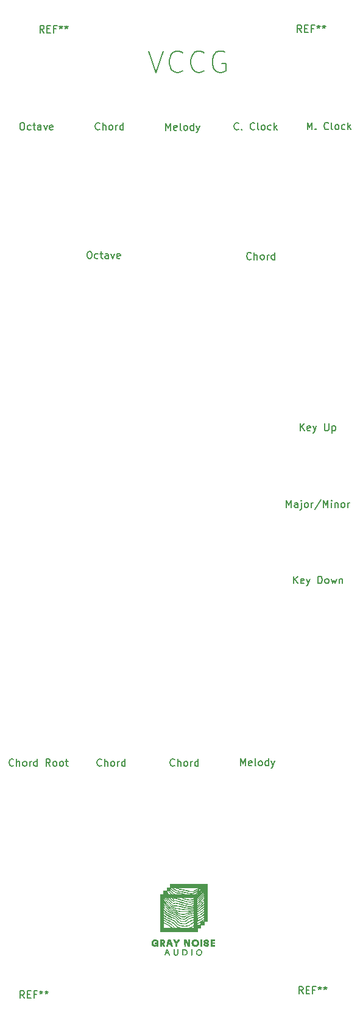
<source format=gbr>
%TF.GenerationSoftware,KiCad,Pcbnew,5.1.10-1.fc33*%
%TF.CreationDate,2021-09-20T13:46:23-04:00*%
%TF.ProjectId,vccg_faceplate,76636367-5f66-4616-9365-706c6174652e,rev?*%
%TF.SameCoordinates,Original*%
%TF.FileFunction,Legend,Top*%
%TF.FilePolarity,Positive*%
%FSLAX46Y46*%
G04 Gerber Fmt 4.6, Leading zero omitted, Abs format (unit mm)*
G04 Created by KiCad (PCBNEW 5.1.10-1.fc33) date 2021-09-20 13:46:23*
%MOMM*%
%LPD*%
G01*
G04 APERTURE LIST*
%ADD10C,0.150000*%
%ADD11C,0.010000*%
G04 APERTURE END LIST*
D10*
X198500000Y-14307142D02*
X199500000Y-17307142D01*
X200500000Y-14307142D01*
X203214285Y-17021428D02*
X203071428Y-17164285D01*
X202642857Y-17307142D01*
X202357142Y-17307142D01*
X201928571Y-17164285D01*
X201642857Y-16878571D01*
X201500000Y-16592857D01*
X201357142Y-16021428D01*
X201357142Y-15592857D01*
X201500000Y-15021428D01*
X201642857Y-14735714D01*
X201928571Y-14450000D01*
X202357142Y-14307142D01*
X202642857Y-14307142D01*
X203071428Y-14450000D01*
X203214285Y-14592857D01*
X206214285Y-17021428D02*
X206071428Y-17164285D01*
X205642857Y-17307142D01*
X205357142Y-17307142D01*
X204928571Y-17164285D01*
X204642857Y-16878571D01*
X204500000Y-16592857D01*
X204357142Y-16021428D01*
X204357142Y-15592857D01*
X204500000Y-15021428D01*
X204642857Y-14735714D01*
X204928571Y-14450000D01*
X205357142Y-14307142D01*
X205642857Y-14307142D01*
X206071428Y-14450000D01*
X206214285Y-14592857D01*
X209071428Y-14450000D02*
X208785714Y-14307142D01*
X208357142Y-14307142D01*
X207928571Y-14450000D01*
X207642857Y-14735714D01*
X207500000Y-15021428D01*
X207357142Y-15592857D01*
X207357142Y-16021428D01*
X207500000Y-16592857D01*
X207642857Y-16878571D01*
X207928571Y-17164285D01*
X208357142Y-17307142D01*
X208642857Y-17307142D01*
X209071428Y-17164285D01*
X209214285Y-17021428D01*
X209214285Y-16021428D01*
X208642857Y-16021428D01*
D11*
%TO.C,G\u002A\u002A\u002A*%
G36*
X206632203Y-132501281D02*
G01*
X206628187Y-135084937D01*
X206401968Y-135089342D01*
X206175750Y-135093746D01*
X206175750Y-135553250D01*
X205699500Y-135553250D01*
X205699500Y-136029500D01*
X205239125Y-136029500D01*
X205239125Y-136489875D01*
X200063875Y-136489875D01*
X200063875Y-135619313D01*
X200524444Y-135619313D01*
X200524827Y-135715210D01*
X200525745Y-135806327D01*
X200527191Y-135887447D01*
X200529157Y-135953352D01*
X200531638Y-135998823D01*
X200534625Y-136018643D01*
X200534833Y-136018916D01*
X200552616Y-136021353D01*
X200598512Y-136023593D01*
X200668885Y-136025568D01*
X200760099Y-136027212D01*
X200868518Y-136028460D01*
X200990504Y-136029244D01*
X201115078Y-136029500D01*
X201684740Y-136029500D01*
X201642616Y-135974272D01*
X201605746Y-135933284D01*
X201549337Y-135879417D01*
X201479781Y-135818109D01*
X201403474Y-135754799D01*
X201326808Y-135694924D01*
X201256177Y-135643922D01*
X201246562Y-135637416D01*
X201190067Y-135601332D01*
X201117265Y-135557266D01*
X201039841Y-135512215D01*
X201000500Y-135490093D01*
X200916430Y-135443465D01*
X200820680Y-135390271D01*
X200729291Y-135339425D01*
X200696491Y-135321150D01*
X200633941Y-135286733D01*
X200581903Y-135258952D01*
X200546406Y-135240969D01*
X200533773Y-135235750D01*
X200530798Y-135250752D01*
X200528401Y-135292282D01*
X200526574Y-135355120D01*
X200525310Y-135434050D01*
X200524602Y-135523854D01*
X200524444Y-135619313D01*
X200063875Y-135619313D01*
X200063875Y-135090758D01*
X200523830Y-135090758D01*
X200524568Y-135121574D01*
X200529461Y-135147248D01*
X200541507Y-135170472D01*
X200563701Y-135193941D01*
X200599041Y-135220347D01*
X200650524Y-135252384D01*
X200721147Y-135292746D01*
X200813906Y-135344126D01*
X200905250Y-135394522D01*
X201045382Y-135473047D01*
X201161746Y-135540967D01*
X201259098Y-135601611D01*
X201342200Y-135658309D01*
X201415809Y-135714390D01*
X201484686Y-135773181D01*
X201553590Y-135838014D01*
X201587709Y-135871893D01*
X201738687Y-136023849D01*
X201917281Y-136026674D01*
X201988300Y-136027036D01*
X202045932Y-136025880D01*
X202083846Y-136023431D01*
X202095875Y-136020316D01*
X202085643Y-136004790D01*
X202057822Y-135971035D01*
X202016727Y-135923808D01*
X201966669Y-135867867D01*
X201911962Y-135807969D01*
X201856919Y-135748872D01*
X201805853Y-135695333D01*
X201763077Y-135652110D01*
X201754562Y-135643836D01*
X201673933Y-135573759D01*
X201574231Y-135500782D01*
X201452977Y-135423365D01*
X201307693Y-135339970D01*
X201135898Y-135249060D01*
X201041709Y-135201514D01*
X200940555Y-135150623D01*
X200845017Y-135101618D01*
X200760062Y-135057120D01*
X200690656Y-135019750D01*
X200641767Y-134992129D01*
X200624145Y-134981189D01*
X200582116Y-134954614D01*
X200550035Y-134937549D01*
X200539329Y-134934125D01*
X200532092Y-134948695D01*
X200526752Y-134987210D01*
X200524306Y-135041880D01*
X200524250Y-135052106D01*
X200523830Y-135090758D01*
X200063875Y-135090758D01*
X200063875Y-134718678D01*
X200524250Y-134718678D01*
X200526012Y-134792431D01*
X200531945Y-134840741D01*
X200543015Y-134869753D01*
X200549252Y-134877484D01*
X200579370Y-134904020D01*
X200620714Y-134933743D01*
X200676350Y-134968409D01*
X200749345Y-135009772D01*
X200842764Y-135059587D01*
X200959674Y-135119609D01*
X201064000Y-135172071D01*
X201216803Y-135249229D01*
X201345461Y-135316689D01*
X201454707Y-135377946D01*
X201549273Y-135436496D01*
X201633893Y-135495834D01*
X201713300Y-135559456D01*
X201792227Y-135630857D01*
X201875407Y-135713533D01*
X201967573Y-135810978D01*
X202048250Y-135898942D01*
X202167312Y-136029783D01*
X202531114Y-136029641D01*
X202634269Y-136029312D01*
X202683963Y-136028851D01*
X204135812Y-136028851D01*
X204448353Y-136029175D01*
X204760894Y-136029500D01*
X204765853Y-135854842D01*
X204766683Y-135784699D01*
X204765143Y-135728005D01*
X204761553Y-135691157D01*
X204757095Y-135680217D01*
X204739216Y-135688495D01*
X204700604Y-135711021D01*
X204646905Y-135744376D01*
X204583765Y-135785139D01*
X204582470Y-135785990D01*
X204501356Y-135836925D01*
X204411665Y-135889480D01*
X204326387Y-135936202D01*
X204278687Y-135960291D01*
X204135812Y-136028851D01*
X202683963Y-136028851D01*
X202725465Y-136028466D01*
X202800376Y-136027189D01*
X202854675Y-136025568D01*
X202884034Y-136023688D01*
X202887943Y-136022527D01*
X202870119Y-136016178D01*
X202829303Y-136005724D01*
X202773650Y-135993222D01*
X202762266Y-135990825D01*
X202689829Y-135971396D01*
X202605597Y-135942362D01*
X202525627Y-135909363D01*
X202511491Y-135902751D01*
X202445465Y-135867218D01*
X202380231Y-135823298D01*
X202312020Y-135767625D01*
X202237062Y-135696835D01*
X202151588Y-135607562D01*
X202051830Y-135496440D01*
X202035414Y-135477695D01*
X201970374Y-135408038D01*
X201900877Y-135344228D01*
X201823098Y-135283867D01*
X201733210Y-135224560D01*
X201627390Y-135163910D01*
X201501812Y-135099522D01*
X201352651Y-135028998D01*
X201233033Y-134975088D01*
X201094300Y-134912383D01*
X200979990Y-134857959D01*
X200884801Y-134808940D01*
X200803429Y-134762452D01*
X200730573Y-134715618D01*
X200660929Y-134665563D01*
X200657635Y-134663075D01*
X200607906Y-134626746D01*
X200567168Y-134599395D01*
X200542430Y-134585653D01*
X200539284Y-134584875D01*
X200532460Y-134599527D01*
X200527255Y-134638613D01*
X200524490Y-134694827D01*
X200524250Y-134718678D01*
X200063875Y-134718678D01*
X200063875Y-134359510D01*
X200524250Y-134359510D01*
X200524743Y-134426891D01*
X200527757Y-134470896D01*
X200535593Y-134499899D01*
X200550552Y-134522276D01*
X200574937Y-134546398D01*
X200575843Y-134547242D01*
X200654358Y-134614748D01*
X200741953Y-134678682D01*
X200843199Y-134741757D01*
X200962667Y-134806686D01*
X201104932Y-134876181D01*
X201214883Y-134926472D01*
X201385590Y-135004194D01*
X201530339Y-135073350D01*
X201652931Y-135136444D01*
X201757164Y-135195984D01*
X201846838Y-135254474D01*
X201925754Y-135314420D01*
X201997709Y-135378328D01*
X202066505Y-135448704D01*
X202135940Y-135528053D01*
X202146749Y-135541009D01*
X202206172Y-135609742D01*
X202267573Y-135675909D01*
X202323839Y-135732124D01*
X202367859Y-135770997D01*
X202369052Y-135771923D01*
X202481680Y-135846002D01*
X202609303Y-135904801D01*
X202756108Y-135949718D01*
X202926281Y-135982151D01*
X203040437Y-135996109D01*
X203116759Y-136003966D01*
X203185888Y-136011305D01*
X203238931Y-136017171D01*
X203262687Y-136020013D01*
X203292304Y-136021683D01*
X203348275Y-136022851D01*
X203425210Y-136023481D01*
X203517717Y-136023538D01*
X203620405Y-136022987D01*
X203659562Y-136022625D01*
X203776927Y-136021144D01*
X203867896Y-136019120D01*
X203937823Y-136016089D01*
X203992063Y-136011588D01*
X204035968Y-136005153D01*
X204074892Y-135996322D01*
X204114191Y-135984629D01*
X204119937Y-135982767D01*
X204193146Y-135957131D01*
X204261500Y-135928743D01*
X204331556Y-135894205D01*
X204409872Y-135850122D01*
X204503005Y-135793096D01*
X204576343Y-135746354D01*
X204762875Y-135626226D01*
X204762875Y-135482977D01*
X205223250Y-135482977D01*
X205223250Y-135553250D01*
X205396640Y-135553250D01*
X205473138Y-135552917D01*
X205525611Y-135550810D01*
X205541873Y-135548319D01*
X205656599Y-135548319D01*
X205671059Y-135553238D01*
X205672806Y-135553250D01*
X205700230Y-135544948D01*
X205706759Y-135538471D01*
X205708803Y-135519966D01*
X205692952Y-135514803D01*
X205671234Y-135525704D01*
X205667604Y-135529612D01*
X205656599Y-135548319D01*
X205541873Y-135548319D01*
X205561785Y-135545269D01*
X205589385Y-135534632D01*
X205616138Y-135517237D01*
X205636557Y-135501656D01*
X205703083Y-135450062D01*
X205702672Y-135303218D01*
X205701954Y-135238845D01*
X205700369Y-135188021D01*
X205698195Y-135157955D01*
X205696911Y-135152910D01*
X205681778Y-135158760D01*
X205645121Y-135177292D01*
X205592951Y-135205380D01*
X205548687Y-135230028D01*
X205475822Y-135271079D01*
X205401402Y-135312931D01*
X205337296Y-135348911D01*
X205314531Y-135361658D01*
X205265632Y-135390004D01*
X205238322Y-135411503D01*
X205226316Y-135434509D01*
X205223328Y-135467377D01*
X205223250Y-135482977D01*
X204762875Y-135482977D01*
X204762875Y-135430988D01*
X204762070Y-135356468D01*
X204759876Y-135295063D01*
X204756619Y-135252833D01*
X204752628Y-135235838D01*
X204752309Y-135235750D01*
X204730696Y-135243455D01*
X204687443Y-135264508D01*
X204628070Y-135295813D01*
X204558098Y-135334277D01*
X204483046Y-135376805D01*
X204408435Y-135420302D01*
X204339787Y-135461673D01*
X204282620Y-135497825D01*
X204270750Y-135505697D01*
X204152060Y-135582101D01*
X204048966Y-135639744D01*
X203953708Y-135681373D01*
X203858525Y-135709737D01*
X203755659Y-135727582D01*
X203637348Y-135737656D01*
X203611937Y-135738944D01*
X203493156Y-135741037D01*
X203358621Y-135737782D01*
X203218058Y-135729856D01*
X203081195Y-135717936D01*
X202957759Y-135702701D01*
X202868244Y-135687147D01*
X202757721Y-135656398D01*
X202646600Y-135612156D01*
X202547320Y-135559820D01*
X202498639Y-135526798D01*
X202467881Y-135498968D01*
X202422310Y-135452187D01*
X202367183Y-135392103D01*
X202307761Y-135324365D01*
X202283079Y-135295335D01*
X202205634Y-135207058D01*
X202130392Y-135130364D01*
X202053039Y-135062471D01*
X201969262Y-135000598D01*
X201874749Y-134941964D01*
X201765187Y-134883785D01*
X201636263Y-134823282D01*
X201483664Y-134757672D01*
X201389437Y-134718953D01*
X201217786Y-134646700D01*
X201071752Y-134579220D01*
X200946142Y-134513610D01*
X200835764Y-134446968D01*
X200735427Y-134376391D01*
X200643312Y-134301884D01*
X200597121Y-134263382D01*
X200559915Y-134234573D01*
X200538300Y-134220510D01*
X200536156Y-134219891D01*
X200530861Y-134234503D01*
X200526776Y-134273709D01*
X200524512Y-134330356D01*
X200524250Y-134359510D01*
X200063875Y-134359510D01*
X200063875Y-133998325D01*
X200524250Y-133998325D01*
X200524250Y-134136734D01*
X200630608Y-134236227D01*
X200725947Y-134317190D01*
X200839476Y-134400643D01*
X200959452Y-134478483D01*
X201074134Y-134542607D01*
X201075745Y-134543419D01*
X201117945Y-134563249D01*
X201182892Y-134592055D01*
X201263882Y-134626942D01*
X201354215Y-134665017D01*
X201428718Y-134695833D01*
X201589148Y-134762724D01*
X201723743Y-134821933D01*
X201836677Y-134876144D01*
X201932125Y-134928039D01*
X202014264Y-134980302D01*
X202087267Y-135035613D01*
X202155310Y-135096657D01*
X202222569Y-135166115D01*
X202293218Y-135246671D01*
X202301771Y-135256794D01*
X202399705Y-135368395D01*
X202487073Y-135456233D01*
X202569333Y-135523959D01*
X202651943Y-135575219D01*
X202740361Y-135613661D01*
X202840047Y-135642934D01*
X202898974Y-135655909D01*
X203014104Y-135675042D01*
X203143294Y-135689687D01*
X203280060Y-135699710D01*
X203417918Y-135704974D01*
X203550384Y-135705343D01*
X203670974Y-135700681D01*
X203773205Y-135690853D01*
X203850144Y-135675849D01*
X203921110Y-135653234D01*
X203989721Y-135625074D01*
X204062936Y-135587847D01*
X204147715Y-135538032D01*
X204244781Y-135476184D01*
X204331936Y-135421506D01*
X204431232Y-135362661D01*
X204528636Y-135307817D01*
X204590062Y-135275215D01*
X204762875Y-135186820D01*
X204762875Y-135031422D01*
X205223250Y-135031422D01*
X205223250Y-135197086D01*
X205223846Y-135265286D01*
X205225459Y-135319853D01*
X205227823Y-135354206D01*
X205229939Y-135362750D01*
X205245147Y-135355244D01*
X205283561Y-135334334D01*
X205340857Y-135302430D01*
X205412712Y-135261941D01*
X205494799Y-135215277D01*
X205503750Y-135210166D01*
X205652133Y-135123926D01*
X205722647Y-135080968D01*
X205811507Y-135080968D01*
X205825942Y-135085750D01*
X205865759Y-135089615D01*
X205924595Y-135092128D01*
X205985250Y-135092875D01*
X206159875Y-135092875D01*
X206159875Y-134957937D01*
X206158846Y-134896957D01*
X206156101Y-134850320D01*
X206152150Y-134825314D01*
X206150404Y-134823000D01*
X206134420Y-134832694D01*
X206102338Y-134857915D01*
X206067432Y-134887698D01*
X206011917Y-134932983D01*
X205946370Y-134981449D01*
X205903160Y-135010730D01*
X205857412Y-135041676D01*
X205824502Y-135066883D01*
X205811511Y-135080923D01*
X205811507Y-135080968D01*
X205722647Y-135080968D01*
X205776112Y-135048397D01*
X205879989Y-134980728D01*
X205968064Y-134918063D01*
X206044639Y-134857551D01*
X206076531Y-134830229D01*
X206159875Y-134757037D01*
X206159875Y-134485930D01*
X206094965Y-134544572D01*
X206027581Y-134599881D01*
X205944706Y-134657367D01*
X205843014Y-134719006D01*
X205719180Y-134786776D01*
X205569878Y-134862657D01*
X205514983Y-134889556D01*
X205223250Y-135031422D01*
X204762875Y-135031422D01*
X204762875Y-134894004D01*
X205225694Y-134894004D01*
X205226828Y-134945420D01*
X205229790Y-134976118D01*
X205232383Y-134981750D01*
X205249127Y-134975053D01*
X205289884Y-134956368D01*
X205350219Y-134927800D01*
X205425692Y-134891453D01*
X205511869Y-134849434D01*
X205530614Y-134840233D01*
X205663515Y-134773802D01*
X205771876Y-134716809D01*
X205860410Y-134666347D01*
X205933830Y-134619507D01*
X205996846Y-134573382D01*
X206054173Y-134525066D01*
X206079897Y-134501335D01*
X206159875Y-134425732D01*
X206159875Y-134283053D01*
X206159264Y-134220178D01*
X206157628Y-134171448D01*
X206155261Y-134143950D01*
X206153943Y-134140375D01*
X206140129Y-134150295D01*
X206110290Y-134176047D01*
X206078537Y-134204991D01*
X205934237Y-134324060D01*
X205768179Y-134432311D01*
X205576885Y-134531824D01*
X205413750Y-134602381D01*
X205231187Y-134675659D01*
X205226643Y-134828704D01*
X205225694Y-134894004D01*
X204762875Y-134894004D01*
X204762875Y-134840297D01*
X204663656Y-134877791D01*
X204512806Y-134936552D01*
X204386559Y-134990041D01*
X204278879Y-135041310D01*
X204183730Y-135093410D01*
X204095075Y-135149394D01*
X204017263Y-135204572D01*
X203914324Y-135277868D01*
X203825684Y-135332227D01*
X203743115Y-135370332D01*
X203658389Y-135394866D01*
X203563280Y-135408513D01*
X203449559Y-135413956D01*
X203373812Y-135414417D01*
X203169017Y-135406778D01*
X202991580Y-135385097D01*
X202840248Y-135349094D01*
X202713768Y-135298494D01*
X202634671Y-135250945D01*
X202606514Y-135226261D01*
X202563632Y-135183074D01*
X202511641Y-135127263D01*
X202456157Y-135064703D01*
X202450806Y-135058504D01*
X202358796Y-134954003D01*
X202277368Y-134868347D01*
X202200792Y-134797610D01*
X202123339Y-134737863D01*
X202039280Y-134685182D01*
X201942886Y-134635638D01*
X201828426Y-134585306D01*
X201690173Y-134530259D01*
X201667122Y-134521388D01*
X201466130Y-134441801D01*
X201292280Y-134367220D01*
X201141773Y-134295526D01*
X201010809Y-134224599D01*
X200895590Y-134152322D01*
X200792317Y-134076576D01*
X200697192Y-133995242D01*
X200659107Y-133959248D01*
X200609471Y-133912453D01*
X200568398Y-133876379D01*
X200540929Y-133855293D01*
X200532276Y-133851890D01*
X200528669Y-133870355D01*
X200525902Y-133912803D01*
X200524400Y-133971470D01*
X200524250Y-133998325D01*
X200063875Y-133998325D01*
X200063875Y-133763021D01*
X200524249Y-133763021D01*
X200645371Y-133887484D01*
X200756994Y-133993396D01*
X200877641Y-134089780D01*
X201011484Y-134179097D01*
X201162698Y-134263812D01*
X201335456Y-134346387D01*
X201533933Y-134429285D01*
X201619625Y-134462391D01*
X201774325Y-134522492D01*
X201902942Y-134576291D01*
X202009871Y-134626373D01*
X202099509Y-134675325D01*
X202176252Y-134725730D01*
X202244497Y-134780175D01*
X202308641Y-134841244D01*
X202361994Y-134898903D01*
X202459001Y-135007423D01*
X202539625Y-135094396D01*
X202607684Y-135162772D01*
X202666996Y-135215496D01*
X202721380Y-135255518D01*
X202774653Y-135285784D01*
X202830636Y-135309243D01*
X202893144Y-135328841D01*
X202932385Y-135339219D01*
X203044118Y-135360631D01*
X203176787Y-135374968D01*
X203320274Y-135381778D01*
X203464465Y-135380612D01*
X203599244Y-135371016D01*
X203612046Y-135369548D01*
X203682870Y-135353376D01*
X203763319Y-135319650D01*
X203857013Y-135266506D01*
X203967575Y-135192079D01*
X203994528Y-135172660D01*
X204131682Y-135081117D01*
X204280142Y-134998948D01*
X204447188Y-134922422D01*
X204600156Y-134862367D01*
X204762875Y-134802247D01*
X204762875Y-134653873D01*
X204761325Y-134576500D01*
X204756474Y-134528354D01*
X204748019Y-134507054D01*
X204744026Y-134505500D01*
X204717958Y-134510321D01*
X204668117Y-134523479D01*
X204600767Y-134543010D01*
X204522169Y-134566953D01*
X204438585Y-134593347D01*
X204356276Y-134620230D01*
X204281505Y-134645639D01*
X204220534Y-134667614D01*
X204195921Y-134677211D01*
X204104066Y-134717289D01*
X204025246Y-134758864D01*
X203949532Y-134808080D01*
X203866995Y-134871085D01*
X203819091Y-134910495D01*
X203745405Y-134971386D01*
X203686318Y-135016150D01*
X203634594Y-135047269D01*
X203583002Y-135067222D01*
X203524307Y-135078490D01*
X203451275Y-135083552D01*
X203356672Y-135084890D01*
X203310312Y-135084937D01*
X203163839Y-135082457D01*
X203042822Y-135073396D01*
X202941237Y-135055322D01*
X202853065Y-135025804D01*
X202772281Y-134982410D01*
X202692865Y-134922708D01*
X202608794Y-134844266D01*
X202541823Y-134774632D01*
X202461037Y-134689628D01*
X202389215Y-134618498D01*
X202321673Y-134558292D01*
X202253725Y-134506065D01*
X202180689Y-134458868D01*
X202097878Y-134413756D01*
X202000609Y-134367780D01*
X201884197Y-134317994D01*
X201743959Y-134261451D01*
X201696103Y-134242557D01*
X201468289Y-134148084D01*
X201269223Y-134054861D01*
X201096050Y-133961109D01*
X200945912Y-133865047D01*
X200815953Y-133764897D01*
X200703317Y-133658878D01*
X200633452Y-133580465D01*
X200593625Y-133533686D01*
X200560701Y-133497393D01*
X200540431Y-133477855D01*
X200537886Y-133476270D01*
X200531962Y-133488563D01*
X200527337Y-133525927D01*
X200524659Y-133581693D01*
X200524250Y-133617000D01*
X200524249Y-133763021D01*
X200063875Y-133763021D01*
X200063875Y-133245939D01*
X200524250Y-133245939D01*
X200524783Y-133312774D01*
X200528377Y-133357992D01*
X200538024Y-133391727D01*
X200556714Y-133424113D01*
X200587439Y-133465284D01*
X200589964Y-133468558D01*
X200654095Y-133543718D01*
X200736215Y-133628361D01*
X200827773Y-133714543D01*
X200920220Y-133794320D01*
X201005004Y-133859747D01*
X201028423Y-133875893D01*
X201124526Y-133935373D01*
X201237339Y-133996752D01*
X201370050Y-134061560D01*
X201525846Y-134131329D01*
X201707915Y-134207589D01*
X201778375Y-134236072D01*
X201878386Y-134276727D01*
X201972771Y-134316112D01*
X202055987Y-134351835D01*
X202122492Y-134381504D01*
X202166744Y-134402730D01*
X202175250Y-134407319D01*
X202267215Y-134466162D01*
X202361757Y-134540122D01*
X202463392Y-134633070D01*
X202576639Y-134748877D01*
X202588046Y-134761080D01*
X202671608Y-134847646D01*
X202742209Y-134912481D01*
X202805642Y-134959472D01*
X202867702Y-134992506D01*
X202934181Y-135015471D01*
X202984875Y-135027320D01*
X203039607Y-135038467D01*
X203085512Y-135047993D01*
X203103937Y-135051933D01*
X203131336Y-135054332D01*
X203183313Y-135055850D01*
X203252706Y-135056374D01*
X203332351Y-135055793D01*
X203342062Y-135055647D01*
X203434126Y-135053296D01*
X203500885Y-135049108D01*
X203548767Y-135042277D01*
X203584200Y-135031999D01*
X203604000Y-135022878D01*
X203640057Y-134999933D01*
X203691792Y-134962232D01*
X203750977Y-134915917D01*
X203786562Y-134886615D01*
X203847605Y-134836673D01*
X203907316Y-134790180D01*
X203956870Y-134753904D01*
X203977062Y-134740472D01*
X204033330Y-134710584D01*
X204114205Y-134674498D01*
X204213702Y-134634520D01*
X204325838Y-134592956D01*
X204444630Y-134552113D01*
X204563390Y-134514507D01*
X204635721Y-134492473D01*
X204695951Y-134473742D01*
X204738153Y-134460186D01*
X204756402Y-134453675D01*
X204756669Y-134453496D01*
X204761103Y-134434606D01*
X204763607Y-134395050D01*
X204764180Y-134352995D01*
X205223250Y-134352995D01*
X205223250Y-134492747D01*
X205224109Y-134554912D01*
X205226407Y-134602859D01*
X205229725Y-134629427D01*
X205231429Y-134632500D01*
X205248625Y-134626993D01*
X205288946Y-134612072D01*
X205346046Y-134590128D01*
X205402086Y-134568119D01*
X205619944Y-134470719D01*
X205811572Y-134361009D01*
X205980901Y-134236595D01*
X206056875Y-134169585D01*
X206159875Y-134073234D01*
X206159875Y-133755338D01*
X206042405Y-133866922D01*
X205869130Y-134012380D01*
X205672470Y-134143182D01*
X205458997Y-134255187D01*
X205354218Y-134300363D01*
X205223250Y-134352995D01*
X204764180Y-134352995D01*
X204764300Y-134344193D01*
X204763298Y-134291397D01*
X204760721Y-134246024D01*
X204756684Y-134217437D01*
X204753636Y-134212236D01*
X204728662Y-134216405D01*
X204679144Y-134227277D01*
X204611202Y-134243328D01*
X204530956Y-134263031D01*
X204444527Y-134284863D01*
X204358036Y-134307298D01*
X204277604Y-134328812D01*
X204210734Y-134347482D01*
X204058558Y-134397801D01*
X203930095Y-134455599D01*
X203817480Y-134525065D01*
X203712845Y-134610388D01*
X203707177Y-134615614D01*
X203637057Y-134677752D01*
X203576692Y-134722010D01*
X203518292Y-134750992D01*
X203454069Y-134767301D01*
X203376234Y-134773540D01*
X203276998Y-134772313D01*
X203242549Y-134770907D01*
X203112655Y-134762432D01*
X203007062Y-134747944D01*
X202918476Y-134724534D01*
X202839599Y-134689297D01*
X202763136Y-134639326D01*
X202681792Y-134571712D01*
X202635625Y-134529073D01*
X202537410Y-134439225D01*
X202444563Y-134361696D01*
X202351589Y-134293091D01*
X202252992Y-134230015D01*
X202143276Y-134169072D01*
X202016946Y-134106866D01*
X201868507Y-134040003D01*
X201787937Y-134005319D01*
X201636622Y-133940030D01*
X201510046Y-133883259D01*
X201403177Y-133832480D01*
X201310986Y-133785166D01*
X201228444Y-133738790D01*
X201150522Y-133690824D01*
X201112480Y-133665961D01*
X200994527Y-133579200D01*
X200872999Y-133475136D01*
X200757722Y-133362925D01*
X200658522Y-133251721D01*
X200632464Y-133218744D01*
X200593439Y-133169266D01*
X200561021Y-133131284D01*
X200540286Y-133110617D01*
X200536319Y-133108500D01*
X200530910Y-133123168D01*
X200526754Y-133162359D01*
X200524487Y-133218852D01*
X200524250Y-133245939D01*
X200063875Y-133245939D01*
X200063875Y-132879183D01*
X200524249Y-132879183D01*
X200525367Y-132942763D01*
X200531265Y-132987314D01*
X200545760Y-133025546D01*
X200572671Y-133070167D01*
X200588866Y-133094268D01*
X200721674Y-133267909D01*
X200874602Y-133426248D01*
X201049896Y-133570979D01*
X201249805Y-133703801D01*
X201476573Y-133826407D01*
X201682672Y-133919894D01*
X201848144Y-133990316D01*
X201988389Y-134052252D01*
X202107884Y-134108423D01*
X202211107Y-134161553D01*
X202302537Y-134214362D01*
X202386651Y-134269573D01*
X202467927Y-134329908D01*
X202550845Y-134398088D01*
X202639880Y-134476837D01*
X202719390Y-134550082D01*
X202774577Y-134598225D01*
X202828895Y-134640068D01*
X202873269Y-134668798D01*
X202885488Y-134674798D01*
X202968075Y-134701405D01*
X203069295Y-134722079D01*
X203179719Y-134736007D01*
X203289916Y-134742375D01*
X203390457Y-134740370D01*
X203471913Y-134729177D01*
X203482984Y-134726358D01*
X203535129Y-134701526D01*
X203601068Y-134653305D01*
X203652851Y-134607535D01*
X203758931Y-134515308D01*
X203858069Y-134445864D01*
X203958196Y-134393935D01*
X204000099Y-134376964D01*
X204032303Y-134366425D01*
X204087693Y-134349962D01*
X204160968Y-134329009D01*
X204246825Y-134305005D01*
X204339962Y-134279386D01*
X204435079Y-134253588D01*
X204526871Y-134229048D01*
X204610039Y-134207203D01*
X204679280Y-134189490D01*
X204729291Y-134177344D01*
X204754772Y-134172204D01*
X204756049Y-134172125D01*
X204759312Y-134157544D01*
X204761725Y-134118976D01*
X204762845Y-134064180D01*
X204762875Y-134053062D01*
X204762822Y-134049441D01*
X205223250Y-134049441D01*
X205223250Y-134314536D01*
X205302123Y-134283447D01*
X205353777Y-134261458D01*
X205421213Y-134230549D01*
X205492040Y-134196442D01*
X205511029Y-134186979D01*
X205714047Y-134072951D01*
X205897005Y-133943678D01*
X206060656Y-133801177D01*
X206159875Y-133706717D01*
X206159875Y-133403181D01*
X206068593Y-133491288D01*
X205854256Y-133678295D01*
X205626076Y-133838107D01*
X205379547Y-133973874D01*
X205375940Y-133975621D01*
X205223250Y-134049441D01*
X204762822Y-134049441D01*
X204762029Y-133996146D01*
X204759793Y-133954045D01*
X204756615Y-133934518D01*
X204755970Y-133934000D01*
X204737797Y-133939123D01*
X204704377Y-133951248D01*
X204675859Y-133960307D01*
X204621899Y-133975693D01*
X204547835Y-133995953D01*
X204459006Y-134019632D01*
X204360751Y-134045274D01*
X204334250Y-134052101D01*
X204179758Y-134093564D01*
X204051460Y-134132390D01*
X203944163Y-134170730D01*
X203852675Y-134210734D01*
X203771801Y-134254553D01*
X203696348Y-134304338D01*
X203660149Y-134331280D01*
X203583360Y-134386847D01*
X203518387Y-134423471D01*
X203454828Y-134444893D01*
X203382283Y-134454854D01*
X203310312Y-134457086D01*
X203154874Y-134451469D01*
X203019967Y-134431247D01*
X202896712Y-134393773D01*
X202776228Y-134336400D01*
X202659008Y-134262951D01*
X202492060Y-134150194D01*
X202344691Y-134054451D01*
X202218327Y-133976616D01*
X202114393Y-133917579D01*
X202072062Y-133895773D01*
X202022576Y-133871586D01*
X201951070Y-133836880D01*
X201864158Y-133794852D01*
X201768451Y-133748699D01*
X201670565Y-133701619D01*
X201665235Y-133699059D01*
X201567339Y-133651125D01*
X201471458Y-133602508D01*
X201384210Y-133556687D01*
X201312213Y-133517140D01*
X201262084Y-133487346D01*
X201260422Y-133486273D01*
X201044125Y-133328576D01*
X200853573Y-133152688D01*
X200687955Y-132957820D01*
X200623138Y-132866406D01*
X200588276Y-132816697D01*
X200559045Y-132779241D01*
X200540474Y-132760352D01*
X200537795Y-132759250D01*
X200531342Y-132773831D01*
X200526558Y-132812424D01*
X200524316Y-132867300D01*
X200524249Y-132879183D01*
X200063875Y-132879183D01*
X200063875Y-132535677D01*
X200524290Y-132535677D01*
X200526508Y-132597367D01*
X200535914Y-132644584D01*
X200556727Y-132692002D01*
X200581705Y-132735437D01*
X200703410Y-132913381D01*
X200849291Y-133086301D01*
X201011898Y-133246400D01*
X201183779Y-133385880D01*
X201242578Y-133426935D01*
X201308198Y-133469701D01*
X201373809Y-133509754D01*
X201444159Y-133549585D01*
X201523993Y-133591687D01*
X201618060Y-133638552D01*
X201731105Y-133692670D01*
X201867876Y-133756534D01*
X201889500Y-133766539D01*
X202191675Y-133919136D01*
X202467533Y-134085623D01*
X202603875Y-134179928D01*
X202689766Y-134241183D01*
X202757192Y-134286411D01*
X202812559Y-134319323D01*
X202862271Y-134343629D01*
X202912735Y-134363038D01*
X202929879Y-134368754D01*
X203028906Y-134394394D01*
X203139557Y-134412507D01*
X203251777Y-134422262D01*
X203355512Y-134422833D01*
X203440708Y-134413390D01*
X203449236Y-134411539D01*
X203489146Y-134395550D01*
X203543787Y-134364953D01*
X203603429Y-134325386D01*
X203623861Y-134310328D01*
X203707640Y-134250229D01*
X203789650Y-134199867D01*
X203876044Y-134156607D01*
X203972980Y-134117813D01*
X204086610Y-134080848D01*
X204223092Y-134043077D01*
X204284516Y-134027390D01*
X204385388Y-134001805D01*
X204481528Y-133976916D01*
X204566475Y-133954435D01*
X204633766Y-133936072D01*
X204676940Y-133923538D01*
X204678025Y-133923198D01*
X204762875Y-133896451D01*
X204762875Y-133796163D01*
X204761547Y-133744442D01*
X204761501Y-133743957D01*
X205223250Y-133743957D01*
X205223250Y-133871798D01*
X205223529Y-133932692D01*
X205227645Y-133971005D01*
X205240509Y-133988530D01*
X205267035Y-133987062D01*
X205312138Y-133968397D01*
X205380729Y-133934329D01*
X205386503Y-133931431D01*
X205580627Y-133823667D01*
X205759852Y-133701283D01*
X205933186Y-133557810D01*
X206020968Y-133475649D01*
X206159875Y-133340879D01*
X206159875Y-133040084D01*
X205997156Y-133198311D01*
X205795654Y-133378956D01*
X205588695Y-133534964D01*
X205380360Y-133663345D01*
X205318732Y-133695757D01*
X205223250Y-133743957D01*
X204761501Y-133743957D01*
X204758080Y-133708228D01*
X204753666Y-133695875D01*
X204735562Y-133700831D01*
X204694812Y-133714103D01*
X204638656Y-133733298D01*
X204608388Y-133743901D01*
X204539385Y-133766558D01*
X204450662Y-133793244D01*
X204353402Y-133820708D01*
X204258790Y-133845698D01*
X204254191Y-133846859D01*
X204161909Y-133871814D01*
X204050963Y-133904485D01*
X203932427Y-133941461D01*
X203817373Y-133979328D01*
X203760501Y-133998978D01*
X203662053Y-134033457D01*
X203586394Y-134058794D01*
X203526425Y-134076559D01*
X203475048Y-134088325D01*
X203425164Y-134095664D01*
X203369675Y-134100148D01*
X203301482Y-134103348D01*
X203286500Y-134103940D01*
X203186705Y-134106435D01*
X203105880Y-134104424D01*
X203031452Y-134096998D01*
X202950845Y-134083252D01*
X202923506Y-134077744D01*
X202832058Y-134056651D01*
X202749075Y-134031843D01*
X202667147Y-134000245D01*
X202578866Y-133958783D01*
X202476822Y-133904380D01*
X202397500Y-133859410D01*
X202335875Y-133824762D01*
X202252225Y-133778973D01*
X202152781Y-133725386D01*
X202043769Y-133667344D01*
X201931421Y-133608188D01*
X201857750Y-133569785D01*
X201747057Y-133511445D01*
X201636120Y-133451350D01*
X201531059Y-133392935D01*
X201437994Y-133339636D01*
X201363048Y-133294887D01*
X201325937Y-133271345D01*
X201179291Y-133162548D01*
X201031027Y-133030505D01*
X200888283Y-132882487D01*
X200758197Y-132725769D01*
X200672107Y-132605192D01*
X200626417Y-132537700D01*
X200586553Y-132481801D01*
X200555801Y-132441876D01*
X200537448Y-132422304D01*
X200534109Y-132421307D01*
X200529075Y-132441133D01*
X200525536Y-132483348D01*
X200524290Y-132535677D01*
X200063875Y-132535677D01*
X200063875Y-132203011D01*
X200524249Y-132203011D01*
X200524249Y-132313522D01*
X200665616Y-132524479D01*
X200758468Y-132659031D01*
X200847292Y-132777979D01*
X200935628Y-132884238D01*
X201027014Y-132980724D01*
X201124987Y-133070350D01*
X201233088Y-133156033D01*
X201354853Y-133240687D01*
X201493821Y-133327227D01*
X201653532Y-133418569D01*
X201837523Y-133517626D01*
X201929504Y-133565662D01*
X202043261Y-133625042D01*
X202157312Y-133685317D01*
X202265782Y-133743328D01*
X202362794Y-133795914D01*
X202442473Y-133839916D01*
X202492673Y-133868494D01*
X202618809Y-133937115D01*
X202732522Y-133987158D01*
X202843825Y-134022508D01*
X202945187Y-134044110D01*
X203003765Y-134054297D01*
X203055138Y-134063277D01*
X203080125Y-134067679D01*
X203112379Y-134070107D01*
X203167553Y-134071007D01*
X203236850Y-134070325D01*
X203286500Y-134068967D01*
X203347681Y-134066238D01*
X203399817Y-134061737D01*
X203449584Y-134053949D01*
X203503661Y-134041357D01*
X203568726Y-134022445D01*
X203651457Y-133995697D01*
X203738937Y-133966251D01*
X203845224Y-133931112D01*
X203956913Y-133895769D01*
X204064444Y-133863145D01*
X204158258Y-133836157D01*
X204210393Y-133822248D01*
X204310552Y-133795591D01*
X204413799Y-133765881D01*
X204513539Y-133735221D01*
X204603182Y-133705717D01*
X204676133Y-133679472D01*
X204725800Y-133658591D01*
X204730460Y-133656247D01*
X204754049Y-133640001D01*
X204764544Y-133616798D01*
X204765557Y-133580781D01*
X205223385Y-133580781D01*
X205224653Y-133636633D01*
X205228124Y-133677541D01*
X205233084Y-133695614D01*
X205233794Y-133695875D01*
X205251347Y-133688570D01*
X205289876Y-133668941D01*
X205342790Y-133640415D01*
X205377141Y-133621332D01*
X205513317Y-133537327D01*
X205658514Y-133434414D01*
X205803537Y-133319693D01*
X205939192Y-133200260D01*
X206005093Y-133136527D01*
X206159875Y-132981051D01*
X206159875Y-132690887D01*
X205933656Y-132911880D01*
X205791137Y-133047043D01*
X205661090Y-133161236D01*
X205537520Y-133259316D01*
X205414436Y-133346142D01*
X205336502Y-133395981D01*
X205223521Y-133465687D01*
X205223385Y-133580781D01*
X204765557Y-133580781D01*
X204765692Y-133575992D01*
X204764776Y-133558762D01*
X204761181Y-133513069D01*
X204757288Y-133482983D01*
X204755460Y-133476873D01*
X204739776Y-133480390D01*
X204701626Y-133493741D01*
X204647817Y-133514467D01*
X204617956Y-133526506D01*
X204375620Y-133615493D01*
X204136881Y-133681791D01*
X203895392Y-133726376D01*
X203644803Y-133750224D01*
X203378766Y-133754311D01*
X203187992Y-133746436D01*
X203020411Y-133735155D01*
X202878461Y-133722640D01*
X202756024Y-133707375D01*
X202646983Y-133687842D01*
X202545219Y-133662524D01*
X202444615Y-133629902D01*
X202339053Y-133588459D01*
X202222416Y-133536679D01*
X202091444Y-133474429D01*
X201861781Y-133358551D01*
X201659019Y-133245584D01*
X201478981Y-133131958D01*
X201317488Y-133014102D01*
X201170359Y-132888446D01*
X201033416Y-132751421D01*
X200902480Y-132599456D01*
X200773372Y-132428982D01*
X200641913Y-132236427D01*
X200641501Y-132235799D01*
X200602361Y-132177550D01*
X200568936Y-132130715D01*
X200545283Y-132100799D01*
X200536156Y-132092749D01*
X200530274Y-132107147D01*
X200526019Y-132145259D01*
X200524257Y-132199056D01*
X200524249Y-132203011D01*
X200063875Y-132203011D01*
X200063875Y-131931188D01*
X200525973Y-131931188D01*
X200528069Y-131961746D01*
X200536262Y-131991582D01*
X200553173Y-132026871D01*
X200581422Y-132073789D01*
X200623630Y-132138512D01*
X200644688Y-132170288D01*
X200772905Y-132358313D01*
X200892189Y-132521122D01*
X201006351Y-132662576D01*
X201119204Y-132786538D01*
X201234559Y-132896870D01*
X201356229Y-132997433D01*
X201488026Y-133092091D01*
X201633763Y-133184705D01*
X201663517Y-133202492D01*
X201755025Y-133254890D01*
X201860509Y-133312278D01*
X201974246Y-133371821D01*
X202090515Y-133430682D01*
X202203592Y-133486026D01*
X202307757Y-133535015D01*
X202397287Y-133574814D01*
X202466459Y-133602587D01*
X202480988Y-133607684D01*
X202588215Y-133637000D01*
X202723108Y-133662898D01*
X202881706Y-133684791D01*
X203060051Y-133702090D01*
X203167437Y-133709575D01*
X203274902Y-133716018D01*
X203357467Y-133720583D01*
X203421925Y-133723296D01*
X203475069Y-133724182D01*
X203523692Y-133723265D01*
X203574586Y-133720572D01*
X203634545Y-133716126D01*
X203691312Y-133711513D01*
X203893797Y-133687357D01*
X204101777Y-133648644D01*
X204306116Y-133597661D01*
X204497678Y-133536697D01*
X204667330Y-133468038D01*
X204671593Y-133466066D01*
X204762875Y-133423672D01*
X204762875Y-133353259D01*
X205223672Y-133353259D01*
X205226648Y-133385051D01*
X205236714Y-133399929D01*
X205257904Y-133397779D01*
X205294253Y-133378485D01*
X205349794Y-133341932D01*
X205412034Y-133299311D01*
X205614827Y-133148616D01*
X205813860Y-132978370D01*
X205996432Y-132799489D01*
X206007643Y-132787592D01*
X206159875Y-132625182D01*
X206159409Y-132481872D01*
X206158944Y-132338562D01*
X206109983Y-132394125D01*
X205938090Y-132582466D01*
X205770465Y-132752867D01*
X205609825Y-132902785D01*
X205458886Y-133029680D01*
X205326771Y-133126714D01*
X205224255Y-133195812D01*
X205223752Y-133304667D01*
X205223672Y-133353259D01*
X204762875Y-133353259D01*
X204762875Y-133258060D01*
X204623968Y-133326413D01*
X204544266Y-133363345D01*
X204456260Y-133400578D01*
X204375994Y-133431401D01*
X204358062Y-133437642D01*
X204314216Y-133451996D01*
X204275728Y-133462719D01*
X204236960Y-133470330D01*
X204192272Y-133475346D01*
X204136026Y-133478285D01*
X204062583Y-133479665D01*
X203966304Y-133480004D01*
X203897687Y-133479928D01*
X203782308Y-133479400D01*
X203689530Y-133477760D01*
X203610766Y-133474235D01*
X203537432Y-133468055D01*
X203460940Y-133458445D01*
X203372705Y-133444634D01*
X203264139Y-133425849D01*
X203230937Y-133419951D01*
X203105156Y-133398828D01*
X202964785Y-133377381D01*
X202821845Y-133357311D01*
X202688357Y-133340321D01*
X202595937Y-133330039D01*
X202468373Y-133316750D01*
X202366506Y-133304771D01*
X202284401Y-133292700D01*
X202216122Y-133279136D01*
X202155731Y-133262677D01*
X202097294Y-133241922D01*
X202034873Y-133215470D01*
X201962533Y-133181919D01*
X201956607Y-133179109D01*
X201744331Y-133066351D01*
X201542738Y-132935769D01*
X201357717Y-132791768D01*
X201195158Y-132638751D01*
X201115435Y-132549936D01*
X201040958Y-132458195D01*
X200956183Y-132349043D01*
X200867373Y-132230925D01*
X200780789Y-132112284D01*
X200702694Y-132001564D01*
X200643312Y-131913320D01*
X200606930Y-131860390D01*
X200575575Y-131820208D01*
X200558183Y-131802781D01*
X200620137Y-131802781D01*
X200629527Y-131821914D01*
X200654942Y-131862242D01*
X200693394Y-131919531D01*
X200741896Y-131989547D01*
X200797461Y-132068055D01*
X200857102Y-132150823D01*
X200917831Y-132233615D01*
X200976662Y-132312199D01*
X201013897Y-132360865D01*
X201199056Y-132578916D01*
X201396630Y-132769334D01*
X201609970Y-132934911D01*
X201842427Y-133078443D01*
X201929187Y-133124121D01*
X202016268Y-133166783D01*
X202092259Y-133200092D01*
X202164014Y-133225808D01*
X202238390Y-133245692D01*
X202322241Y-133261502D01*
X202422422Y-133274999D01*
X202545789Y-133287942D01*
X202580062Y-133291204D01*
X202680718Y-133302004D01*
X202802758Y-133317216D01*
X202936347Y-133335486D01*
X203071647Y-133355462D01*
X203198820Y-133375791D01*
X203215062Y-133378529D01*
X203345023Y-133400559D01*
X203449063Y-133417872D01*
X203532573Y-133430985D01*
X203600947Y-133440421D01*
X203659579Y-133446697D01*
X203713860Y-133450334D01*
X203769185Y-133451851D01*
X203830945Y-133451769D01*
X203904535Y-133450606D01*
X203953250Y-133449671D01*
X204092194Y-133444699D01*
X204200938Y-133435630D01*
X204280780Y-133422348D01*
X204294562Y-133418858D01*
X204346765Y-133401510D01*
X204417851Y-133373746D01*
X204498352Y-133339437D01*
X204576343Y-133303631D01*
X204762875Y-133214495D01*
X204762875Y-133129747D01*
X204761275Y-133082726D01*
X204757160Y-133051953D01*
X204753419Y-133045000D01*
X204735331Y-133053342D01*
X204703656Y-133073732D01*
X204699361Y-133076759D01*
X204664856Y-133097988D01*
X204611050Y-133127383D01*
X204547474Y-133159814D01*
X204521774Y-133172329D01*
X204431151Y-133210067D01*
X204335797Y-133237552D01*
X204232836Y-133254615D01*
X204119391Y-133261092D01*
X203992586Y-133256813D01*
X203849545Y-133241614D01*
X203687389Y-133215326D01*
X203503244Y-133177783D01*
X203294232Y-133128818D01*
X203151562Y-133092822D01*
X202998029Y-133053545D01*
X202870152Y-133021832D01*
X202762962Y-132996867D01*
X202671492Y-132977832D01*
X202590772Y-132963912D01*
X202515836Y-132954288D01*
X202441715Y-132948144D01*
X202363441Y-132944663D01*
X202276046Y-132943028D01*
X202238750Y-132942717D01*
X202132685Y-132941800D01*
X202051241Y-132939240D01*
X201987291Y-132932964D01*
X201933708Y-132920899D01*
X201883365Y-132900973D01*
X201829137Y-132871113D01*
X201763895Y-132829245D01*
X201699000Y-132785724D01*
X201600771Y-132711856D01*
X201490194Y-132615177D01*
X201371355Y-132500040D01*
X201248342Y-132370799D01*
X201125241Y-132231808D01*
X201006141Y-132087419D01*
X200895128Y-131941986D01*
X200857025Y-131888930D01*
X200787874Y-131790875D01*
X200838632Y-131790875D01*
X200869336Y-131839368D01*
X200901429Y-131885692D01*
X200950083Y-131950465D01*
X201010903Y-132028285D01*
X201079498Y-132113747D01*
X201151475Y-132201448D01*
X201222438Y-132285984D01*
X201287997Y-132361950D01*
X201343757Y-132423944D01*
X201350150Y-132430795D01*
X201442740Y-132523349D01*
X201544304Y-132614373D01*
X201649412Y-132699771D01*
X201752630Y-132775445D01*
X201848525Y-132837301D01*
X201931667Y-132881243D01*
X201965567Y-132894809D01*
X202014797Y-132905034D01*
X202087079Y-132909032D01*
X202186225Y-132906988D01*
X202202405Y-132906233D01*
X202287341Y-132903559D01*
X202369015Y-132904690D01*
X202452006Y-132910335D01*
X202540892Y-132921207D01*
X202640250Y-132938016D01*
X202754659Y-132961473D01*
X202888698Y-132992289D01*
X203046945Y-133031175D01*
X203110819Y-133047312D01*
X203281275Y-133090220D01*
X203425408Y-133125411D01*
X203547506Y-133153599D01*
X203651857Y-133175494D01*
X203742750Y-133191811D01*
X203824472Y-133203262D01*
X203901312Y-133210559D01*
X203977556Y-133214415D01*
X204057494Y-133215542D01*
X204120227Y-133215058D01*
X204358642Y-133211687D01*
X204525039Y-133128283D01*
X204611817Y-133084321D01*
X204674186Y-133050438D01*
X204688470Y-133041031D01*
X205224284Y-133041031D01*
X205225483Y-133092431D01*
X205229633Y-133128287D01*
X205235161Y-133140250D01*
X205251929Y-133131254D01*
X205288300Y-133106858D01*
X205338659Y-133070950D01*
X205388779Y-133033897D01*
X205470390Y-132968570D01*
X205566557Y-132885009D01*
X205671160Y-132789072D01*
X205778079Y-132686621D01*
X205881194Y-132583516D01*
X205974384Y-132485616D01*
X206049072Y-132401682D01*
X206161148Y-132269671D01*
X206156542Y-132134199D01*
X206151937Y-131998727D01*
X206040812Y-132136682D01*
X205979396Y-132209406D01*
X205901786Y-132295923D01*
X205812925Y-132391198D01*
X205717754Y-132490197D01*
X205621215Y-132587884D01*
X205528249Y-132679223D01*
X205443797Y-132759180D01*
X205372803Y-132822718D01*
X205344139Y-132846562D01*
X205225319Y-132941812D01*
X205224284Y-133041031D01*
X204688470Y-133041031D01*
X204716244Y-133022741D01*
X204742093Y-132997335D01*
X204755833Y-132970328D01*
X204761564Y-132937826D01*
X204763225Y-132902125D01*
X204764303Y-132851894D01*
X204764570Y-132815483D01*
X204764228Y-132803981D01*
X204751238Y-132807291D01*
X204717225Y-132824781D01*
X204667828Y-132853387D01*
X204625734Y-132879249D01*
X204560876Y-132918003D01*
X204499335Y-132951360D01*
X204450139Y-132974578D01*
X204431266Y-132981406D01*
X204340761Y-133000722D01*
X204240279Y-133010070D01*
X204127435Y-133009077D01*
X203999844Y-132997368D01*
X203855121Y-132974571D01*
X203690881Y-132940311D01*
X203504738Y-132894214D01*
X203294309Y-132835908D01*
X203064250Y-132767182D01*
X202888781Y-132713987D01*
X202739662Y-132670511D01*
X202613295Y-132635929D01*
X202506083Y-132609416D01*
X202414428Y-132590144D01*
X202334733Y-132577287D01*
X202263399Y-132570020D01*
X202196830Y-132567517D01*
X202194719Y-132567506D01*
X202116923Y-132568671D01*
X202060910Y-132573970D01*
X202016819Y-132584965D01*
X201977293Y-132601959D01*
X201934439Y-132622210D01*
X201907603Y-132628532D01*
X201884598Y-132621573D01*
X201862574Y-132608059D01*
X201779386Y-132548034D01*
X201681814Y-132467911D01*
X201575010Y-132372620D01*
X201464126Y-132267090D01*
X201354314Y-132156252D01*
X201250726Y-132045036D01*
X201158514Y-131938372D01*
X201143375Y-131919855D01*
X201045384Y-131798812D01*
X201089292Y-131798812D01*
X201232954Y-131965500D01*
X201301003Y-132042158D01*
X201377248Y-132124387D01*
X201451923Y-132201833D01*
X201510027Y-132259187D01*
X201576136Y-132320485D01*
X201646507Y-132382964D01*
X201716651Y-132442948D01*
X201782081Y-132496757D01*
X201838307Y-132540714D01*
X201880842Y-132571138D01*
X201905197Y-132584353D01*
X201907105Y-132584625D01*
X201930512Y-132577575D01*
X201967443Y-132560276D01*
X201973632Y-132556968D01*
X202006658Y-132543430D01*
X202050210Y-132535065D01*
X202111485Y-132530989D01*
X202191125Y-132530277D01*
X202255500Y-132531876D01*
X202318746Y-132536502D01*
X202384797Y-132545050D01*
X202457590Y-132558414D01*
X202541062Y-132577487D01*
X202639148Y-132603165D01*
X202755785Y-132636341D01*
X202894909Y-132677910D01*
X203048375Y-132725023D01*
X203270382Y-132791986D01*
X203466562Y-132847253D01*
X203640278Y-132891610D01*
X203794898Y-132925842D01*
X203933788Y-132950733D01*
X204060313Y-132967066D01*
X204104062Y-132971050D01*
X204146073Y-132974782D01*
X204172498Y-132977782D01*
X204175500Y-132978341D01*
X204194014Y-132977500D01*
X204235452Y-132973260D01*
X204291276Y-132966505D01*
X204298090Y-132965625D01*
X204390494Y-132947078D01*
X204481516Y-132914053D01*
X204578941Y-132863185D01*
X204671593Y-132804085D01*
X204762875Y-132742191D01*
X204762875Y-132687245D01*
X205223250Y-132687245D01*
X205223250Y-132786747D01*
X205224979Y-132838211D01*
X205229490Y-132874111D01*
X205235156Y-132886115D01*
X205250396Y-132875958D01*
X205284854Y-132847970D01*
X205334307Y-132805736D01*
X205394532Y-132752840D01*
X205437562Y-132714340D01*
X205587830Y-132573349D01*
X205735117Y-132423203D01*
X205885563Y-132257411D01*
X206030368Y-132087494D01*
X206159875Y-131931676D01*
X206159875Y-131810475D01*
X206158311Y-131755362D01*
X206154158Y-131717535D01*
X206148222Y-131703414D01*
X206146540Y-131704356D01*
X206061089Y-131800252D01*
X205966628Y-131904978D01*
X205867050Y-132014325D01*
X205766252Y-132124082D01*
X205668126Y-132230037D01*
X205576569Y-132327981D01*
X205495476Y-132413703D01*
X205428740Y-132482993D01*
X205391265Y-132520841D01*
X205223250Y-132687245D01*
X204762875Y-132687245D01*
X204762875Y-132501281D01*
X205224087Y-132501281D01*
X205225220Y-132557127D01*
X205228985Y-132598034D01*
X205234605Y-132616112D01*
X205235426Y-132616375D01*
X205250244Y-132605627D01*
X205282980Y-132576015D01*
X205329467Y-132531486D01*
X205385539Y-132475990D01*
X205415518Y-132445718D01*
X205474057Y-132385118D01*
X205548420Y-132306440D01*
X205633347Y-132215344D01*
X205723581Y-132117494D01*
X205813863Y-132018550D01*
X205871653Y-131954584D01*
X206159875Y-131634106D01*
X206159875Y-131435368D01*
X205692399Y-131910778D01*
X205224924Y-132386187D01*
X205224087Y-132501281D01*
X204762875Y-132501281D01*
X204762875Y-132489129D01*
X204671593Y-132550918D01*
X204586363Y-132604868D01*
X204502939Y-132648795D01*
X204418663Y-132682526D01*
X204330880Y-132705888D01*
X204236932Y-132718707D01*
X204134165Y-132720811D01*
X204019920Y-132712027D01*
X203891543Y-132692180D01*
X203746376Y-132661098D01*
X203581763Y-132618608D01*
X203395047Y-132564536D01*
X203183573Y-132498709D01*
X203010395Y-132442595D01*
X202888985Y-132403108D01*
X202769035Y-132364729D01*
X202656253Y-132329238D01*
X202556347Y-132298414D01*
X202475026Y-132274037D01*
X202417996Y-132257885D01*
X202417100Y-132257647D01*
X202305229Y-132232006D01*
X202200419Y-132215560D01*
X202106526Y-132208210D01*
X202027411Y-132209853D01*
X201966930Y-132220388D01*
X201928943Y-132239713D01*
X201917307Y-132267728D01*
X201917702Y-132270777D01*
X201913363Y-132298445D01*
X201906480Y-132306129D01*
X201887808Y-132300236D01*
X201849730Y-132274418D01*
X201795251Y-132231243D01*
X201727376Y-132173273D01*
X201649112Y-132103076D01*
X201563464Y-132023216D01*
X201475708Y-131938488D01*
X201338022Y-131803278D01*
X201397375Y-131803278D01*
X201408726Y-131820512D01*
X201439813Y-131854264D01*
X201486184Y-131900480D01*
X201543389Y-131955108D01*
X201606977Y-132014095D01*
X201672496Y-132073391D01*
X201735496Y-132128941D01*
X201791526Y-132176695D01*
X201836135Y-132212599D01*
X201864872Y-132232602D01*
X201871981Y-132235375D01*
X201888717Y-132225978D01*
X201889500Y-132222048D01*
X201904465Y-132202301D01*
X201945957Y-132186522D01*
X202008866Y-132175969D01*
X202088085Y-132171905D01*
X202092653Y-132171895D01*
X202149545Y-132173787D01*
X202210830Y-132179996D01*
X202279779Y-132191348D01*
X202359668Y-132208671D01*
X202453768Y-132232792D01*
X202565354Y-132264538D01*
X202697699Y-132304735D01*
X202854077Y-132354212D01*
X202995649Y-132400041D01*
X203226046Y-132473782D01*
X203429537Y-132535758D01*
X203608528Y-132586406D01*
X203765425Y-132626163D01*
X203902634Y-132655465D01*
X204022560Y-132674750D01*
X204127610Y-132684455D01*
X204220189Y-132685016D01*
X204302704Y-132676870D01*
X204377559Y-132660455D01*
X204397118Y-132654550D01*
X204454639Y-132630994D01*
X204526975Y-132594130D01*
X204603700Y-132549909D01*
X204674388Y-132504283D01*
X204720841Y-132469746D01*
X204745467Y-132446470D01*
X204759425Y-132420936D01*
X204766012Y-132383192D01*
X204768466Y-132326054D01*
X204768057Y-132272564D01*
X204764737Y-132234315D01*
X204759221Y-132219493D01*
X204759144Y-132219491D01*
X204740232Y-132227215D01*
X204703608Y-132247145D01*
X204670575Y-132266818D01*
X204564367Y-132324659D01*
X204457303Y-132366401D01*
X204344927Y-132392368D01*
X204222785Y-132402887D01*
X204086425Y-132398284D01*
X203931390Y-132378884D01*
X203753229Y-132345012D01*
X203715125Y-132336685D01*
X203654081Y-132321439D01*
X203568370Y-132297657D01*
X203463401Y-132266965D01*
X203344589Y-132230985D01*
X203217344Y-132191341D01*
X203087080Y-132149659D01*
X203032500Y-132131846D01*
X202864079Y-132076751D01*
X202722370Y-132030979D01*
X202604028Y-131993614D01*
X202505708Y-131963744D01*
X202424068Y-131940455D01*
X202355763Y-131922834D01*
X202297448Y-131909967D01*
X202245781Y-131900940D01*
X202197416Y-131894841D01*
X202150278Y-131890842D01*
X202063905Y-131888322D01*
X202004699Y-131895490D01*
X201969245Y-131913511D01*
X201954125Y-131943550D01*
X201953000Y-131958121D01*
X201946748Y-131987674D01*
X201934950Y-131997250D01*
X201916026Y-131987235D01*
X201879861Y-131960306D01*
X201832493Y-131921137D01*
X201801607Y-131894062D01*
X201694542Y-131798239D01*
X201762500Y-131798239D01*
X201773124Y-131812170D01*
X201800640Y-131840683D01*
X201829968Y-131868961D01*
X201897437Y-131932319D01*
X201924187Y-131897480D01*
X201942457Y-131879416D01*
X201968593Y-131868023D01*
X202010467Y-131861230D01*
X202075952Y-131856965D01*
X202078642Y-131856842D01*
X202129414Y-131855629D01*
X202179543Y-131857289D01*
X202232461Y-131862657D01*
X202291598Y-131872564D01*
X202360388Y-131887844D01*
X202442260Y-131909330D01*
X202540646Y-131937856D01*
X202658978Y-131974253D01*
X202800686Y-132019356D01*
X202957871Y-132070303D01*
X203154709Y-132133922D01*
X203325082Y-132187727D01*
X203472415Y-132232618D01*
X203600130Y-132269497D01*
X203711650Y-132299263D01*
X203810400Y-132322819D01*
X203899801Y-132341063D01*
X203983278Y-132354898D01*
X204064254Y-132365224D01*
X204088187Y-132367734D01*
X204163013Y-132370429D01*
X204252009Y-132366602D01*
X204341737Y-132357398D01*
X204418756Y-132343959D01*
X204443465Y-132337513D01*
X204489395Y-132319447D01*
X204550921Y-132289607D01*
X204616990Y-132253475D01*
X204637934Y-132241087D01*
X204762875Y-132165557D01*
X204762875Y-132103462D01*
X205223250Y-132103462D01*
X205223250Y-132209106D01*
X205225011Y-132262353D01*
X205229627Y-132300312D01*
X205236084Y-132314750D01*
X205249567Y-132303735D01*
X205282735Y-132272282D01*
X205333199Y-132222776D01*
X205398574Y-132157603D01*
X205476472Y-132079148D01*
X205564506Y-131989798D01*
X205660290Y-131891937D01*
X205704396Y-131846673D01*
X206159875Y-131378596D01*
X206159875Y-131298985D01*
X206157833Y-131253620D01*
X206152613Y-131224790D01*
X206148500Y-131219375D01*
X206134598Y-131230088D01*
X206101300Y-131260263D01*
X206051704Y-131306957D01*
X205988907Y-131367222D01*
X205916008Y-131438113D01*
X205842906Y-131509963D01*
X205752354Y-131599013D01*
X205658883Y-131690252D01*
X205568062Y-131778292D01*
X205485459Y-131857747D01*
X205416642Y-131923230D01*
X205385968Y-131952007D01*
X205223250Y-132103462D01*
X204762875Y-132103462D01*
X204762875Y-131980917D01*
X204667734Y-132028944D01*
X204569387Y-132071563D01*
X204465854Y-132101691D01*
X204354507Y-132119070D01*
X204232718Y-132123441D01*
X204097858Y-132114547D01*
X203947301Y-132092129D01*
X203778418Y-132055930D01*
X203588581Y-132005690D01*
X203375163Y-131941153D01*
X203203784Y-131885138D01*
X202961324Y-131803848D01*
X203103937Y-131803848D01*
X203124040Y-131813805D01*
X203168975Y-131831152D01*
X203233193Y-131854054D01*
X203311147Y-131880676D01*
X203397287Y-131909183D01*
X203486065Y-131937740D01*
X203571934Y-131964512D01*
X203649344Y-131987665D01*
X203712747Y-132005362D01*
X203715125Y-132005986D01*
X203901222Y-132048332D01*
X204075218Y-132075375D01*
X204233692Y-132086937D01*
X204373229Y-132082846D01*
X204490409Y-132062924D01*
X204536575Y-132048124D01*
X204600663Y-132020677D01*
X204666557Y-131988102D01*
X204691356Y-131974324D01*
X204733407Y-131947764D01*
X204740816Y-131939720D01*
X205223250Y-131939720D01*
X205224902Y-131988154D01*
X205229172Y-132020577D01*
X205233509Y-132029000D01*
X205249481Y-132019026D01*
X205281673Y-131992831D01*
X205323231Y-131956004D01*
X205324791Y-131954573D01*
X205356136Y-131925248D01*
X205406830Y-131877175D01*
X205473397Y-131813680D01*
X205552362Y-131738086D01*
X205640250Y-131653717D01*
X205733586Y-131563898D01*
X205782843Y-131516409D01*
X206159875Y-131152672D01*
X206159875Y-130976661D01*
X205957296Y-131173424D01*
X205860319Y-131266755D01*
X205753942Y-131367652D01*
X205643817Y-131470869D01*
X205535596Y-131571158D01*
X205434929Y-131663272D01*
X205347468Y-131741965D01*
X205298646Y-131784938D01*
X205257351Y-131822368D01*
X205234795Y-131851092D01*
X205225320Y-131882728D01*
X205223267Y-131928888D01*
X205223250Y-131939720D01*
X204740816Y-131939720D01*
X204754590Y-131924766D01*
X204762029Y-131893905D01*
X204762875Y-131859603D01*
X204762875Y-131786795D01*
X204631906Y-131799004D01*
X204586682Y-131802707D01*
X204537196Y-131805595D01*
X204480443Y-131807667D01*
X204413422Y-131808921D01*
X204333130Y-131809358D01*
X204236564Y-131808974D01*
X204120721Y-131807769D01*
X203982598Y-131805743D01*
X203819193Y-131802893D01*
X203627502Y-131799219D01*
X203596062Y-131798595D01*
X203443229Y-131796007D01*
X203317507Y-131794845D01*
X203219834Y-131795101D01*
X203151147Y-131796764D01*
X203112383Y-131799825D01*
X203103937Y-131803848D01*
X202961324Y-131803848D01*
X202922630Y-131790875D01*
X202342565Y-131790875D01*
X202210405Y-131791069D01*
X202088817Y-131791621D01*
X201981316Y-131792487D01*
X201891419Y-131793623D01*
X201822641Y-131794983D01*
X201778499Y-131796523D01*
X201762508Y-131798198D01*
X201762500Y-131798239D01*
X201694542Y-131798239D01*
X201686314Y-131790875D01*
X201541844Y-131790875D01*
X201478543Y-131792136D01*
X201429340Y-131795519D01*
X201401277Y-131800417D01*
X201397375Y-131803278D01*
X201338022Y-131803278D01*
X201323854Y-131789365D01*
X201206573Y-131794089D01*
X201089292Y-131798812D01*
X201045384Y-131798812D01*
X201040187Y-131792393D01*
X200939409Y-131791634D01*
X200838632Y-131790875D01*
X200787874Y-131790875D01*
X200703687Y-131790875D01*
X200656989Y-131792898D01*
X200626702Y-131798101D01*
X200620137Y-131802781D01*
X200558183Y-131802781D01*
X200553884Y-131798474D01*
X200548062Y-131796320D01*
X200538770Y-131813578D01*
X200531034Y-131853130D01*
X200527355Y-131893729D01*
X200525973Y-131931188D01*
X200063875Y-131931188D01*
X200063875Y-131723682D01*
X205223250Y-131723682D01*
X205223250Y-131796409D01*
X205258968Y-131765233D01*
X205289868Y-131738201D01*
X205334110Y-131699426D01*
X205374062Y-131664369D01*
X205405875Y-131635686D01*
X205457063Y-131588618D01*
X205523936Y-131526598D01*
X205602806Y-131453061D01*
X205689981Y-131371440D01*
X205781773Y-131285171D01*
X205806656Y-131261728D01*
X205913853Y-131160032D01*
X205999130Y-131077576D01*
X206064277Y-131012482D01*
X206111085Y-130962873D01*
X206141345Y-130926874D01*
X206156846Y-130902608D01*
X206159875Y-130891512D01*
X206150758Y-130860988D01*
X206134745Y-130854250D01*
X206115562Y-130864749D01*
X206077855Y-130893885D01*
X206025815Y-130938110D01*
X205963633Y-130993879D01*
X205904873Y-131048718D01*
X205828134Y-131122516D01*
X205772312Y-131178671D01*
X205734513Y-131220544D01*
X205711843Y-131251496D01*
X205701408Y-131274888D01*
X205699816Y-131286843D01*
X205695437Y-131317323D01*
X205676335Y-131328975D01*
X205649274Y-131330500D01*
X205616040Y-131336282D01*
X205577613Y-131356138D01*
X205527638Y-131393831D01*
X205494493Y-131422154D01*
X205433199Y-131475317D01*
X205368212Y-131530788D01*
X205312419Y-131577576D01*
X205306593Y-131582382D01*
X205262002Y-131620624D01*
X205237006Y-131649126D01*
X205225976Y-131677428D01*
X205223283Y-131715075D01*
X205223250Y-131723682D01*
X200063875Y-131723682D01*
X200063875Y-131500394D01*
X205223250Y-131500394D01*
X205225686Y-131546896D01*
X205231974Y-131576175D01*
X205238167Y-131581854D01*
X205255660Y-131569969D01*
X205291695Y-131541783D01*
X205340754Y-131501711D01*
X205388980Y-131461254D01*
X205443318Y-131414168D01*
X205487324Y-131374173D01*
X205516091Y-131345852D01*
X205524903Y-131334254D01*
X205510514Y-131328992D01*
X205472973Y-131326878D01*
X205426540Y-131328098D01*
X205358075Y-131335955D01*
X205308277Y-131352845D01*
X205275698Y-131373638D01*
X205244990Y-131400105D01*
X205229364Y-131426671D01*
X205223819Y-131465427D01*
X205223250Y-131500394D01*
X200063875Y-131500394D01*
X200063875Y-131331348D01*
X200532187Y-131322562D01*
X200534286Y-131210679D01*
X201000500Y-131210679D01*
X201000500Y-131328984D01*
X201099718Y-131333711D01*
X201152085Y-131334495D01*
X201189928Y-131331839D01*
X201204059Y-131327040D01*
X201196804Y-131310659D01*
X201173076Y-131276339D01*
X201137209Y-131230124D01*
X201116747Y-131205244D01*
X201074705Y-131156374D01*
X201039809Y-131118291D01*
X201017276Y-131096577D01*
X201012406Y-131093610D01*
X201006704Y-131107560D01*
X201002492Y-131145578D01*
X201000548Y-131199988D01*
X201000500Y-131210679D01*
X200534286Y-131210679D01*
X200536580Y-131088406D01*
X200540973Y-130854249D01*
X200770736Y-130854249D01*
X201000500Y-130854250D01*
X201000500Y-130931435D01*
X201001595Y-130964517D01*
X201007110Y-130992681D01*
X201020388Y-131021859D01*
X201044774Y-131057980D01*
X201083612Y-131106977D01*
X201132513Y-131165591D01*
X201264526Y-131322562D01*
X201438107Y-131330500D01*
X201509584Y-131333274D01*
X201569153Y-131334659D01*
X201609779Y-131334550D01*
X201623993Y-131333284D01*
X201619630Y-131321087D01*
X201596253Y-131294179D01*
X201560493Y-131259840D01*
X201521102Y-131221950D01*
X201467441Y-131167038D01*
X201406110Y-131102006D01*
X201343710Y-131033759D01*
X201333976Y-131022899D01*
X201190357Y-130862187D01*
X201233934Y-130862187D01*
X201459640Y-131095817D01*
X201685346Y-131329448D01*
X201854892Y-131333942D01*
X201925451Y-131335368D01*
X201983951Y-131335716D01*
X202023288Y-131334994D01*
X202036043Y-131333717D01*
X202029136Y-131322512D01*
X202001799Y-131295438D01*
X201958349Y-131256515D01*
X201903106Y-131209762D01*
X201901106Y-131208110D01*
X201824681Y-131144168D01*
X201739560Y-131071536D01*
X201658741Y-131001359D01*
X201619625Y-130966768D01*
X201484687Y-130846312D01*
X201359310Y-130854250D01*
X201233934Y-130862187D01*
X201190357Y-130862187D01*
X201183264Y-130854250D01*
X201000500Y-130854250D01*
X201000500Y-130776699D01*
X201475487Y-130776699D01*
X201591453Y-130884999D01*
X201704606Y-130987823D01*
X201835622Y-131101994D01*
X201976436Y-131220527D01*
X202023255Y-131259062D01*
X202100852Y-131322562D01*
X202705582Y-131330872D01*
X202841468Y-131332825D01*
X202967587Y-131334801D01*
X203080366Y-131336734D01*
X203176228Y-131338553D01*
X203251600Y-131340192D01*
X203302905Y-131341580D01*
X203326570Y-131342650D01*
X203327510Y-131342778D01*
X203353249Y-131337308D01*
X203356262Y-131334820D01*
X203353783Y-131331920D01*
X205007997Y-131331920D01*
X205008102Y-131332236D01*
X205025883Y-131335247D01*
X205066987Y-131337452D01*
X205122991Y-131338423D01*
X205130719Y-131338437D01*
X205247062Y-131338437D01*
X205241624Y-131255093D01*
X205237694Y-131208539D01*
X205233427Y-131178288D01*
X205230988Y-131171750D01*
X205214581Y-131180125D01*
X205181203Y-131201849D01*
X205137946Y-131231812D01*
X205091905Y-131264908D01*
X205050171Y-131296029D01*
X205019837Y-131320069D01*
X205007997Y-131331920D01*
X203353783Y-131331920D01*
X203347952Y-131325102D01*
X203315556Y-131309691D01*
X203265539Y-131291536D01*
X203251752Y-131287136D01*
X203090968Y-131239722D01*
X202948381Y-131204001D01*
X202813595Y-131177871D01*
X202676209Y-131159229D01*
X202569851Y-131149263D01*
X202470100Y-131140711D01*
X202395524Y-131132469D01*
X202339583Y-131123330D01*
X202295735Y-131112087D01*
X202257443Y-131097533D01*
X202236476Y-131087726D01*
X202185369Y-131058392D01*
X202115291Y-131012161D01*
X202031342Y-130952841D01*
X201938619Y-130884240D01*
X201842221Y-130810168D01*
X201747247Y-130734433D01*
X201658795Y-130660844D01*
X201619625Y-130626938D01*
X201484687Y-130508307D01*
X201475487Y-130776699D01*
X201000500Y-130776699D01*
X201000500Y-130421656D01*
X201477909Y-130421656D01*
X201490627Y-130444464D01*
X201525115Y-130483003D01*
X201577616Y-130534128D01*
X201644373Y-130594694D01*
X201721626Y-130661555D01*
X201805618Y-130731564D01*
X201892591Y-130801577D01*
X201978788Y-130868447D01*
X202060450Y-130929030D01*
X202133819Y-130980178D01*
X202181733Y-131010814D01*
X202270936Y-131059834D01*
X202348628Y-131089948D01*
X202425786Y-131104662D01*
X202484812Y-131107673D01*
X202609933Y-131112942D01*
X202738805Y-131127304D01*
X202876754Y-131151810D01*
X203029101Y-131187509D01*
X203201170Y-131235453D01*
X203326187Y-131273703D01*
X203500812Y-131328651D01*
X204212431Y-131329575D01*
X204924051Y-131330500D01*
X205045869Y-131249317D01*
X205120880Y-131198855D01*
X205173433Y-131160677D01*
X205207521Y-131129511D01*
X205227143Y-131100085D01*
X205236292Y-131067128D01*
X205238966Y-131025367D01*
X205239098Y-130999580D01*
X205699500Y-130999580D01*
X205699500Y-131189847D01*
X205866187Y-131034191D01*
X205925601Y-130977908D01*
X205975669Y-130928950D01*
X206012241Y-130891495D01*
X206031170Y-130869717D01*
X206032875Y-130866393D01*
X206018569Y-130859547D01*
X205981896Y-130855143D01*
X205951242Y-130854250D01*
X205904956Y-130856326D01*
X205869288Y-130865788D01*
X205833117Y-130887483D01*
X205785319Y-130926262D01*
X205784555Y-130926915D01*
X205699500Y-130999580D01*
X205239098Y-130999580D01*
X205239125Y-130994357D01*
X205238079Y-130940345D01*
X205235335Y-130901522D01*
X205231476Y-130886020D01*
X205231324Y-130886000D01*
X205215500Y-130894863D01*
X205182627Y-130917794D01*
X205150678Y-130941604D01*
X205005559Y-131038845D01*
X204845712Y-131122432D01*
X204683337Y-131186311D01*
X204620000Y-131205096D01*
X204554502Y-131216141D01*
X204466339Y-131222086D01*
X204364160Y-131223058D01*
X204256616Y-131219186D01*
X204152359Y-131210598D01*
X204060037Y-131197422D01*
X204056437Y-131196749D01*
X203972961Y-131179831D01*
X203875320Y-131157849D01*
X203760020Y-131129941D01*
X203623567Y-131095245D01*
X203462468Y-131052901D01*
X203342062Y-131020647D01*
X203159096Y-130978888D01*
X202950358Y-130944958D01*
X202856090Y-130933249D01*
X202758136Y-130921215D01*
X202664642Y-130908101D01*
X202582904Y-130895050D01*
X202520217Y-130883204D01*
X202490992Y-130876069D01*
X202369001Y-130830295D01*
X202230685Y-130760439D01*
X202075308Y-130666074D01*
X201902136Y-130546773D01*
X201821054Y-130486978D01*
X201763438Y-130444282D01*
X201722287Y-130417162D01*
X201705577Y-130409658D01*
X201786255Y-130409658D01*
X201804996Y-130427645D01*
X201845201Y-130458987D01*
X201901545Y-130500005D01*
X201968698Y-130547020D01*
X202041333Y-130596353D01*
X202114122Y-130644324D01*
X202181737Y-130687254D01*
X202232415Y-130717760D01*
X202332832Y-130772043D01*
X202427463Y-130813561D01*
X202524870Y-130844884D01*
X202633614Y-130868580D01*
X202762255Y-130887216D01*
X202818187Y-130893511D01*
X202915833Y-130904103D01*
X202997700Y-130913890D01*
X203069899Y-130924092D01*
X203138541Y-130935931D01*
X203209737Y-130950626D01*
X203289598Y-130969397D01*
X203384235Y-130993464D01*
X203499759Y-131024046D01*
X203580187Y-131045640D01*
X203689704Y-131074588D01*
X203797295Y-131102074D01*
X203896327Y-131126473D01*
X203980168Y-131146161D01*
X204042185Y-131159517D01*
X204056437Y-131162205D01*
X204158697Y-131175906D01*
X204272154Y-131183734D01*
X204387543Y-131185671D01*
X204495602Y-131181698D01*
X204587068Y-131171794D01*
X204628570Y-131163401D01*
X204789199Y-131107720D01*
X204956716Y-131021210D01*
X205130938Y-130903991D01*
X205186911Y-130858218D01*
X205271297Y-130858218D01*
X205285686Y-130863780D01*
X205324219Y-130867849D01*
X205379300Y-130869711D01*
X205393906Y-130869751D01*
X205516937Y-130869377D01*
X205528163Y-130859069D01*
X205607404Y-130859069D01*
X205625907Y-130868649D01*
X205651875Y-130870125D01*
X205685764Y-130874243D01*
X205698214Y-130892489D01*
X205699500Y-130912782D01*
X205699500Y-130955440D01*
X205748373Y-130908813D01*
X205797246Y-130862187D01*
X205748247Y-130857203D01*
X205714433Y-130850059D01*
X205704218Y-130833044D01*
X205706015Y-130814897D01*
X205707664Y-130778386D01*
X205694026Y-130769251D01*
X205664550Y-130787363D01*
X205649006Y-130801435D01*
X205615150Y-130837751D01*
X205607404Y-130859069D01*
X205528163Y-130859069D01*
X205697661Y-130703437D01*
X205702549Y-130572431D01*
X205703607Y-130512477D01*
X205702166Y-130466955D01*
X205698546Y-130443244D01*
X205696873Y-130441462D01*
X205682241Y-130452599D01*
X205652507Y-130482219D01*
X205613222Y-130524693D01*
X205598979Y-130540718D01*
X205545146Y-130598130D01*
X205478555Y-130663809D01*
X205411159Y-130726087D01*
X205391684Y-130743125D01*
X205340948Y-130787853D01*
X205300745Y-130825365D01*
X205276285Y-130850678D01*
X205271297Y-130858218D01*
X205186911Y-130858218D01*
X205311679Y-130756188D01*
X205468704Y-130608187D01*
X205675687Y-130401812D01*
X205583121Y-130397013D01*
X205534062Y-130395529D01*
X205499545Y-130400158D01*
X205468802Y-130415199D01*
X205431066Y-130444951D01*
X205404214Y-130468450D01*
X205268774Y-130584362D01*
X205148495Y-130678718D01*
X205038507Y-130754597D01*
X204933942Y-130815079D01*
X204829931Y-130863242D01*
X204721605Y-130902166D01*
X204715250Y-130904155D01*
X204653237Y-130921415D01*
X204594295Y-130932388D01*
X204528154Y-130938270D01*
X204444549Y-130940259D01*
X204405687Y-130940241D01*
X204334941Y-130939117D01*
X204269438Y-130935889D01*
X204204383Y-130929714D01*
X204134981Y-130919749D01*
X204056440Y-130905152D01*
X203963963Y-130885079D01*
X203852757Y-130858686D01*
X203718029Y-130825133D01*
X203643687Y-130806259D01*
X203534690Y-130779614D01*
X203421348Y-130753881D01*
X203312874Y-130731016D01*
X203218481Y-130712979D01*
X203159500Y-130703369D01*
X202973600Y-130672934D01*
X202810941Y-130637009D01*
X202663150Y-130593072D01*
X202521858Y-130538601D01*
X202378694Y-130471075D01*
X202364893Y-130463994D01*
X202244026Y-130401583D01*
X202334000Y-130401583D01*
X202347475Y-130412729D01*
X202383354Y-130432946D01*
X202434815Y-130458894D01*
X202495038Y-130487235D01*
X202557200Y-130514631D01*
X202603875Y-130533674D01*
X202734327Y-130577683D01*
X202885831Y-130615961D01*
X203062758Y-130649548D01*
X203143625Y-130662199D01*
X203245110Y-130679068D01*
X203356561Y-130700549D01*
X203463458Y-130723697D01*
X203540500Y-130742647D01*
X203731451Y-130792534D01*
X203897322Y-130833677D01*
X204036827Y-130865780D01*
X204148682Y-130888547D01*
X204228658Y-130901320D01*
X204376953Y-130910365D01*
X204527105Y-130902384D01*
X204667145Y-130878360D01*
X204731125Y-130860144D01*
X204899675Y-130789174D01*
X205070806Y-130688001D01*
X205242593Y-130557849D01*
X205334504Y-130476366D01*
X205421687Y-130395085D01*
X203877843Y-130394480D01*
X203659412Y-130394472D01*
X203450191Y-130394615D01*
X203252336Y-130394899D01*
X203068003Y-130395316D01*
X202899346Y-130395854D01*
X202748520Y-130396503D01*
X202617681Y-130397255D01*
X202508984Y-130398098D01*
X202424584Y-130399023D01*
X202366636Y-130400021D01*
X202337296Y-130401080D01*
X202334000Y-130401583D01*
X202244026Y-130401583D01*
X202229098Y-130393875D01*
X202002799Y-130393875D01*
X201905833Y-130394926D01*
X201836544Y-130398015D01*
X201796290Y-130403042D01*
X201786255Y-130409658D01*
X201705577Y-130409658D01*
X201688711Y-130402084D01*
X201653820Y-130395513D01*
X201608723Y-130393914D01*
X201586897Y-130393875D01*
X201528385Y-130394925D01*
X201495078Y-130399181D01*
X201480468Y-130408302D01*
X201477909Y-130421656D01*
X201000500Y-130421656D01*
X201000500Y-130394723D01*
X201468812Y-130385937D01*
X201477598Y-129917625D01*
X204056909Y-129917624D01*
X206636220Y-129917624D01*
X206632203Y-132501281D01*
G37*
X206632203Y-132501281D02*
X206628187Y-135084937D01*
X206401968Y-135089342D01*
X206175750Y-135093746D01*
X206175750Y-135553250D01*
X205699500Y-135553250D01*
X205699500Y-136029500D01*
X205239125Y-136029500D01*
X205239125Y-136489875D01*
X200063875Y-136489875D01*
X200063875Y-135619313D01*
X200524444Y-135619313D01*
X200524827Y-135715210D01*
X200525745Y-135806327D01*
X200527191Y-135887447D01*
X200529157Y-135953352D01*
X200531638Y-135998823D01*
X200534625Y-136018643D01*
X200534833Y-136018916D01*
X200552616Y-136021353D01*
X200598512Y-136023593D01*
X200668885Y-136025568D01*
X200760099Y-136027212D01*
X200868518Y-136028460D01*
X200990504Y-136029244D01*
X201115078Y-136029500D01*
X201684740Y-136029500D01*
X201642616Y-135974272D01*
X201605746Y-135933284D01*
X201549337Y-135879417D01*
X201479781Y-135818109D01*
X201403474Y-135754799D01*
X201326808Y-135694924D01*
X201256177Y-135643922D01*
X201246562Y-135637416D01*
X201190067Y-135601332D01*
X201117265Y-135557266D01*
X201039841Y-135512215D01*
X201000500Y-135490093D01*
X200916430Y-135443465D01*
X200820680Y-135390271D01*
X200729291Y-135339425D01*
X200696491Y-135321150D01*
X200633941Y-135286733D01*
X200581903Y-135258952D01*
X200546406Y-135240969D01*
X200533773Y-135235750D01*
X200530798Y-135250752D01*
X200528401Y-135292282D01*
X200526574Y-135355120D01*
X200525310Y-135434050D01*
X200524602Y-135523854D01*
X200524444Y-135619313D01*
X200063875Y-135619313D01*
X200063875Y-135090758D01*
X200523830Y-135090758D01*
X200524568Y-135121574D01*
X200529461Y-135147248D01*
X200541507Y-135170472D01*
X200563701Y-135193941D01*
X200599041Y-135220347D01*
X200650524Y-135252384D01*
X200721147Y-135292746D01*
X200813906Y-135344126D01*
X200905250Y-135394522D01*
X201045382Y-135473047D01*
X201161746Y-135540967D01*
X201259098Y-135601611D01*
X201342200Y-135658309D01*
X201415809Y-135714390D01*
X201484686Y-135773181D01*
X201553590Y-135838014D01*
X201587709Y-135871893D01*
X201738687Y-136023849D01*
X201917281Y-136026674D01*
X201988300Y-136027036D01*
X202045932Y-136025880D01*
X202083846Y-136023431D01*
X202095875Y-136020316D01*
X202085643Y-136004790D01*
X202057822Y-135971035D01*
X202016727Y-135923808D01*
X201966669Y-135867867D01*
X201911962Y-135807969D01*
X201856919Y-135748872D01*
X201805853Y-135695333D01*
X201763077Y-135652110D01*
X201754562Y-135643836D01*
X201673933Y-135573759D01*
X201574231Y-135500782D01*
X201452977Y-135423365D01*
X201307693Y-135339970D01*
X201135898Y-135249060D01*
X201041709Y-135201514D01*
X200940555Y-135150623D01*
X200845017Y-135101618D01*
X200760062Y-135057120D01*
X200690656Y-135019750D01*
X200641767Y-134992129D01*
X200624145Y-134981189D01*
X200582116Y-134954614D01*
X200550035Y-134937549D01*
X200539329Y-134934125D01*
X200532092Y-134948695D01*
X200526752Y-134987210D01*
X200524306Y-135041880D01*
X200524250Y-135052106D01*
X200523830Y-135090758D01*
X200063875Y-135090758D01*
X200063875Y-134718678D01*
X200524250Y-134718678D01*
X200526012Y-134792431D01*
X200531945Y-134840741D01*
X200543015Y-134869753D01*
X200549252Y-134877484D01*
X200579370Y-134904020D01*
X200620714Y-134933743D01*
X200676350Y-134968409D01*
X200749345Y-135009772D01*
X200842764Y-135059587D01*
X200959674Y-135119609D01*
X201064000Y-135172071D01*
X201216803Y-135249229D01*
X201345461Y-135316689D01*
X201454707Y-135377946D01*
X201549273Y-135436496D01*
X201633893Y-135495834D01*
X201713300Y-135559456D01*
X201792227Y-135630857D01*
X201875407Y-135713533D01*
X201967573Y-135810978D01*
X202048250Y-135898942D01*
X202167312Y-136029783D01*
X202531114Y-136029641D01*
X202634269Y-136029312D01*
X202683963Y-136028851D01*
X204135812Y-136028851D01*
X204448353Y-136029175D01*
X204760894Y-136029500D01*
X204765853Y-135854842D01*
X204766683Y-135784699D01*
X204765143Y-135728005D01*
X204761553Y-135691157D01*
X204757095Y-135680217D01*
X204739216Y-135688495D01*
X204700604Y-135711021D01*
X204646905Y-135744376D01*
X204583765Y-135785139D01*
X204582470Y-135785990D01*
X204501356Y-135836925D01*
X204411665Y-135889480D01*
X204326387Y-135936202D01*
X204278687Y-135960291D01*
X204135812Y-136028851D01*
X202683963Y-136028851D01*
X202725465Y-136028466D01*
X202800376Y-136027189D01*
X202854675Y-136025568D01*
X202884034Y-136023688D01*
X202887943Y-136022527D01*
X202870119Y-136016178D01*
X202829303Y-136005724D01*
X202773650Y-135993222D01*
X202762266Y-135990825D01*
X202689829Y-135971396D01*
X202605597Y-135942362D01*
X202525627Y-135909363D01*
X202511491Y-135902751D01*
X202445465Y-135867218D01*
X202380231Y-135823298D01*
X202312020Y-135767625D01*
X202237062Y-135696835D01*
X202151588Y-135607562D01*
X202051830Y-135496440D01*
X202035414Y-135477695D01*
X201970374Y-135408038D01*
X201900877Y-135344228D01*
X201823098Y-135283867D01*
X201733210Y-135224560D01*
X201627390Y-135163910D01*
X201501812Y-135099522D01*
X201352651Y-135028998D01*
X201233033Y-134975088D01*
X201094300Y-134912383D01*
X200979990Y-134857959D01*
X200884801Y-134808940D01*
X200803429Y-134762452D01*
X200730573Y-134715618D01*
X200660929Y-134665563D01*
X200657635Y-134663075D01*
X200607906Y-134626746D01*
X200567168Y-134599395D01*
X200542430Y-134585653D01*
X200539284Y-134584875D01*
X200532460Y-134599527D01*
X200527255Y-134638613D01*
X200524490Y-134694827D01*
X200524250Y-134718678D01*
X200063875Y-134718678D01*
X200063875Y-134359510D01*
X200524250Y-134359510D01*
X200524743Y-134426891D01*
X200527757Y-134470896D01*
X200535593Y-134499899D01*
X200550552Y-134522276D01*
X200574937Y-134546398D01*
X200575843Y-134547242D01*
X200654358Y-134614748D01*
X200741953Y-134678682D01*
X200843199Y-134741757D01*
X200962667Y-134806686D01*
X201104932Y-134876181D01*
X201214883Y-134926472D01*
X201385590Y-135004194D01*
X201530339Y-135073350D01*
X201652931Y-135136444D01*
X201757164Y-135195984D01*
X201846838Y-135254474D01*
X201925754Y-135314420D01*
X201997709Y-135378328D01*
X202066505Y-135448704D01*
X202135940Y-135528053D01*
X202146749Y-135541009D01*
X202206172Y-135609742D01*
X202267573Y-135675909D01*
X202323839Y-135732124D01*
X202367859Y-135770997D01*
X202369052Y-135771923D01*
X202481680Y-135846002D01*
X202609303Y-135904801D01*
X202756108Y-135949718D01*
X202926281Y-135982151D01*
X203040437Y-135996109D01*
X203116759Y-136003966D01*
X203185888Y-136011305D01*
X203238931Y-136017171D01*
X203262687Y-136020013D01*
X203292304Y-136021683D01*
X203348275Y-136022851D01*
X203425210Y-136023481D01*
X203517717Y-136023538D01*
X203620405Y-136022987D01*
X203659562Y-136022625D01*
X203776927Y-136021144D01*
X203867896Y-136019120D01*
X203937823Y-136016089D01*
X203992063Y-136011588D01*
X204035968Y-136005153D01*
X204074892Y-135996322D01*
X204114191Y-135984629D01*
X204119937Y-135982767D01*
X204193146Y-135957131D01*
X204261500Y-135928743D01*
X204331556Y-135894205D01*
X204409872Y-135850122D01*
X204503005Y-135793096D01*
X204576343Y-135746354D01*
X204762875Y-135626226D01*
X204762875Y-135482977D01*
X205223250Y-135482977D01*
X205223250Y-135553250D01*
X205396640Y-135553250D01*
X205473138Y-135552917D01*
X205525611Y-135550810D01*
X205541873Y-135548319D01*
X205656599Y-135548319D01*
X205671059Y-135553238D01*
X205672806Y-135553250D01*
X205700230Y-135544948D01*
X205706759Y-135538471D01*
X205708803Y-135519966D01*
X205692952Y-135514803D01*
X205671234Y-135525704D01*
X205667604Y-135529612D01*
X205656599Y-135548319D01*
X205541873Y-135548319D01*
X205561785Y-135545269D01*
X205589385Y-135534632D01*
X205616138Y-135517237D01*
X205636557Y-135501656D01*
X205703083Y-135450062D01*
X205702672Y-135303218D01*
X205701954Y-135238845D01*
X205700369Y-135188021D01*
X205698195Y-135157955D01*
X205696911Y-135152910D01*
X205681778Y-135158760D01*
X205645121Y-135177292D01*
X205592951Y-135205380D01*
X205548687Y-135230028D01*
X205475822Y-135271079D01*
X205401402Y-135312931D01*
X205337296Y-135348911D01*
X205314531Y-135361658D01*
X205265632Y-135390004D01*
X205238322Y-135411503D01*
X205226316Y-135434509D01*
X205223328Y-135467377D01*
X205223250Y-135482977D01*
X204762875Y-135482977D01*
X204762875Y-135430988D01*
X204762070Y-135356468D01*
X204759876Y-135295063D01*
X204756619Y-135252833D01*
X204752628Y-135235838D01*
X204752309Y-135235750D01*
X204730696Y-135243455D01*
X204687443Y-135264508D01*
X204628070Y-135295813D01*
X204558098Y-135334277D01*
X204483046Y-135376805D01*
X204408435Y-135420302D01*
X204339787Y-135461673D01*
X204282620Y-135497825D01*
X204270750Y-135505697D01*
X204152060Y-135582101D01*
X204048966Y-135639744D01*
X203953708Y-135681373D01*
X203858525Y-135709737D01*
X203755659Y-135727582D01*
X203637348Y-135737656D01*
X203611937Y-135738944D01*
X203493156Y-135741037D01*
X203358621Y-135737782D01*
X203218058Y-135729856D01*
X203081195Y-135717936D01*
X202957759Y-135702701D01*
X202868244Y-135687147D01*
X202757721Y-135656398D01*
X202646600Y-135612156D01*
X202547320Y-135559820D01*
X202498639Y-135526798D01*
X202467881Y-135498968D01*
X202422310Y-135452187D01*
X202367183Y-135392103D01*
X202307761Y-135324365D01*
X202283079Y-135295335D01*
X202205634Y-135207058D01*
X202130392Y-135130364D01*
X202053039Y-135062471D01*
X201969262Y-135000598D01*
X201874749Y-134941964D01*
X201765187Y-134883785D01*
X201636263Y-134823282D01*
X201483664Y-134757672D01*
X201389437Y-134718953D01*
X201217786Y-134646700D01*
X201071752Y-134579220D01*
X200946142Y-134513610D01*
X200835764Y-134446968D01*
X200735427Y-134376391D01*
X200643312Y-134301884D01*
X200597121Y-134263382D01*
X200559915Y-134234573D01*
X200538300Y-134220510D01*
X200536156Y-134219891D01*
X200530861Y-134234503D01*
X200526776Y-134273709D01*
X200524512Y-134330356D01*
X200524250Y-134359510D01*
X200063875Y-134359510D01*
X200063875Y-133998325D01*
X200524250Y-133998325D01*
X200524250Y-134136734D01*
X200630608Y-134236227D01*
X200725947Y-134317190D01*
X200839476Y-134400643D01*
X200959452Y-134478483D01*
X201074134Y-134542607D01*
X201075745Y-134543419D01*
X201117945Y-134563249D01*
X201182892Y-134592055D01*
X201263882Y-134626942D01*
X201354215Y-134665017D01*
X201428718Y-134695833D01*
X201589148Y-134762724D01*
X201723743Y-134821933D01*
X201836677Y-134876144D01*
X201932125Y-134928039D01*
X202014264Y-134980302D01*
X202087267Y-135035613D01*
X202155310Y-135096657D01*
X202222569Y-135166115D01*
X202293218Y-135246671D01*
X202301771Y-135256794D01*
X202399705Y-135368395D01*
X202487073Y-135456233D01*
X202569333Y-135523959D01*
X202651943Y-135575219D01*
X202740361Y-135613661D01*
X202840047Y-135642934D01*
X202898974Y-135655909D01*
X203014104Y-135675042D01*
X203143294Y-135689687D01*
X203280060Y-135699710D01*
X203417918Y-135704974D01*
X203550384Y-135705343D01*
X203670974Y-135700681D01*
X203773205Y-135690853D01*
X203850144Y-135675849D01*
X203921110Y-135653234D01*
X203989721Y-135625074D01*
X204062936Y-135587847D01*
X204147715Y-135538032D01*
X204244781Y-135476184D01*
X204331936Y-135421506D01*
X204431232Y-135362661D01*
X204528636Y-135307817D01*
X204590062Y-135275215D01*
X204762875Y-135186820D01*
X204762875Y-135031422D01*
X205223250Y-135031422D01*
X205223250Y-135197086D01*
X205223846Y-135265286D01*
X205225459Y-135319853D01*
X205227823Y-135354206D01*
X205229939Y-135362750D01*
X205245147Y-135355244D01*
X205283561Y-135334334D01*
X205340857Y-135302430D01*
X205412712Y-135261941D01*
X205494799Y-135215277D01*
X205503750Y-135210166D01*
X205652133Y-135123926D01*
X205722647Y-135080968D01*
X205811507Y-135080968D01*
X205825942Y-135085750D01*
X205865759Y-135089615D01*
X205924595Y-135092128D01*
X205985250Y-135092875D01*
X206159875Y-135092875D01*
X206159875Y-134957937D01*
X206158846Y-134896957D01*
X206156101Y-134850320D01*
X206152150Y-134825314D01*
X206150404Y-134823000D01*
X206134420Y-134832694D01*
X206102338Y-134857915D01*
X206067432Y-134887698D01*
X206011917Y-134932983D01*
X205946370Y-134981449D01*
X205903160Y-135010730D01*
X205857412Y-135041676D01*
X205824502Y-135066883D01*
X205811511Y-135080923D01*
X205811507Y-135080968D01*
X205722647Y-135080968D01*
X205776112Y-135048397D01*
X205879989Y-134980728D01*
X205968064Y-134918063D01*
X206044639Y-134857551D01*
X206076531Y-134830229D01*
X206159875Y-134757037D01*
X206159875Y-134485930D01*
X206094965Y-134544572D01*
X206027581Y-134599881D01*
X205944706Y-134657367D01*
X205843014Y-134719006D01*
X205719180Y-134786776D01*
X205569878Y-134862657D01*
X205514983Y-134889556D01*
X205223250Y-135031422D01*
X204762875Y-135031422D01*
X204762875Y-134894004D01*
X205225694Y-134894004D01*
X205226828Y-134945420D01*
X205229790Y-134976118D01*
X205232383Y-134981750D01*
X205249127Y-134975053D01*
X205289884Y-134956368D01*
X205350219Y-134927800D01*
X205425692Y-134891453D01*
X205511869Y-134849434D01*
X205530614Y-134840233D01*
X205663515Y-134773802D01*
X205771876Y-134716809D01*
X205860410Y-134666347D01*
X205933830Y-134619507D01*
X205996846Y-134573382D01*
X206054173Y-134525066D01*
X206079897Y-134501335D01*
X206159875Y-134425732D01*
X206159875Y-134283053D01*
X206159264Y-134220178D01*
X206157628Y-134171448D01*
X206155261Y-134143950D01*
X206153943Y-134140375D01*
X206140129Y-134150295D01*
X206110290Y-134176047D01*
X206078537Y-134204991D01*
X205934237Y-134324060D01*
X205768179Y-134432311D01*
X205576885Y-134531824D01*
X205413750Y-134602381D01*
X205231187Y-134675659D01*
X205226643Y-134828704D01*
X205225694Y-134894004D01*
X204762875Y-134894004D01*
X204762875Y-134840297D01*
X204663656Y-134877791D01*
X204512806Y-134936552D01*
X204386559Y-134990041D01*
X204278879Y-135041310D01*
X204183730Y-135093410D01*
X204095075Y-135149394D01*
X204017263Y-135204572D01*
X203914324Y-135277868D01*
X203825684Y-135332227D01*
X203743115Y-135370332D01*
X203658389Y-135394866D01*
X203563280Y-135408513D01*
X203449559Y-135413956D01*
X203373812Y-135414417D01*
X203169017Y-135406778D01*
X202991580Y-135385097D01*
X202840248Y-135349094D01*
X202713768Y-135298494D01*
X202634671Y-135250945D01*
X202606514Y-135226261D01*
X202563632Y-135183074D01*
X202511641Y-135127263D01*
X202456157Y-135064703D01*
X202450806Y-135058504D01*
X202358796Y-134954003D01*
X202277368Y-134868347D01*
X202200792Y-134797610D01*
X202123339Y-134737863D01*
X202039280Y-134685182D01*
X201942886Y-134635638D01*
X201828426Y-134585306D01*
X201690173Y-134530259D01*
X201667122Y-134521388D01*
X201466130Y-134441801D01*
X201292280Y-134367220D01*
X201141773Y-134295526D01*
X201010809Y-134224599D01*
X200895590Y-134152322D01*
X200792317Y-134076576D01*
X200697192Y-133995242D01*
X200659107Y-133959248D01*
X200609471Y-133912453D01*
X200568398Y-133876379D01*
X200540929Y-133855293D01*
X200532276Y-133851890D01*
X200528669Y-133870355D01*
X200525902Y-133912803D01*
X200524400Y-133971470D01*
X200524250Y-133998325D01*
X200063875Y-133998325D01*
X200063875Y-133763021D01*
X200524249Y-133763021D01*
X200645371Y-133887484D01*
X200756994Y-133993396D01*
X200877641Y-134089780D01*
X201011484Y-134179097D01*
X201162698Y-134263812D01*
X201335456Y-134346387D01*
X201533933Y-134429285D01*
X201619625Y-134462391D01*
X201774325Y-134522492D01*
X201902942Y-134576291D01*
X202009871Y-134626373D01*
X202099509Y-134675325D01*
X202176252Y-134725730D01*
X202244497Y-134780175D01*
X202308641Y-134841244D01*
X202361994Y-134898903D01*
X202459001Y-135007423D01*
X202539625Y-135094396D01*
X202607684Y-135162772D01*
X202666996Y-135215496D01*
X202721380Y-135255518D01*
X202774653Y-135285784D01*
X202830636Y-135309243D01*
X202893144Y-135328841D01*
X202932385Y-135339219D01*
X203044118Y-135360631D01*
X203176787Y-135374968D01*
X203320274Y-135381778D01*
X203464465Y-135380612D01*
X203599244Y-135371016D01*
X203612046Y-135369548D01*
X203682870Y-135353376D01*
X203763319Y-135319650D01*
X203857013Y-135266506D01*
X203967575Y-135192079D01*
X203994528Y-135172660D01*
X204131682Y-135081117D01*
X204280142Y-134998948D01*
X204447188Y-134922422D01*
X204600156Y-134862367D01*
X204762875Y-134802247D01*
X204762875Y-134653873D01*
X204761325Y-134576500D01*
X204756474Y-134528354D01*
X204748019Y-134507054D01*
X204744026Y-134505500D01*
X204717958Y-134510321D01*
X204668117Y-134523479D01*
X204600767Y-134543010D01*
X204522169Y-134566953D01*
X204438585Y-134593347D01*
X204356276Y-134620230D01*
X204281505Y-134645639D01*
X204220534Y-134667614D01*
X204195921Y-134677211D01*
X204104066Y-134717289D01*
X204025246Y-134758864D01*
X203949532Y-134808080D01*
X203866995Y-134871085D01*
X203819091Y-134910495D01*
X203745405Y-134971386D01*
X203686318Y-135016150D01*
X203634594Y-135047269D01*
X203583002Y-135067222D01*
X203524307Y-135078490D01*
X203451275Y-135083552D01*
X203356672Y-135084890D01*
X203310312Y-135084937D01*
X203163839Y-135082457D01*
X203042822Y-135073396D01*
X202941237Y-135055322D01*
X202853065Y-135025804D01*
X202772281Y-134982410D01*
X202692865Y-134922708D01*
X202608794Y-134844266D01*
X202541823Y-134774632D01*
X202461037Y-134689628D01*
X202389215Y-134618498D01*
X202321673Y-134558292D01*
X202253725Y-134506065D01*
X202180689Y-134458868D01*
X202097878Y-134413756D01*
X202000609Y-134367780D01*
X201884197Y-134317994D01*
X201743959Y-134261451D01*
X201696103Y-134242557D01*
X201468289Y-134148084D01*
X201269223Y-134054861D01*
X201096050Y-133961109D01*
X200945912Y-133865047D01*
X200815953Y-133764897D01*
X200703317Y-133658878D01*
X200633452Y-133580465D01*
X200593625Y-133533686D01*
X200560701Y-133497393D01*
X200540431Y-133477855D01*
X200537886Y-133476270D01*
X200531962Y-133488563D01*
X200527337Y-133525927D01*
X200524659Y-133581693D01*
X200524250Y-133617000D01*
X200524249Y-133763021D01*
X200063875Y-133763021D01*
X200063875Y-133245939D01*
X200524250Y-133245939D01*
X200524783Y-133312774D01*
X200528377Y-133357992D01*
X200538024Y-133391727D01*
X200556714Y-133424113D01*
X200587439Y-133465284D01*
X200589964Y-133468558D01*
X200654095Y-133543718D01*
X200736215Y-133628361D01*
X200827773Y-133714543D01*
X200920220Y-133794320D01*
X201005004Y-133859747D01*
X201028423Y-133875893D01*
X201124526Y-133935373D01*
X201237339Y-133996752D01*
X201370050Y-134061560D01*
X201525846Y-134131329D01*
X201707915Y-134207589D01*
X201778375Y-134236072D01*
X201878386Y-134276727D01*
X201972771Y-134316112D01*
X202055987Y-134351835D01*
X202122492Y-134381504D01*
X202166744Y-134402730D01*
X202175250Y-134407319D01*
X202267215Y-134466162D01*
X202361757Y-134540122D01*
X202463392Y-134633070D01*
X202576639Y-134748877D01*
X202588046Y-134761080D01*
X202671608Y-134847646D01*
X202742209Y-134912481D01*
X202805642Y-134959472D01*
X202867702Y-134992506D01*
X202934181Y-135015471D01*
X202984875Y-135027320D01*
X203039607Y-135038467D01*
X203085512Y-135047993D01*
X203103937Y-135051933D01*
X203131336Y-135054332D01*
X203183313Y-135055850D01*
X203252706Y-135056374D01*
X203332351Y-135055793D01*
X203342062Y-135055647D01*
X203434126Y-135053296D01*
X203500885Y-135049108D01*
X203548767Y-135042277D01*
X203584200Y-135031999D01*
X203604000Y-135022878D01*
X203640057Y-134999933D01*
X203691792Y-134962232D01*
X203750977Y-134915917D01*
X203786562Y-134886615D01*
X203847605Y-134836673D01*
X203907316Y-134790180D01*
X203956870Y-134753904D01*
X203977062Y-134740472D01*
X204033330Y-134710584D01*
X204114205Y-134674498D01*
X204213702Y-134634520D01*
X204325838Y-134592956D01*
X204444630Y-134552113D01*
X204563390Y-134514507D01*
X204635721Y-134492473D01*
X204695951Y-134473742D01*
X204738153Y-134460186D01*
X204756402Y-134453675D01*
X204756669Y-134453496D01*
X204761103Y-134434606D01*
X204763607Y-134395050D01*
X204764180Y-134352995D01*
X205223250Y-134352995D01*
X205223250Y-134492747D01*
X205224109Y-134554912D01*
X205226407Y-134602859D01*
X205229725Y-134629427D01*
X205231429Y-134632500D01*
X205248625Y-134626993D01*
X205288946Y-134612072D01*
X205346046Y-134590128D01*
X205402086Y-134568119D01*
X205619944Y-134470719D01*
X205811572Y-134361009D01*
X205980901Y-134236595D01*
X206056875Y-134169585D01*
X206159875Y-134073234D01*
X206159875Y-133755338D01*
X206042405Y-133866922D01*
X205869130Y-134012380D01*
X205672470Y-134143182D01*
X205458997Y-134255187D01*
X205354218Y-134300363D01*
X205223250Y-134352995D01*
X204764180Y-134352995D01*
X204764300Y-134344193D01*
X204763298Y-134291397D01*
X204760721Y-134246024D01*
X204756684Y-134217437D01*
X204753636Y-134212236D01*
X204728662Y-134216405D01*
X204679144Y-134227277D01*
X204611202Y-134243328D01*
X204530956Y-134263031D01*
X204444527Y-134284863D01*
X204358036Y-134307298D01*
X204277604Y-134328812D01*
X204210734Y-134347482D01*
X204058558Y-134397801D01*
X203930095Y-134455599D01*
X203817480Y-134525065D01*
X203712845Y-134610388D01*
X203707177Y-134615614D01*
X203637057Y-134677752D01*
X203576692Y-134722010D01*
X203518292Y-134750992D01*
X203454069Y-134767301D01*
X203376234Y-134773540D01*
X203276998Y-134772313D01*
X203242549Y-134770907D01*
X203112655Y-134762432D01*
X203007062Y-134747944D01*
X202918476Y-134724534D01*
X202839599Y-134689297D01*
X202763136Y-134639326D01*
X202681792Y-134571712D01*
X202635625Y-134529073D01*
X202537410Y-134439225D01*
X202444563Y-134361696D01*
X202351589Y-134293091D01*
X202252992Y-134230015D01*
X202143276Y-134169072D01*
X202016946Y-134106866D01*
X201868507Y-134040003D01*
X201787937Y-134005319D01*
X201636622Y-133940030D01*
X201510046Y-133883259D01*
X201403177Y-133832480D01*
X201310986Y-133785166D01*
X201228444Y-133738790D01*
X201150522Y-133690824D01*
X201112480Y-133665961D01*
X200994527Y-133579200D01*
X200872999Y-133475136D01*
X200757722Y-133362925D01*
X200658522Y-133251721D01*
X200632464Y-133218744D01*
X200593439Y-133169266D01*
X200561021Y-133131284D01*
X200540286Y-133110617D01*
X200536319Y-133108500D01*
X200530910Y-133123168D01*
X200526754Y-133162359D01*
X200524487Y-133218852D01*
X200524250Y-133245939D01*
X200063875Y-133245939D01*
X200063875Y-132879183D01*
X200524249Y-132879183D01*
X200525367Y-132942763D01*
X200531265Y-132987314D01*
X200545760Y-133025546D01*
X200572671Y-133070167D01*
X200588866Y-133094268D01*
X200721674Y-133267909D01*
X200874602Y-133426248D01*
X201049896Y-133570979D01*
X201249805Y-133703801D01*
X201476573Y-133826407D01*
X201682672Y-133919894D01*
X201848144Y-133990316D01*
X201988389Y-134052252D01*
X202107884Y-134108423D01*
X202211107Y-134161553D01*
X202302537Y-134214362D01*
X202386651Y-134269573D01*
X202467927Y-134329908D01*
X202550845Y-134398088D01*
X202639880Y-134476837D01*
X202719390Y-134550082D01*
X202774577Y-134598225D01*
X202828895Y-134640068D01*
X202873269Y-134668798D01*
X202885488Y-134674798D01*
X202968075Y-134701405D01*
X203069295Y-134722079D01*
X203179719Y-134736007D01*
X203289916Y-134742375D01*
X203390457Y-134740370D01*
X203471913Y-134729177D01*
X203482984Y-134726358D01*
X203535129Y-134701526D01*
X203601068Y-134653305D01*
X203652851Y-134607535D01*
X203758931Y-134515308D01*
X203858069Y-134445864D01*
X203958196Y-134393935D01*
X204000099Y-134376964D01*
X204032303Y-134366425D01*
X204087693Y-134349962D01*
X204160968Y-134329009D01*
X204246825Y-134305005D01*
X204339962Y-134279386D01*
X204435079Y-134253588D01*
X204526871Y-134229048D01*
X204610039Y-134207203D01*
X204679280Y-134189490D01*
X204729291Y-134177344D01*
X204754772Y-134172204D01*
X204756049Y-134172125D01*
X204759312Y-134157544D01*
X204761725Y-134118976D01*
X204762845Y-134064180D01*
X204762875Y-134053062D01*
X204762822Y-134049441D01*
X205223250Y-134049441D01*
X205223250Y-134314536D01*
X205302123Y-134283447D01*
X205353777Y-134261458D01*
X205421213Y-134230549D01*
X205492040Y-134196442D01*
X205511029Y-134186979D01*
X205714047Y-134072951D01*
X205897005Y-133943678D01*
X206060656Y-133801177D01*
X206159875Y-133706717D01*
X206159875Y-133403181D01*
X206068593Y-133491288D01*
X205854256Y-133678295D01*
X205626076Y-133838107D01*
X205379547Y-133973874D01*
X205375940Y-133975621D01*
X205223250Y-134049441D01*
X204762822Y-134049441D01*
X204762029Y-133996146D01*
X204759793Y-133954045D01*
X204756615Y-133934518D01*
X204755970Y-133934000D01*
X204737797Y-133939123D01*
X204704377Y-133951248D01*
X204675859Y-133960307D01*
X204621899Y-133975693D01*
X204547835Y-133995953D01*
X204459006Y-134019632D01*
X204360751Y-134045274D01*
X204334250Y-134052101D01*
X204179758Y-134093564D01*
X204051460Y-134132390D01*
X203944163Y-134170730D01*
X203852675Y-134210734D01*
X203771801Y-134254553D01*
X203696348Y-134304338D01*
X203660149Y-134331280D01*
X203583360Y-134386847D01*
X203518387Y-134423471D01*
X203454828Y-134444893D01*
X203382283Y-134454854D01*
X203310312Y-134457086D01*
X203154874Y-134451469D01*
X203019967Y-134431247D01*
X202896712Y-134393773D01*
X202776228Y-134336400D01*
X202659008Y-134262951D01*
X202492060Y-134150194D01*
X202344691Y-134054451D01*
X202218327Y-133976616D01*
X202114393Y-133917579D01*
X202072062Y-133895773D01*
X202022576Y-133871586D01*
X201951070Y-133836880D01*
X201864158Y-133794852D01*
X201768451Y-133748699D01*
X201670565Y-133701619D01*
X201665235Y-133699059D01*
X201567339Y-133651125D01*
X201471458Y-133602508D01*
X201384210Y-133556687D01*
X201312213Y-133517140D01*
X201262084Y-133487346D01*
X201260422Y-133486273D01*
X201044125Y-133328576D01*
X200853573Y-133152688D01*
X200687955Y-132957820D01*
X200623138Y-132866406D01*
X200588276Y-132816697D01*
X200559045Y-132779241D01*
X200540474Y-132760352D01*
X200537795Y-132759250D01*
X200531342Y-132773831D01*
X200526558Y-132812424D01*
X200524316Y-132867300D01*
X200524249Y-132879183D01*
X200063875Y-132879183D01*
X200063875Y-132535677D01*
X200524290Y-132535677D01*
X200526508Y-132597367D01*
X200535914Y-132644584D01*
X200556727Y-132692002D01*
X200581705Y-132735437D01*
X200703410Y-132913381D01*
X200849291Y-133086301D01*
X201011898Y-133246400D01*
X201183779Y-133385880D01*
X201242578Y-133426935D01*
X201308198Y-133469701D01*
X201373809Y-133509754D01*
X201444159Y-133549585D01*
X201523993Y-133591687D01*
X201618060Y-133638552D01*
X201731105Y-133692670D01*
X201867876Y-133756534D01*
X201889500Y-133766539D01*
X202191675Y-133919136D01*
X202467533Y-134085623D01*
X202603875Y-134179928D01*
X202689766Y-134241183D01*
X202757192Y-134286411D01*
X202812559Y-134319323D01*
X202862271Y-134343629D01*
X202912735Y-134363038D01*
X202929879Y-134368754D01*
X203028906Y-134394394D01*
X203139557Y-134412507D01*
X203251777Y-134422262D01*
X203355512Y-134422833D01*
X203440708Y-134413390D01*
X203449236Y-134411539D01*
X203489146Y-134395550D01*
X203543787Y-134364953D01*
X203603429Y-134325386D01*
X203623861Y-134310328D01*
X203707640Y-134250229D01*
X203789650Y-134199867D01*
X203876044Y-134156607D01*
X203972980Y-134117813D01*
X204086610Y-134080848D01*
X204223092Y-134043077D01*
X204284516Y-134027390D01*
X204385388Y-134001805D01*
X204481528Y-133976916D01*
X204566475Y-133954435D01*
X204633766Y-133936072D01*
X204676940Y-133923538D01*
X204678025Y-133923198D01*
X204762875Y-133896451D01*
X204762875Y-133796163D01*
X204761547Y-133744442D01*
X204761501Y-133743957D01*
X205223250Y-133743957D01*
X205223250Y-133871798D01*
X205223529Y-133932692D01*
X205227645Y-133971005D01*
X205240509Y-133988530D01*
X205267035Y-133987062D01*
X205312138Y-133968397D01*
X205380729Y-133934329D01*
X205386503Y-133931431D01*
X205580627Y-133823667D01*
X205759852Y-133701283D01*
X205933186Y-133557810D01*
X206020968Y-133475649D01*
X206159875Y-133340879D01*
X206159875Y-133040084D01*
X205997156Y-133198311D01*
X205795654Y-133378956D01*
X205588695Y-133534964D01*
X205380360Y-133663345D01*
X205318732Y-133695757D01*
X205223250Y-133743957D01*
X204761501Y-133743957D01*
X204758080Y-133708228D01*
X204753666Y-133695875D01*
X204735562Y-133700831D01*
X204694812Y-133714103D01*
X204638656Y-133733298D01*
X204608388Y-133743901D01*
X204539385Y-133766558D01*
X204450662Y-133793244D01*
X204353402Y-133820708D01*
X204258790Y-133845698D01*
X204254191Y-133846859D01*
X204161909Y-133871814D01*
X204050963Y-133904485D01*
X203932427Y-133941461D01*
X203817373Y-133979328D01*
X203760501Y-133998978D01*
X203662053Y-134033457D01*
X203586394Y-134058794D01*
X203526425Y-134076559D01*
X203475048Y-134088325D01*
X203425164Y-134095664D01*
X203369675Y-134100148D01*
X203301482Y-134103348D01*
X203286500Y-134103940D01*
X203186705Y-134106435D01*
X203105880Y-134104424D01*
X203031452Y-134096998D01*
X202950845Y-134083252D01*
X202923506Y-134077744D01*
X202832058Y-134056651D01*
X202749075Y-134031843D01*
X202667147Y-134000245D01*
X202578866Y-133958783D01*
X202476822Y-133904380D01*
X202397500Y-133859410D01*
X202335875Y-133824762D01*
X202252225Y-133778973D01*
X202152781Y-133725386D01*
X202043769Y-133667344D01*
X201931421Y-133608188D01*
X201857750Y-133569785D01*
X201747057Y-133511445D01*
X201636120Y-133451350D01*
X201531059Y-133392935D01*
X201437994Y-133339636D01*
X201363048Y-133294887D01*
X201325937Y-133271345D01*
X201179291Y-133162548D01*
X201031027Y-133030505D01*
X200888283Y-132882487D01*
X200758197Y-132725769D01*
X200672107Y-132605192D01*
X200626417Y-132537700D01*
X200586553Y-132481801D01*
X200555801Y-132441876D01*
X200537448Y-132422304D01*
X200534109Y-132421307D01*
X200529075Y-132441133D01*
X200525536Y-132483348D01*
X200524290Y-132535677D01*
X200063875Y-132535677D01*
X200063875Y-132203011D01*
X200524249Y-132203011D01*
X200524249Y-132313522D01*
X200665616Y-132524479D01*
X200758468Y-132659031D01*
X200847292Y-132777979D01*
X200935628Y-132884238D01*
X201027014Y-132980724D01*
X201124987Y-133070350D01*
X201233088Y-133156033D01*
X201354853Y-133240687D01*
X201493821Y-133327227D01*
X201653532Y-133418569D01*
X201837523Y-133517626D01*
X201929504Y-133565662D01*
X202043261Y-133625042D01*
X202157312Y-133685317D01*
X202265782Y-133743328D01*
X202362794Y-133795914D01*
X202442473Y-133839916D01*
X202492673Y-133868494D01*
X202618809Y-133937115D01*
X202732522Y-133987158D01*
X202843825Y-134022508D01*
X202945187Y-134044110D01*
X203003765Y-134054297D01*
X203055138Y-134063277D01*
X203080125Y-134067679D01*
X203112379Y-134070107D01*
X203167553Y-134071007D01*
X203236850Y-134070325D01*
X203286500Y-134068967D01*
X203347681Y-134066238D01*
X203399817Y-134061737D01*
X203449584Y-134053949D01*
X203503661Y-134041357D01*
X203568726Y-134022445D01*
X203651457Y-133995697D01*
X203738937Y-133966251D01*
X203845224Y-133931112D01*
X203956913Y-133895769D01*
X204064444Y-133863145D01*
X204158258Y-133836157D01*
X204210393Y-133822248D01*
X204310552Y-133795591D01*
X204413799Y-133765881D01*
X204513539Y-133735221D01*
X204603182Y-133705717D01*
X204676133Y-133679472D01*
X204725800Y-133658591D01*
X204730460Y-133656247D01*
X204754049Y-133640001D01*
X204764544Y-133616798D01*
X204765557Y-133580781D01*
X205223385Y-133580781D01*
X205224653Y-133636633D01*
X205228124Y-133677541D01*
X205233084Y-133695614D01*
X205233794Y-133695875D01*
X205251347Y-133688570D01*
X205289876Y-133668941D01*
X205342790Y-133640415D01*
X205377141Y-133621332D01*
X205513317Y-133537327D01*
X205658514Y-133434414D01*
X205803537Y-133319693D01*
X205939192Y-133200260D01*
X206005093Y-133136527D01*
X206159875Y-132981051D01*
X206159875Y-132690887D01*
X205933656Y-132911880D01*
X205791137Y-133047043D01*
X205661090Y-133161236D01*
X205537520Y-133259316D01*
X205414436Y-133346142D01*
X205336502Y-133395981D01*
X205223521Y-133465687D01*
X205223385Y-133580781D01*
X204765557Y-133580781D01*
X204765692Y-133575992D01*
X204764776Y-133558762D01*
X204761181Y-133513069D01*
X204757288Y-133482983D01*
X204755460Y-133476873D01*
X204739776Y-133480390D01*
X204701626Y-133493741D01*
X204647817Y-133514467D01*
X204617956Y-133526506D01*
X204375620Y-133615493D01*
X204136881Y-133681791D01*
X203895392Y-133726376D01*
X203644803Y-133750224D01*
X203378766Y-133754311D01*
X203187992Y-133746436D01*
X203020411Y-133735155D01*
X202878461Y-133722640D01*
X202756024Y-133707375D01*
X202646983Y-133687842D01*
X202545219Y-133662524D01*
X202444615Y-133629902D01*
X202339053Y-133588459D01*
X202222416Y-133536679D01*
X202091444Y-133474429D01*
X201861781Y-133358551D01*
X201659019Y-133245584D01*
X201478981Y-133131958D01*
X201317488Y-133014102D01*
X201170359Y-132888446D01*
X201033416Y-132751421D01*
X200902480Y-132599456D01*
X200773372Y-132428982D01*
X200641913Y-132236427D01*
X200641501Y-132235799D01*
X200602361Y-132177550D01*
X200568936Y-132130715D01*
X200545283Y-132100799D01*
X200536156Y-132092749D01*
X200530274Y-132107147D01*
X200526019Y-132145259D01*
X200524257Y-132199056D01*
X200524249Y-132203011D01*
X200063875Y-132203011D01*
X200063875Y-131931188D01*
X200525973Y-131931188D01*
X200528069Y-131961746D01*
X200536262Y-131991582D01*
X200553173Y-132026871D01*
X200581422Y-132073789D01*
X200623630Y-132138512D01*
X200644688Y-132170288D01*
X200772905Y-132358313D01*
X200892189Y-132521122D01*
X201006351Y-132662576D01*
X201119204Y-132786538D01*
X201234559Y-132896870D01*
X201356229Y-132997433D01*
X201488026Y-133092091D01*
X201633763Y-133184705D01*
X201663517Y-133202492D01*
X201755025Y-133254890D01*
X201860509Y-133312278D01*
X201974246Y-133371821D01*
X202090515Y-133430682D01*
X202203592Y-133486026D01*
X202307757Y-133535015D01*
X202397287Y-133574814D01*
X202466459Y-133602587D01*
X202480988Y-133607684D01*
X202588215Y-133637000D01*
X202723108Y-133662898D01*
X202881706Y-133684791D01*
X203060051Y-133702090D01*
X203167437Y-133709575D01*
X203274902Y-133716018D01*
X203357467Y-133720583D01*
X203421925Y-133723296D01*
X203475069Y-133724182D01*
X203523692Y-133723265D01*
X203574586Y-133720572D01*
X203634545Y-133716126D01*
X203691312Y-133711513D01*
X203893797Y-133687357D01*
X204101777Y-133648644D01*
X204306116Y-133597661D01*
X204497678Y-133536697D01*
X204667330Y-133468038D01*
X204671593Y-133466066D01*
X204762875Y-133423672D01*
X204762875Y-133353259D01*
X205223672Y-133353259D01*
X205226648Y-133385051D01*
X205236714Y-133399929D01*
X205257904Y-133397779D01*
X205294253Y-133378485D01*
X205349794Y-133341932D01*
X205412034Y-133299311D01*
X205614827Y-133148616D01*
X205813860Y-132978370D01*
X205996432Y-132799489D01*
X206007643Y-132787592D01*
X206159875Y-132625182D01*
X206159409Y-132481872D01*
X206158944Y-132338562D01*
X206109983Y-132394125D01*
X205938090Y-132582466D01*
X205770465Y-132752867D01*
X205609825Y-132902785D01*
X205458886Y-133029680D01*
X205326771Y-133126714D01*
X205224255Y-133195812D01*
X205223752Y-133304667D01*
X205223672Y-133353259D01*
X204762875Y-133353259D01*
X204762875Y-133258060D01*
X204623968Y-133326413D01*
X204544266Y-133363345D01*
X204456260Y-133400578D01*
X204375994Y-133431401D01*
X204358062Y-133437642D01*
X204314216Y-133451996D01*
X204275728Y-133462719D01*
X204236960Y-133470330D01*
X204192272Y-133475346D01*
X204136026Y-133478285D01*
X204062583Y-133479665D01*
X203966304Y-133480004D01*
X203897687Y-133479928D01*
X203782308Y-133479400D01*
X203689530Y-133477760D01*
X203610766Y-133474235D01*
X203537432Y-133468055D01*
X203460940Y-133458445D01*
X203372705Y-133444634D01*
X203264139Y-133425849D01*
X203230937Y-133419951D01*
X203105156Y-133398828D01*
X202964785Y-133377381D01*
X202821845Y-133357311D01*
X202688357Y-133340321D01*
X202595937Y-133330039D01*
X202468373Y-133316750D01*
X202366506Y-133304771D01*
X202284401Y-133292700D01*
X202216122Y-133279136D01*
X202155731Y-133262677D01*
X202097294Y-133241922D01*
X202034873Y-133215470D01*
X201962533Y-133181919D01*
X201956607Y-133179109D01*
X201744331Y-133066351D01*
X201542738Y-132935769D01*
X201357717Y-132791768D01*
X201195158Y-132638751D01*
X201115435Y-132549936D01*
X201040958Y-132458195D01*
X200956183Y-132349043D01*
X200867373Y-132230925D01*
X200780789Y-132112284D01*
X200702694Y-132001564D01*
X200643312Y-131913320D01*
X200606930Y-131860390D01*
X200575575Y-131820208D01*
X200558183Y-131802781D01*
X200620137Y-131802781D01*
X200629527Y-131821914D01*
X200654942Y-131862242D01*
X200693394Y-131919531D01*
X200741896Y-131989547D01*
X200797461Y-132068055D01*
X200857102Y-132150823D01*
X200917831Y-132233615D01*
X200976662Y-132312199D01*
X201013897Y-132360865D01*
X201199056Y-132578916D01*
X201396630Y-132769334D01*
X201609970Y-132934911D01*
X201842427Y-133078443D01*
X201929187Y-133124121D01*
X202016268Y-133166783D01*
X202092259Y-133200092D01*
X202164014Y-133225808D01*
X202238390Y-133245692D01*
X202322241Y-133261502D01*
X202422422Y-133274999D01*
X202545789Y-133287942D01*
X202580062Y-133291204D01*
X202680718Y-133302004D01*
X202802758Y-133317216D01*
X202936347Y-133335486D01*
X203071647Y-133355462D01*
X203198820Y-133375791D01*
X203215062Y-133378529D01*
X203345023Y-133400559D01*
X203449063Y-133417872D01*
X203532573Y-133430985D01*
X203600947Y-133440421D01*
X203659579Y-133446697D01*
X203713860Y-133450334D01*
X203769185Y-133451851D01*
X203830945Y-133451769D01*
X203904535Y-133450606D01*
X203953250Y-133449671D01*
X204092194Y-133444699D01*
X204200938Y-133435630D01*
X204280780Y-133422348D01*
X204294562Y-133418858D01*
X204346765Y-133401510D01*
X204417851Y-133373746D01*
X204498352Y-133339437D01*
X204576343Y-133303631D01*
X204762875Y-133214495D01*
X204762875Y-133129747D01*
X204761275Y-133082726D01*
X204757160Y-133051953D01*
X204753419Y-133045000D01*
X204735331Y-133053342D01*
X204703656Y-133073732D01*
X204699361Y-133076759D01*
X204664856Y-133097988D01*
X204611050Y-133127383D01*
X204547474Y-133159814D01*
X204521774Y-133172329D01*
X204431151Y-133210067D01*
X204335797Y-133237552D01*
X204232836Y-133254615D01*
X204119391Y-133261092D01*
X203992586Y-133256813D01*
X203849545Y-133241614D01*
X203687389Y-133215326D01*
X203503244Y-133177783D01*
X203294232Y-133128818D01*
X203151562Y-133092822D01*
X202998029Y-133053545D01*
X202870152Y-133021832D01*
X202762962Y-132996867D01*
X202671492Y-132977832D01*
X202590772Y-132963912D01*
X202515836Y-132954288D01*
X202441715Y-132948144D01*
X202363441Y-132944663D01*
X202276046Y-132943028D01*
X202238750Y-132942717D01*
X202132685Y-132941800D01*
X202051241Y-132939240D01*
X201987291Y-132932964D01*
X201933708Y-132920899D01*
X201883365Y-132900973D01*
X201829137Y-132871113D01*
X201763895Y-132829245D01*
X201699000Y-132785724D01*
X201600771Y-132711856D01*
X201490194Y-132615177D01*
X201371355Y-132500040D01*
X201248342Y-132370799D01*
X201125241Y-132231808D01*
X201006141Y-132087419D01*
X200895128Y-131941986D01*
X200857025Y-131888930D01*
X200787874Y-131790875D01*
X200838632Y-131790875D01*
X200869336Y-131839368D01*
X200901429Y-131885692D01*
X200950083Y-131950465D01*
X201010903Y-132028285D01*
X201079498Y-132113747D01*
X201151475Y-132201448D01*
X201222438Y-132285984D01*
X201287997Y-132361950D01*
X201343757Y-132423944D01*
X201350150Y-132430795D01*
X201442740Y-132523349D01*
X201544304Y-132614373D01*
X201649412Y-132699771D01*
X201752630Y-132775445D01*
X201848525Y-132837301D01*
X201931667Y-132881243D01*
X201965567Y-132894809D01*
X202014797Y-132905034D01*
X202087079Y-132909032D01*
X202186225Y-132906988D01*
X202202405Y-132906233D01*
X202287341Y-132903559D01*
X202369015Y-132904690D01*
X202452006Y-132910335D01*
X202540892Y-132921207D01*
X202640250Y-132938016D01*
X202754659Y-132961473D01*
X202888698Y-132992289D01*
X203046945Y-133031175D01*
X203110819Y-133047312D01*
X203281275Y-133090220D01*
X203425408Y-133125411D01*
X203547506Y-133153599D01*
X203651857Y-133175494D01*
X203742750Y-133191811D01*
X203824472Y-133203262D01*
X203901312Y-133210559D01*
X203977556Y-133214415D01*
X204057494Y-133215542D01*
X204120227Y-133215058D01*
X204358642Y-133211687D01*
X204525039Y-133128283D01*
X204611817Y-133084321D01*
X204674186Y-133050438D01*
X204688470Y-133041031D01*
X205224284Y-133041031D01*
X205225483Y-133092431D01*
X205229633Y-133128287D01*
X205235161Y-133140250D01*
X205251929Y-133131254D01*
X205288300Y-133106858D01*
X205338659Y-133070950D01*
X205388779Y-133033897D01*
X205470390Y-132968570D01*
X205566557Y-132885009D01*
X205671160Y-132789072D01*
X205778079Y-132686621D01*
X205881194Y-132583516D01*
X205974384Y-132485616D01*
X206049072Y-132401682D01*
X206161148Y-132269671D01*
X206156542Y-132134199D01*
X206151937Y-131998727D01*
X206040812Y-132136682D01*
X205979396Y-132209406D01*
X205901786Y-132295923D01*
X205812925Y-132391198D01*
X205717754Y-132490197D01*
X205621215Y-132587884D01*
X205528249Y-132679223D01*
X205443797Y-132759180D01*
X205372803Y-132822718D01*
X205344139Y-132846562D01*
X205225319Y-132941812D01*
X205224284Y-133041031D01*
X204688470Y-133041031D01*
X204716244Y-133022741D01*
X204742093Y-132997335D01*
X204755833Y-132970328D01*
X204761564Y-132937826D01*
X204763225Y-132902125D01*
X204764303Y-132851894D01*
X204764570Y-132815483D01*
X204764228Y-132803981D01*
X204751238Y-132807291D01*
X204717225Y-132824781D01*
X204667828Y-132853387D01*
X204625734Y-132879249D01*
X204560876Y-132918003D01*
X204499335Y-132951360D01*
X204450139Y-132974578D01*
X204431266Y-132981406D01*
X204340761Y-133000722D01*
X204240279Y-133010070D01*
X204127435Y-133009077D01*
X203999844Y-132997368D01*
X203855121Y-132974571D01*
X203690881Y-132940311D01*
X203504738Y-132894214D01*
X203294309Y-132835908D01*
X203064250Y-132767182D01*
X202888781Y-132713987D01*
X202739662Y-132670511D01*
X202613295Y-132635929D01*
X202506083Y-132609416D01*
X202414428Y-132590144D01*
X202334733Y-132577287D01*
X202263399Y-132570020D01*
X202196830Y-132567517D01*
X202194719Y-132567506D01*
X202116923Y-132568671D01*
X202060910Y-132573970D01*
X202016819Y-132584965D01*
X201977293Y-132601959D01*
X201934439Y-132622210D01*
X201907603Y-132628532D01*
X201884598Y-132621573D01*
X201862574Y-132608059D01*
X201779386Y-132548034D01*
X201681814Y-132467911D01*
X201575010Y-132372620D01*
X201464126Y-132267090D01*
X201354314Y-132156252D01*
X201250726Y-132045036D01*
X201158514Y-131938372D01*
X201143375Y-131919855D01*
X201045384Y-131798812D01*
X201089292Y-131798812D01*
X201232954Y-131965500D01*
X201301003Y-132042158D01*
X201377248Y-132124387D01*
X201451923Y-132201833D01*
X201510027Y-132259187D01*
X201576136Y-132320485D01*
X201646507Y-132382964D01*
X201716651Y-132442948D01*
X201782081Y-132496757D01*
X201838307Y-132540714D01*
X201880842Y-132571138D01*
X201905197Y-132584353D01*
X201907105Y-132584625D01*
X201930512Y-132577575D01*
X201967443Y-132560276D01*
X201973632Y-132556968D01*
X202006658Y-132543430D01*
X202050210Y-132535065D01*
X202111485Y-132530989D01*
X202191125Y-132530277D01*
X202255500Y-132531876D01*
X202318746Y-132536502D01*
X202384797Y-132545050D01*
X202457590Y-132558414D01*
X202541062Y-132577487D01*
X202639148Y-132603165D01*
X202755785Y-132636341D01*
X202894909Y-132677910D01*
X203048375Y-132725023D01*
X203270382Y-132791986D01*
X203466562Y-132847253D01*
X203640278Y-132891610D01*
X203794898Y-132925842D01*
X203933788Y-132950733D01*
X204060313Y-132967066D01*
X204104062Y-132971050D01*
X204146073Y-132974782D01*
X204172498Y-132977782D01*
X204175500Y-132978341D01*
X204194014Y-132977500D01*
X204235452Y-132973260D01*
X204291276Y-132966505D01*
X204298090Y-132965625D01*
X204390494Y-132947078D01*
X204481516Y-132914053D01*
X204578941Y-132863185D01*
X204671593Y-132804085D01*
X204762875Y-132742191D01*
X204762875Y-132687245D01*
X205223250Y-132687245D01*
X205223250Y-132786747D01*
X205224979Y-132838211D01*
X205229490Y-132874111D01*
X205235156Y-132886115D01*
X205250396Y-132875958D01*
X205284854Y-132847970D01*
X205334307Y-132805736D01*
X205394532Y-132752840D01*
X205437562Y-132714340D01*
X205587830Y-132573349D01*
X205735117Y-132423203D01*
X205885563Y-132257411D01*
X206030368Y-132087494D01*
X206159875Y-131931676D01*
X206159875Y-131810475D01*
X206158311Y-131755362D01*
X206154158Y-131717535D01*
X206148222Y-131703414D01*
X206146540Y-131704356D01*
X206061089Y-131800252D01*
X205966628Y-131904978D01*
X205867050Y-132014325D01*
X205766252Y-132124082D01*
X205668126Y-132230037D01*
X205576569Y-132327981D01*
X205495476Y-132413703D01*
X205428740Y-132482993D01*
X205391265Y-132520841D01*
X205223250Y-132687245D01*
X204762875Y-132687245D01*
X204762875Y-132501281D01*
X205224087Y-132501281D01*
X205225220Y-132557127D01*
X205228985Y-132598034D01*
X205234605Y-132616112D01*
X205235426Y-132616375D01*
X205250244Y-132605627D01*
X205282980Y-132576015D01*
X205329467Y-132531486D01*
X205385539Y-132475990D01*
X205415518Y-132445718D01*
X205474057Y-132385118D01*
X205548420Y-132306440D01*
X205633347Y-132215344D01*
X205723581Y-132117494D01*
X205813863Y-132018550D01*
X205871653Y-131954584D01*
X206159875Y-131634106D01*
X206159875Y-131435368D01*
X205692399Y-131910778D01*
X205224924Y-132386187D01*
X205224087Y-132501281D01*
X204762875Y-132501281D01*
X204762875Y-132489129D01*
X204671593Y-132550918D01*
X204586363Y-132604868D01*
X204502939Y-132648795D01*
X204418663Y-132682526D01*
X204330880Y-132705888D01*
X204236932Y-132718707D01*
X204134165Y-132720811D01*
X204019920Y-132712027D01*
X203891543Y-132692180D01*
X203746376Y-132661098D01*
X203581763Y-132618608D01*
X203395047Y-132564536D01*
X203183573Y-132498709D01*
X203010395Y-132442595D01*
X202888985Y-132403108D01*
X202769035Y-132364729D01*
X202656253Y-132329238D01*
X202556347Y-132298414D01*
X202475026Y-132274037D01*
X202417996Y-132257885D01*
X202417100Y-132257647D01*
X202305229Y-132232006D01*
X202200419Y-132215560D01*
X202106526Y-132208210D01*
X202027411Y-132209853D01*
X201966930Y-132220388D01*
X201928943Y-132239713D01*
X201917307Y-132267728D01*
X201917702Y-132270777D01*
X201913363Y-132298445D01*
X201906480Y-132306129D01*
X201887808Y-132300236D01*
X201849730Y-132274418D01*
X201795251Y-132231243D01*
X201727376Y-132173273D01*
X201649112Y-132103076D01*
X201563464Y-132023216D01*
X201475708Y-131938488D01*
X201338022Y-131803278D01*
X201397375Y-131803278D01*
X201408726Y-131820512D01*
X201439813Y-131854264D01*
X201486184Y-131900480D01*
X201543389Y-131955108D01*
X201606977Y-132014095D01*
X201672496Y-132073391D01*
X201735496Y-132128941D01*
X201791526Y-132176695D01*
X201836135Y-132212599D01*
X201864872Y-132232602D01*
X201871981Y-132235375D01*
X201888717Y-132225978D01*
X201889500Y-132222048D01*
X201904465Y-132202301D01*
X201945957Y-132186522D01*
X202008866Y-132175969D01*
X202088085Y-132171905D01*
X202092653Y-132171895D01*
X202149545Y-132173787D01*
X202210830Y-132179996D01*
X202279779Y-132191348D01*
X202359668Y-132208671D01*
X202453768Y-132232792D01*
X202565354Y-132264538D01*
X202697699Y-132304735D01*
X202854077Y-132354212D01*
X202995649Y-132400041D01*
X203226046Y-132473782D01*
X203429537Y-132535758D01*
X203608528Y-132586406D01*
X203765425Y-132626163D01*
X203902634Y-132655465D01*
X204022560Y-132674750D01*
X204127610Y-132684455D01*
X204220189Y-132685016D01*
X204302704Y-132676870D01*
X204377559Y-132660455D01*
X204397118Y-132654550D01*
X204454639Y-132630994D01*
X204526975Y-132594130D01*
X204603700Y-132549909D01*
X204674388Y-132504283D01*
X204720841Y-132469746D01*
X204745467Y-132446470D01*
X204759425Y-132420936D01*
X204766012Y-132383192D01*
X204768466Y-132326054D01*
X204768057Y-132272564D01*
X204764737Y-132234315D01*
X204759221Y-132219493D01*
X204759144Y-132219491D01*
X204740232Y-132227215D01*
X204703608Y-132247145D01*
X204670575Y-132266818D01*
X204564367Y-132324659D01*
X204457303Y-132366401D01*
X204344927Y-132392368D01*
X204222785Y-132402887D01*
X204086425Y-132398284D01*
X203931390Y-132378884D01*
X203753229Y-132345012D01*
X203715125Y-132336685D01*
X203654081Y-132321439D01*
X203568370Y-132297657D01*
X203463401Y-132266965D01*
X203344589Y-132230985D01*
X203217344Y-132191341D01*
X203087080Y-132149659D01*
X203032500Y-132131846D01*
X202864079Y-132076751D01*
X202722370Y-132030979D01*
X202604028Y-131993614D01*
X202505708Y-131963744D01*
X202424068Y-131940455D01*
X202355763Y-131922834D01*
X202297448Y-131909967D01*
X202245781Y-131900940D01*
X202197416Y-131894841D01*
X202150278Y-131890842D01*
X202063905Y-131888322D01*
X202004699Y-131895490D01*
X201969245Y-131913511D01*
X201954125Y-131943550D01*
X201953000Y-131958121D01*
X201946748Y-131987674D01*
X201934950Y-131997250D01*
X201916026Y-131987235D01*
X201879861Y-131960306D01*
X201832493Y-131921137D01*
X201801607Y-131894062D01*
X201694542Y-131798239D01*
X201762500Y-131798239D01*
X201773124Y-131812170D01*
X201800640Y-131840683D01*
X201829968Y-131868961D01*
X201897437Y-131932319D01*
X201924187Y-131897480D01*
X201942457Y-131879416D01*
X201968593Y-131868023D01*
X202010467Y-131861230D01*
X202075952Y-131856965D01*
X202078642Y-131856842D01*
X202129414Y-131855629D01*
X202179543Y-131857289D01*
X202232461Y-131862657D01*
X202291598Y-131872564D01*
X202360388Y-131887844D01*
X202442260Y-131909330D01*
X202540646Y-131937856D01*
X202658978Y-131974253D01*
X202800686Y-132019356D01*
X202957871Y-132070303D01*
X203154709Y-132133922D01*
X203325082Y-132187727D01*
X203472415Y-132232618D01*
X203600130Y-132269497D01*
X203711650Y-132299263D01*
X203810400Y-132322819D01*
X203899801Y-132341063D01*
X203983278Y-132354898D01*
X204064254Y-132365224D01*
X204088187Y-132367734D01*
X204163013Y-132370429D01*
X204252009Y-132366602D01*
X204341737Y-132357398D01*
X204418756Y-132343959D01*
X204443465Y-132337513D01*
X204489395Y-132319447D01*
X204550921Y-132289607D01*
X204616990Y-132253475D01*
X204637934Y-132241087D01*
X204762875Y-132165557D01*
X204762875Y-132103462D01*
X205223250Y-132103462D01*
X205223250Y-132209106D01*
X205225011Y-132262353D01*
X205229627Y-132300312D01*
X205236084Y-132314750D01*
X205249567Y-132303735D01*
X205282735Y-132272282D01*
X205333199Y-132222776D01*
X205398574Y-132157603D01*
X205476472Y-132079148D01*
X205564506Y-131989798D01*
X205660290Y-131891937D01*
X205704396Y-131846673D01*
X206159875Y-131378596D01*
X206159875Y-131298985D01*
X206157833Y-131253620D01*
X206152613Y-131224790D01*
X206148500Y-131219375D01*
X206134598Y-131230088D01*
X206101300Y-131260263D01*
X206051704Y-131306957D01*
X205988907Y-131367222D01*
X205916008Y-131438113D01*
X205842906Y-131509963D01*
X205752354Y-131599013D01*
X205658883Y-131690252D01*
X205568062Y-131778292D01*
X205485459Y-131857747D01*
X205416642Y-131923230D01*
X205385968Y-131952007D01*
X205223250Y-132103462D01*
X204762875Y-132103462D01*
X204762875Y-131980917D01*
X204667734Y-132028944D01*
X204569387Y-132071563D01*
X204465854Y-132101691D01*
X204354507Y-132119070D01*
X204232718Y-132123441D01*
X204097858Y-132114547D01*
X203947301Y-132092129D01*
X203778418Y-132055930D01*
X203588581Y-132005690D01*
X203375163Y-131941153D01*
X203203784Y-131885138D01*
X202961324Y-131803848D01*
X203103937Y-131803848D01*
X203124040Y-131813805D01*
X203168975Y-131831152D01*
X203233193Y-131854054D01*
X203311147Y-131880676D01*
X203397287Y-131909183D01*
X203486065Y-131937740D01*
X203571934Y-131964512D01*
X203649344Y-131987665D01*
X203712747Y-132005362D01*
X203715125Y-132005986D01*
X203901222Y-132048332D01*
X204075218Y-132075375D01*
X204233692Y-132086937D01*
X204373229Y-132082846D01*
X204490409Y-132062924D01*
X204536575Y-132048124D01*
X204600663Y-132020677D01*
X204666557Y-131988102D01*
X204691356Y-131974324D01*
X204733407Y-131947764D01*
X204740816Y-131939720D01*
X205223250Y-131939720D01*
X205224902Y-131988154D01*
X205229172Y-132020577D01*
X205233509Y-132029000D01*
X205249481Y-132019026D01*
X205281673Y-131992831D01*
X205323231Y-131956004D01*
X205324791Y-131954573D01*
X205356136Y-131925248D01*
X205406830Y-131877175D01*
X205473397Y-131813680D01*
X205552362Y-131738086D01*
X205640250Y-131653717D01*
X205733586Y-131563898D01*
X205782843Y-131516409D01*
X206159875Y-131152672D01*
X206159875Y-130976661D01*
X205957296Y-131173424D01*
X205860319Y-131266755D01*
X205753942Y-131367652D01*
X205643817Y-131470869D01*
X205535596Y-131571158D01*
X205434929Y-131663272D01*
X205347468Y-131741965D01*
X205298646Y-131784938D01*
X205257351Y-131822368D01*
X205234795Y-131851092D01*
X205225320Y-131882728D01*
X205223267Y-131928888D01*
X205223250Y-131939720D01*
X204740816Y-131939720D01*
X204754590Y-131924766D01*
X204762029Y-131893905D01*
X204762875Y-131859603D01*
X204762875Y-131786795D01*
X204631906Y-131799004D01*
X204586682Y-131802707D01*
X204537196Y-131805595D01*
X204480443Y-131807667D01*
X204413422Y-131808921D01*
X204333130Y-131809358D01*
X204236564Y-131808974D01*
X204120721Y-131807769D01*
X203982598Y-131805743D01*
X203819193Y-131802893D01*
X203627502Y-131799219D01*
X203596062Y-131798595D01*
X203443229Y-131796007D01*
X203317507Y-131794845D01*
X203219834Y-131795101D01*
X203151147Y-131796764D01*
X203112383Y-131799825D01*
X203103937Y-131803848D01*
X202961324Y-131803848D01*
X202922630Y-131790875D01*
X202342565Y-131790875D01*
X202210405Y-131791069D01*
X202088817Y-131791621D01*
X201981316Y-131792487D01*
X201891419Y-131793623D01*
X201822641Y-131794983D01*
X201778499Y-131796523D01*
X201762508Y-131798198D01*
X201762500Y-131798239D01*
X201694542Y-131798239D01*
X201686314Y-131790875D01*
X201541844Y-131790875D01*
X201478543Y-131792136D01*
X201429340Y-131795519D01*
X201401277Y-131800417D01*
X201397375Y-131803278D01*
X201338022Y-131803278D01*
X201323854Y-131789365D01*
X201206573Y-131794089D01*
X201089292Y-131798812D01*
X201045384Y-131798812D01*
X201040187Y-131792393D01*
X200939409Y-131791634D01*
X200838632Y-131790875D01*
X200787874Y-131790875D01*
X200703687Y-131790875D01*
X200656989Y-131792898D01*
X200626702Y-131798101D01*
X200620137Y-131802781D01*
X200558183Y-131802781D01*
X200553884Y-131798474D01*
X200548062Y-131796320D01*
X200538770Y-131813578D01*
X200531034Y-131853130D01*
X200527355Y-131893729D01*
X200525973Y-131931188D01*
X200063875Y-131931188D01*
X200063875Y-131723682D01*
X205223250Y-131723682D01*
X205223250Y-131796409D01*
X205258968Y-131765233D01*
X205289868Y-131738201D01*
X205334110Y-131699426D01*
X205374062Y-131664369D01*
X205405875Y-131635686D01*
X205457063Y-131588618D01*
X205523936Y-131526598D01*
X205602806Y-131453061D01*
X205689981Y-131371440D01*
X205781773Y-131285171D01*
X205806656Y-131261728D01*
X205913853Y-131160032D01*
X205999130Y-131077576D01*
X206064277Y-131012482D01*
X206111085Y-130962873D01*
X206141345Y-130926874D01*
X206156846Y-130902608D01*
X206159875Y-130891512D01*
X206150758Y-130860988D01*
X206134745Y-130854250D01*
X206115562Y-130864749D01*
X206077855Y-130893885D01*
X206025815Y-130938110D01*
X205963633Y-130993879D01*
X205904873Y-131048718D01*
X205828134Y-131122516D01*
X205772312Y-131178671D01*
X205734513Y-131220544D01*
X205711843Y-131251496D01*
X205701408Y-131274888D01*
X205699816Y-131286843D01*
X205695437Y-131317323D01*
X205676335Y-131328975D01*
X205649274Y-131330500D01*
X205616040Y-131336282D01*
X205577613Y-131356138D01*
X205527638Y-131393831D01*
X205494493Y-131422154D01*
X205433199Y-131475317D01*
X205368212Y-131530788D01*
X205312419Y-131577576D01*
X205306593Y-131582382D01*
X205262002Y-131620624D01*
X205237006Y-131649126D01*
X205225976Y-131677428D01*
X205223283Y-131715075D01*
X205223250Y-131723682D01*
X200063875Y-131723682D01*
X200063875Y-131500394D01*
X205223250Y-131500394D01*
X205225686Y-131546896D01*
X205231974Y-131576175D01*
X205238167Y-131581854D01*
X205255660Y-131569969D01*
X205291695Y-131541783D01*
X205340754Y-131501711D01*
X205388980Y-131461254D01*
X205443318Y-131414168D01*
X205487324Y-131374173D01*
X205516091Y-131345852D01*
X205524903Y-131334254D01*
X205510514Y-131328992D01*
X205472973Y-131326878D01*
X205426540Y-131328098D01*
X205358075Y-131335955D01*
X205308277Y-131352845D01*
X205275698Y-131373638D01*
X205244990Y-131400105D01*
X205229364Y-131426671D01*
X205223819Y-131465427D01*
X205223250Y-131500394D01*
X200063875Y-131500394D01*
X200063875Y-131331348D01*
X200532187Y-131322562D01*
X200534286Y-131210679D01*
X201000500Y-131210679D01*
X201000500Y-131328984D01*
X201099718Y-131333711D01*
X201152085Y-131334495D01*
X201189928Y-131331839D01*
X201204059Y-131327040D01*
X201196804Y-131310659D01*
X201173076Y-131276339D01*
X201137209Y-131230124D01*
X201116747Y-131205244D01*
X201074705Y-131156374D01*
X201039809Y-131118291D01*
X201017276Y-131096577D01*
X201012406Y-131093610D01*
X201006704Y-131107560D01*
X201002492Y-131145578D01*
X201000548Y-131199988D01*
X201000500Y-131210679D01*
X200534286Y-131210679D01*
X200536580Y-131088406D01*
X200540973Y-130854249D01*
X200770736Y-130854249D01*
X201000500Y-130854250D01*
X201000500Y-130931435D01*
X201001595Y-130964517D01*
X201007110Y-130992681D01*
X201020388Y-131021859D01*
X201044774Y-131057980D01*
X201083612Y-131106977D01*
X201132513Y-131165591D01*
X201264526Y-131322562D01*
X201438107Y-131330500D01*
X201509584Y-131333274D01*
X201569153Y-131334659D01*
X201609779Y-131334550D01*
X201623993Y-131333284D01*
X201619630Y-131321087D01*
X201596253Y-131294179D01*
X201560493Y-131259840D01*
X201521102Y-131221950D01*
X201467441Y-131167038D01*
X201406110Y-131102006D01*
X201343710Y-131033759D01*
X201333976Y-131022899D01*
X201190357Y-130862187D01*
X201233934Y-130862187D01*
X201459640Y-131095817D01*
X201685346Y-131329448D01*
X201854892Y-131333942D01*
X201925451Y-131335368D01*
X201983951Y-131335716D01*
X202023288Y-131334994D01*
X202036043Y-131333717D01*
X202029136Y-131322512D01*
X202001799Y-131295438D01*
X201958349Y-131256515D01*
X201903106Y-131209762D01*
X201901106Y-131208110D01*
X201824681Y-131144168D01*
X201739560Y-131071536D01*
X201658741Y-131001359D01*
X201619625Y-130966768D01*
X201484687Y-130846312D01*
X201359310Y-130854250D01*
X201233934Y-130862187D01*
X201190357Y-130862187D01*
X201183264Y-130854250D01*
X201000500Y-130854250D01*
X201000500Y-130776699D01*
X201475487Y-130776699D01*
X201591453Y-130884999D01*
X201704606Y-130987823D01*
X201835622Y-131101994D01*
X201976436Y-131220527D01*
X202023255Y-131259062D01*
X202100852Y-131322562D01*
X202705582Y-131330872D01*
X202841468Y-131332825D01*
X202967587Y-131334801D01*
X203080366Y-131336734D01*
X203176228Y-131338553D01*
X203251600Y-131340192D01*
X203302905Y-131341580D01*
X203326570Y-131342650D01*
X203327510Y-131342778D01*
X203353249Y-131337308D01*
X203356262Y-131334820D01*
X203353783Y-131331920D01*
X205007997Y-131331920D01*
X205008102Y-131332236D01*
X205025883Y-131335247D01*
X205066987Y-131337452D01*
X205122991Y-131338423D01*
X205130719Y-131338437D01*
X205247062Y-131338437D01*
X205241624Y-131255093D01*
X205237694Y-131208539D01*
X205233427Y-131178288D01*
X205230988Y-131171750D01*
X205214581Y-131180125D01*
X205181203Y-131201849D01*
X205137946Y-131231812D01*
X205091905Y-131264908D01*
X205050171Y-131296029D01*
X205019837Y-131320069D01*
X205007997Y-131331920D01*
X203353783Y-131331920D01*
X203347952Y-131325102D01*
X203315556Y-131309691D01*
X203265539Y-131291536D01*
X203251752Y-131287136D01*
X203090968Y-131239722D01*
X202948381Y-131204001D01*
X202813595Y-131177871D01*
X202676209Y-131159229D01*
X202569851Y-131149263D01*
X202470100Y-131140711D01*
X202395524Y-131132469D01*
X202339583Y-131123330D01*
X202295735Y-131112087D01*
X202257443Y-131097533D01*
X202236476Y-131087726D01*
X202185369Y-131058392D01*
X202115291Y-131012161D01*
X202031342Y-130952841D01*
X201938619Y-130884240D01*
X201842221Y-130810168D01*
X201747247Y-130734433D01*
X201658795Y-130660844D01*
X201619625Y-130626938D01*
X201484687Y-130508307D01*
X201475487Y-130776699D01*
X201000500Y-130776699D01*
X201000500Y-130421656D01*
X201477909Y-130421656D01*
X201490627Y-130444464D01*
X201525115Y-130483003D01*
X201577616Y-130534128D01*
X201644373Y-130594694D01*
X201721626Y-130661555D01*
X201805618Y-130731564D01*
X201892591Y-130801577D01*
X201978788Y-130868447D01*
X202060450Y-130929030D01*
X202133819Y-130980178D01*
X202181733Y-131010814D01*
X202270936Y-131059834D01*
X202348628Y-131089948D01*
X202425786Y-131104662D01*
X202484812Y-131107673D01*
X202609933Y-131112942D01*
X202738805Y-131127304D01*
X202876754Y-131151810D01*
X203029101Y-131187509D01*
X203201170Y-131235453D01*
X203326187Y-131273703D01*
X203500812Y-131328651D01*
X204212431Y-131329575D01*
X204924051Y-131330500D01*
X205045869Y-131249317D01*
X205120880Y-131198855D01*
X205173433Y-131160677D01*
X205207521Y-131129511D01*
X205227143Y-131100085D01*
X205236292Y-131067128D01*
X205238966Y-131025367D01*
X205239098Y-130999580D01*
X205699500Y-130999580D01*
X205699500Y-131189847D01*
X205866187Y-131034191D01*
X205925601Y-130977908D01*
X205975669Y-130928950D01*
X206012241Y-130891495D01*
X206031170Y-130869717D01*
X206032875Y-130866393D01*
X206018569Y-130859547D01*
X205981896Y-130855143D01*
X205951242Y-130854250D01*
X205904956Y-130856326D01*
X205869288Y-130865788D01*
X205833117Y-130887483D01*
X205785319Y-130926262D01*
X205784555Y-130926915D01*
X205699500Y-130999580D01*
X205239098Y-130999580D01*
X205239125Y-130994357D01*
X205238079Y-130940345D01*
X205235335Y-130901522D01*
X205231476Y-130886020D01*
X205231324Y-130886000D01*
X205215500Y-130894863D01*
X205182627Y-130917794D01*
X205150678Y-130941604D01*
X205005559Y-131038845D01*
X204845712Y-131122432D01*
X204683337Y-131186311D01*
X204620000Y-131205096D01*
X204554502Y-131216141D01*
X204466339Y-131222086D01*
X204364160Y-131223058D01*
X204256616Y-131219186D01*
X204152359Y-131210598D01*
X204060037Y-131197422D01*
X204056437Y-131196749D01*
X203972961Y-131179831D01*
X203875320Y-131157849D01*
X203760020Y-131129941D01*
X203623567Y-131095245D01*
X203462468Y-131052901D01*
X203342062Y-131020647D01*
X203159096Y-130978888D01*
X202950358Y-130944958D01*
X202856090Y-130933249D01*
X202758136Y-130921215D01*
X202664642Y-130908101D01*
X202582904Y-130895050D01*
X202520217Y-130883204D01*
X202490992Y-130876069D01*
X202369001Y-130830295D01*
X202230685Y-130760439D01*
X202075308Y-130666074D01*
X201902136Y-130546773D01*
X201821054Y-130486978D01*
X201763438Y-130444282D01*
X201722287Y-130417162D01*
X201705577Y-130409658D01*
X201786255Y-130409658D01*
X201804996Y-130427645D01*
X201845201Y-130458987D01*
X201901545Y-130500005D01*
X201968698Y-130547020D01*
X202041333Y-130596353D01*
X202114122Y-130644324D01*
X202181737Y-130687254D01*
X202232415Y-130717760D01*
X202332832Y-130772043D01*
X202427463Y-130813561D01*
X202524870Y-130844884D01*
X202633614Y-130868580D01*
X202762255Y-130887216D01*
X202818187Y-130893511D01*
X202915833Y-130904103D01*
X202997700Y-130913890D01*
X203069899Y-130924092D01*
X203138541Y-130935931D01*
X203209737Y-130950626D01*
X203289598Y-130969397D01*
X203384235Y-130993464D01*
X203499759Y-131024046D01*
X203580187Y-131045640D01*
X203689704Y-131074588D01*
X203797295Y-131102074D01*
X203896327Y-131126473D01*
X203980168Y-131146161D01*
X204042185Y-131159517D01*
X204056437Y-131162205D01*
X204158697Y-131175906D01*
X204272154Y-131183734D01*
X204387543Y-131185671D01*
X204495602Y-131181698D01*
X204587068Y-131171794D01*
X204628570Y-131163401D01*
X204789199Y-131107720D01*
X204956716Y-131021210D01*
X205130938Y-130903991D01*
X205186911Y-130858218D01*
X205271297Y-130858218D01*
X205285686Y-130863780D01*
X205324219Y-130867849D01*
X205379300Y-130869711D01*
X205393906Y-130869751D01*
X205516937Y-130869377D01*
X205528163Y-130859069D01*
X205607404Y-130859069D01*
X205625907Y-130868649D01*
X205651875Y-130870125D01*
X205685764Y-130874243D01*
X205698214Y-130892489D01*
X205699500Y-130912782D01*
X205699500Y-130955440D01*
X205748373Y-130908813D01*
X205797246Y-130862187D01*
X205748247Y-130857203D01*
X205714433Y-130850059D01*
X205704218Y-130833044D01*
X205706015Y-130814897D01*
X205707664Y-130778386D01*
X205694026Y-130769251D01*
X205664550Y-130787363D01*
X205649006Y-130801435D01*
X205615150Y-130837751D01*
X205607404Y-130859069D01*
X205528163Y-130859069D01*
X205697661Y-130703437D01*
X205702549Y-130572431D01*
X205703607Y-130512477D01*
X205702166Y-130466955D01*
X205698546Y-130443244D01*
X205696873Y-130441462D01*
X205682241Y-130452599D01*
X205652507Y-130482219D01*
X205613222Y-130524693D01*
X205598979Y-130540718D01*
X205545146Y-130598130D01*
X205478555Y-130663809D01*
X205411159Y-130726087D01*
X205391684Y-130743125D01*
X205340948Y-130787853D01*
X205300745Y-130825365D01*
X205276285Y-130850678D01*
X205271297Y-130858218D01*
X205186911Y-130858218D01*
X205311679Y-130756188D01*
X205468704Y-130608187D01*
X205675687Y-130401812D01*
X205583121Y-130397013D01*
X205534062Y-130395529D01*
X205499545Y-130400158D01*
X205468802Y-130415199D01*
X205431066Y-130444951D01*
X205404214Y-130468450D01*
X205268774Y-130584362D01*
X205148495Y-130678718D01*
X205038507Y-130754597D01*
X204933942Y-130815079D01*
X204829931Y-130863242D01*
X204721605Y-130902166D01*
X204715250Y-130904155D01*
X204653237Y-130921415D01*
X204594295Y-130932388D01*
X204528154Y-130938270D01*
X204444549Y-130940259D01*
X204405687Y-130940241D01*
X204334941Y-130939117D01*
X204269438Y-130935889D01*
X204204383Y-130929714D01*
X204134981Y-130919749D01*
X204056440Y-130905152D01*
X203963963Y-130885079D01*
X203852757Y-130858686D01*
X203718029Y-130825133D01*
X203643687Y-130806259D01*
X203534690Y-130779614D01*
X203421348Y-130753881D01*
X203312874Y-130731016D01*
X203218481Y-130712979D01*
X203159500Y-130703369D01*
X202973600Y-130672934D01*
X202810941Y-130637009D01*
X202663150Y-130593072D01*
X202521858Y-130538601D01*
X202378694Y-130471075D01*
X202364893Y-130463994D01*
X202244026Y-130401583D01*
X202334000Y-130401583D01*
X202347475Y-130412729D01*
X202383354Y-130432946D01*
X202434815Y-130458894D01*
X202495038Y-130487235D01*
X202557200Y-130514631D01*
X202603875Y-130533674D01*
X202734327Y-130577683D01*
X202885831Y-130615961D01*
X203062758Y-130649548D01*
X203143625Y-130662199D01*
X203245110Y-130679068D01*
X203356561Y-130700549D01*
X203463458Y-130723697D01*
X203540500Y-130742647D01*
X203731451Y-130792534D01*
X203897322Y-130833677D01*
X204036827Y-130865780D01*
X204148682Y-130888547D01*
X204228658Y-130901320D01*
X204376953Y-130910365D01*
X204527105Y-130902384D01*
X204667145Y-130878360D01*
X204731125Y-130860144D01*
X204899675Y-130789174D01*
X205070806Y-130688001D01*
X205242593Y-130557849D01*
X205334504Y-130476366D01*
X205421687Y-130395085D01*
X203877843Y-130394480D01*
X203659412Y-130394472D01*
X203450191Y-130394615D01*
X203252336Y-130394899D01*
X203068003Y-130395316D01*
X202899346Y-130395854D01*
X202748520Y-130396503D01*
X202617681Y-130397255D01*
X202508984Y-130398098D01*
X202424584Y-130399023D01*
X202366636Y-130400021D01*
X202337296Y-130401080D01*
X202334000Y-130401583D01*
X202244026Y-130401583D01*
X202229098Y-130393875D01*
X202002799Y-130393875D01*
X201905833Y-130394926D01*
X201836544Y-130398015D01*
X201796290Y-130403042D01*
X201786255Y-130409658D01*
X201705577Y-130409658D01*
X201688711Y-130402084D01*
X201653820Y-130395513D01*
X201608723Y-130393914D01*
X201586897Y-130393875D01*
X201528385Y-130394925D01*
X201495078Y-130399181D01*
X201480468Y-130408302D01*
X201477909Y-130421656D01*
X201000500Y-130421656D01*
X201000500Y-130394723D01*
X201468812Y-130385937D01*
X201477598Y-129917625D01*
X204056909Y-129917624D01*
X206636220Y-129917624D01*
X206632203Y-132501281D01*
G36*
X207668000Y-137791625D02*
G01*
X207271125Y-137791625D01*
X207271125Y-137998000D01*
X207652125Y-137998000D01*
X207652125Y-138156750D01*
X207271125Y-138156750D01*
X207271125Y-138267875D01*
X207272676Y-138322311D01*
X207276760Y-138361335D01*
X207282521Y-138377099D01*
X207283031Y-138377120D01*
X207302741Y-138376534D01*
X207347478Y-138376344D01*
X207410523Y-138376549D01*
X207482338Y-138377120D01*
X207669739Y-138379000D01*
X207664901Y-138454406D01*
X207660062Y-138529812D01*
X207389226Y-138534143D01*
X207299519Y-138534955D01*
X207221058Y-138534487D01*
X207159269Y-138532865D01*
X207119573Y-138530217D01*
X207107445Y-138527528D01*
X207104595Y-138509393D01*
X207102022Y-138463671D01*
X207099825Y-138394524D01*
X207098107Y-138306116D01*
X207096966Y-138202608D01*
X207096505Y-138088164D01*
X207096500Y-138074729D01*
X207096500Y-137632875D01*
X207668000Y-137632875D01*
X207668000Y-137791625D01*
G37*
X207668000Y-137791625D02*
X207271125Y-137791625D01*
X207271125Y-137998000D01*
X207652125Y-137998000D01*
X207652125Y-138156750D01*
X207271125Y-138156750D01*
X207271125Y-138267875D01*
X207272676Y-138322311D01*
X207276760Y-138361335D01*
X207282521Y-138377099D01*
X207283031Y-138377120D01*
X207302741Y-138376534D01*
X207347478Y-138376344D01*
X207410523Y-138376549D01*
X207482338Y-138377120D01*
X207669739Y-138379000D01*
X207664901Y-138454406D01*
X207660062Y-138529812D01*
X207389226Y-138534143D01*
X207299519Y-138534955D01*
X207221058Y-138534487D01*
X207159269Y-138532865D01*
X207119573Y-138530217D01*
X207107445Y-138527528D01*
X207104595Y-138509393D01*
X207102022Y-138463671D01*
X207099825Y-138394524D01*
X207098107Y-138306116D01*
X207096966Y-138202608D01*
X207096505Y-138088164D01*
X207096500Y-138074729D01*
X207096500Y-137632875D01*
X207668000Y-137632875D01*
X207668000Y-137791625D01*
G36*
X205854528Y-138081343D02*
G01*
X205850312Y-138529812D01*
X205778283Y-138534513D01*
X205732612Y-138535046D01*
X205701151Y-138530924D01*
X205694940Y-138527898D01*
X205691993Y-138509663D01*
X205689333Y-138463846D01*
X205687062Y-138394614D01*
X205685285Y-138306134D01*
X205684107Y-138202573D01*
X205683630Y-138088098D01*
X205683625Y-138074729D01*
X205683625Y-137632875D01*
X205858744Y-137632875D01*
X205854528Y-138081343D01*
G37*
X205854528Y-138081343D02*
X205850312Y-138529812D01*
X205778283Y-138534513D01*
X205732612Y-138535046D01*
X205701151Y-138530924D01*
X205694940Y-138527898D01*
X205691993Y-138509663D01*
X205689333Y-138463846D01*
X205687062Y-138394614D01*
X205685285Y-138306134D01*
X205684107Y-138202573D01*
X205683630Y-138088098D01*
X205683625Y-138074729D01*
X205683625Y-137632875D01*
X205858744Y-137632875D01*
X205854528Y-138081343D01*
G36*
X203845083Y-137922593D02*
G01*
X203906015Y-138046360D01*
X203951905Y-138146368D01*
X203984179Y-138226004D01*
X204004262Y-138288657D01*
X204010332Y-138315500D01*
X204016253Y-138344867D01*
X204020859Y-138360091D01*
X204024334Y-138358619D01*
X204026862Y-138337898D01*
X204028625Y-138295373D01*
X204029807Y-138228492D01*
X204030590Y-138134702D01*
X204031102Y-138025781D01*
X204032625Y-137632875D01*
X204207744Y-137632875D01*
X204203528Y-138081343D01*
X204199312Y-138529812D01*
X204076691Y-138534441D01*
X203954069Y-138539070D01*
X203802459Y-138236168D01*
X203738491Y-138105261D01*
X203690862Y-138000716D01*
X203659283Y-137921852D01*
X203643461Y-137867983D01*
X203641950Y-137858476D01*
X203634354Y-137803092D01*
X203627750Y-137774152D01*
X203622028Y-137772464D01*
X203617075Y-137798837D01*
X203612780Y-137854079D01*
X203609030Y-137938999D01*
X203605714Y-138054406D01*
X203604000Y-138132937D01*
X203596062Y-138529812D01*
X203531986Y-138534528D01*
X203488861Y-138534938D01*
X203460312Y-138530155D01*
X203456580Y-138527913D01*
X203453630Y-138509674D01*
X203450966Y-138463854D01*
X203448692Y-138394618D01*
X203446913Y-138306135D01*
X203445732Y-138202571D01*
X203445255Y-138088095D01*
X203445250Y-138074729D01*
X203445250Y-137632875D01*
X203699082Y-137632875D01*
X203845083Y-137922593D01*
G37*
X203845083Y-137922593D02*
X203906015Y-138046360D01*
X203951905Y-138146368D01*
X203984179Y-138226004D01*
X204004262Y-138288657D01*
X204010332Y-138315500D01*
X204016253Y-138344867D01*
X204020859Y-138360091D01*
X204024334Y-138358619D01*
X204026862Y-138337898D01*
X204028625Y-138295373D01*
X204029807Y-138228492D01*
X204030590Y-138134702D01*
X204031102Y-138025781D01*
X204032625Y-137632875D01*
X204207744Y-137632875D01*
X204203528Y-138081343D01*
X204199312Y-138529812D01*
X204076691Y-138534441D01*
X203954069Y-138539070D01*
X203802459Y-138236168D01*
X203738491Y-138105261D01*
X203690862Y-138000716D01*
X203659283Y-137921852D01*
X203643461Y-137867983D01*
X203641950Y-137858476D01*
X203634354Y-137803092D01*
X203627750Y-137774152D01*
X203622028Y-137772464D01*
X203617075Y-137798837D01*
X203612780Y-137854079D01*
X203609030Y-137938999D01*
X203605714Y-138054406D01*
X203604000Y-138132937D01*
X203596062Y-138529812D01*
X203531986Y-138534528D01*
X203488861Y-138534938D01*
X203460312Y-138530155D01*
X203456580Y-138527913D01*
X203453630Y-138509674D01*
X203450966Y-138463854D01*
X203448692Y-138394618D01*
X203446913Y-138306135D01*
X203445732Y-138202571D01*
X203445255Y-138088095D01*
X203445250Y-138074729D01*
X203445250Y-137632875D01*
X203699082Y-137632875D01*
X203845083Y-137922593D01*
G36*
X202083795Y-137633757D02*
G01*
X202106013Y-137640124D01*
X202126176Y-137655322D01*
X202147632Y-137682986D01*
X202173729Y-137726752D01*
X202207814Y-137790255D01*
X202253236Y-137877129D01*
X202264541Y-137898707D01*
X202297597Y-137959530D01*
X202324697Y-138005243D01*
X202343062Y-138031451D01*
X202349913Y-138033763D01*
X202349914Y-138033645D01*
X202357283Y-138009863D01*
X202377399Y-137964638D01*
X202407325Y-137904131D01*
X202444122Y-137834502D01*
X202450205Y-137823375D01*
X202550456Y-137640812D01*
X202648603Y-137636086D01*
X202699661Y-137634609D01*
X202735154Y-137635457D01*
X202746750Y-137638038D01*
X202739142Y-137653170D01*
X202717926Y-137691459D01*
X202685517Y-137748655D01*
X202644326Y-137820502D01*
X202596766Y-137902748D01*
X202588533Y-137916921D01*
X202430317Y-138189124D01*
X202425815Y-138359468D01*
X202421312Y-138529812D01*
X202337968Y-138534610D01*
X202254625Y-138539409D01*
X202254625Y-138207862D01*
X202126278Y-137987837D01*
X202079091Y-137906906D01*
X202034375Y-137830146D01*
X201996005Y-137764214D01*
X201967855Y-137715764D01*
X201958921Y-137700343D01*
X201919911Y-137632875D01*
X202019799Y-137632975D01*
X202056173Y-137632586D01*
X202083795Y-137633757D01*
G37*
X202083795Y-137633757D02*
X202106013Y-137640124D01*
X202126176Y-137655322D01*
X202147632Y-137682986D01*
X202173729Y-137726752D01*
X202207814Y-137790255D01*
X202253236Y-137877129D01*
X202264541Y-137898707D01*
X202297597Y-137959530D01*
X202324697Y-138005243D01*
X202343062Y-138031451D01*
X202349913Y-138033763D01*
X202349914Y-138033645D01*
X202357283Y-138009863D01*
X202377399Y-137964638D01*
X202407325Y-137904131D01*
X202444122Y-137834502D01*
X202450205Y-137823375D01*
X202550456Y-137640812D01*
X202648603Y-137636086D01*
X202699661Y-137634609D01*
X202735154Y-137635457D01*
X202746750Y-137638038D01*
X202739142Y-137653170D01*
X202717926Y-137691459D01*
X202685517Y-137748655D01*
X202644326Y-137820502D01*
X202596766Y-137902748D01*
X202588533Y-137916921D01*
X202430317Y-138189124D01*
X202425815Y-138359468D01*
X202421312Y-138529812D01*
X202337968Y-138534610D01*
X202254625Y-138539409D01*
X202254625Y-138207862D01*
X202126278Y-137987837D01*
X202079091Y-137906906D01*
X202034375Y-137830146D01*
X201996005Y-137764214D01*
X201967855Y-137715764D01*
X201958921Y-137700343D01*
X201919911Y-137632875D01*
X202019799Y-137632975D01*
X202056173Y-137632586D01*
X202083795Y-137633757D01*
G36*
X201515197Y-137700343D02*
G01*
X201561053Y-137824492D01*
X201606109Y-137949014D01*
X201649132Y-138070262D01*
X201688887Y-138184590D01*
X201724139Y-138288353D01*
X201753654Y-138377905D01*
X201776199Y-138449598D01*
X201790538Y-138499788D01*
X201795437Y-138524827D01*
X201794981Y-138526804D01*
X201773191Y-138533379D01*
X201731454Y-138535643D01*
X201705183Y-138534741D01*
X201627562Y-138529812D01*
X201578187Y-138386937D01*
X201528811Y-138244062D01*
X201193955Y-138235080D01*
X201150670Y-138366571D01*
X201129264Y-138428536D01*
X201109658Y-138479925D01*
X201095104Y-138512400D01*
X201091686Y-138517906D01*
X201067361Y-138529693D01*
X201023477Y-138536778D01*
X200998556Y-138537750D01*
X200945210Y-138533813D01*
X200921946Y-138522106D01*
X200920899Y-138517906D01*
X200925997Y-138498365D01*
X200940514Y-138452900D01*
X200963107Y-138385457D01*
X200992433Y-138299981D01*
X201027149Y-138200419D01*
X201065912Y-138090715D01*
X201069601Y-138080352D01*
X201254500Y-138080352D01*
X201268980Y-138086921D01*
X201306866Y-138091566D01*
X201357687Y-138093250D01*
X201416178Y-138091529D01*
X201448595Y-138085549D01*
X201460468Y-138074086D01*
X201460875Y-138070383D01*
X201455692Y-138045186D01*
X201441988Y-137999406D01*
X201422523Y-137942139D01*
X201418680Y-137931477D01*
X201396489Y-137868468D01*
X201377451Y-137810897D01*
X201365387Y-137770356D01*
X201364743Y-137767812D01*
X201356389Y-137741058D01*
X201351994Y-137745338D01*
X201351374Y-137752928D01*
X201345720Y-137782002D01*
X201331950Y-137832296D01*
X201312535Y-137895093D01*
X201302125Y-137926562D01*
X201281356Y-137989303D01*
X201265174Y-138040660D01*
X201255865Y-138073250D01*
X201254500Y-138080352D01*
X201069601Y-138080352D01*
X201074901Y-138065468D01*
X201229127Y-137632875D01*
X201489999Y-137632875D01*
X201515197Y-137700343D01*
G37*
X201515197Y-137700343D02*
X201561053Y-137824492D01*
X201606109Y-137949014D01*
X201649132Y-138070262D01*
X201688887Y-138184590D01*
X201724139Y-138288353D01*
X201753654Y-138377905D01*
X201776199Y-138449598D01*
X201790538Y-138499788D01*
X201795437Y-138524827D01*
X201794981Y-138526804D01*
X201773191Y-138533379D01*
X201731454Y-138535643D01*
X201705183Y-138534741D01*
X201627562Y-138529812D01*
X201578187Y-138386937D01*
X201528811Y-138244062D01*
X201193955Y-138235080D01*
X201150670Y-138366571D01*
X201129264Y-138428536D01*
X201109658Y-138479925D01*
X201095104Y-138512400D01*
X201091686Y-138517906D01*
X201067361Y-138529693D01*
X201023477Y-138536778D01*
X200998556Y-138537750D01*
X200945210Y-138533813D01*
X200921946Y-138522106D01*
X200920899Y-138517906D01*
X200925997Y-138498365D01*
X200940514Y-138452900D01*
X200963107Y-138385457D01*
X200992433Y-138299981D01*
X201027149Y-138200419D01*
X201065912Y-138090715D01*
X201069601Y-138080352D01*
X201254500Y-138080352D01*
X201268980Y-138086921D01*
X201306866Y-138091566D01*
X201357687Y-138093250D01*
X201416178Y-138091529D01*
X201448595Y-138085549D01*
X201460468Y-138074086D01*
X201460875Y-138070383D01*
X201455692Y-138045186D01*
X201441988Y-137999406D01*
X201422523Y-137942139D01*
X201418680Y-137931477D01*
X201396489Y-137868468D01*
X201377451Y-137810897D01*
X201365387Y-137770356D01*
X201364743Y-137767812D01*
X201356389Y-137741058D01*
X201351994Y-137745338D01*
X201351374Y-137752928D01*
X201345720Y-137782002D01*
X201331950Y-137832296D01*
X201312535Y-137895093D01*
X201302125Y-137926562D01*
X201281356Y-137989303D01*
X201265174Y-138040660D01*
X201255865Y-138073250D01*
X201254500Y-138080352D01*
X201069601Y-138080352D01*
X201074901Y-138065468D01*
X201229127Y-137632875D01*
X201489999Y-137632875D01*
X201515197Y-137700343D01*
G36*
X200316771Y-137635751D02*
G01*
X200413641Y-137638062D01*
X200484202Y-137640983D01*
X200533897Y-137645206D01*
X200568168Y-137651424D01*
X200592456Y-137660331D01*
X200612203Y-137672620D01*
X200613447Y-137673543D01*
X200679338Y-137737421D01*
X200716652Y-137810811D01*
X200726104Y-137857759D01*
X200722107Y-137945082D01*
X200690700Y-138018481D01*
X200634294Y-138074920D01*
X200555304Y-138111364D01*
X200517865Y-138119673D01*
X200480197Y-138127813D01*
X200470031Y-138136912D01*
X200479374Y-138147259D01*
X200497359Y-138167240D01*
X200525949Y-138206281D01*
X200561500Y-138258589D01*
X200600369Y-138318373D01*
X200638913Y-138379842D01*
X200673490Y-138437206D01*
X200700455Y-138484672D01*
X200716167Y-138516451D01*
X200718094Y-138526742D01*
X200691620Y-138532374D01*
X200647300Y-138535090D01*
X200597519Y-138534928D01*
X200554660Y-138531926D01*
X200531154Y-138526160D01*
X200516866Y-138508667D01*
X200489791Y-138469499D01*
X200453585Y-138414140D01*
X200411902Y-138348076D01*
X200404154Y-138335560D01*
X200349911Y-138249722D01*
X200309008Y-138191787D01*
X200279471Y-138161845D01*
X200259329Y-138159987D01*
X200246608Y-138186303D01*
X200239335Y-138240882D01*
X200235538Y-138323816D01*
X200235035Y-138343281D01*
X200230562Y-138529812D01*
X200158533Y-138534513D01*
X200112862Y-138535046D01*
X200081401Y-138530924D01*
X200075190Y-138527898D01*
X200072247Y-138509666D01*
X200069589Y-138463847D01*
X200067320Y-138394601D01*
X200065543Y-138306091D01*
X200064362Y-138202477D01*
X200063880Y-138087923D01*
X200063875Y-138073636D01*
X200063875Y-137775750D01*
X200238500Y-137775750D01*
X200238500Y-138013875D01*
X200337718Y-138012292D01*
X200397524Y-138009691D01*
X200449788Y-138004595D01*
X200476386Y-137999726D01*
X200519988Y-137972715D01*
X200547107Y-137926848D01*
X200551667Y-137873267D01*
X200549938Y-137864885D01*
X200523495Y-137822897D01*
X200469654Y-137793721D01*
X200390422Y-137778184D01*
X200334259Y-137775750D01*
X200238500Y-137775750D01*
X200063875Y-137775750D01*
X200063875Y-137630690D01*
X200316771Y-137635751D01*
G37*
X200316771Y-137635751D02*
X200413641Y-137638062D01*
X200484202Y-137640983D01*
X200533897Y-137645206D01*
X200568168Y-137651424D01*
X200592456Y-137660331D01*
X200612203Y-137672620D01*
X200613447Y-137673543D01*
X200679338Y-137737421D01*
X200716652Y-137810811D01*
X200726104Y-137857759D01*
X200722107Y-137945082D01*
X200690700Y-138018481D01*
X200634294Y-138074920D01*
X200555304Y-138111364D01*
X200517865Y-138119673D01*
X200480197Y-138127813D01*
X200470031Y-138136912D01*
X200479374Y-138147259D01*
X200497359Y-138167240D01*
X200525949Y-138206281D01*
X200561500Y-138258589D01*
X200600369Y-138318373D01*
X200638913Y-138379842D01*
X200673490Y-138437206D01*
X200700455Y-138484672D01*
X200716167Y-138516451D01*
X200718094Y-138526742D01*
X200691620Y-138532374D01*
X200647300Y-138535090D01*
X200597519Y-138534928D01*
X200554660Y-138531926D01*
X200531154Y-138526160D01*
X200516866Y-138508667D01*
X200489791Y-138469499D01*
X200453585Y-138414140D01*
X200411902Y-138348076D01*
X200404154Y-138335560D01*
X200349911Y-138249722D01*
X200309008Y-138191787D01*
X200279471Y-138161845D01*
X200259329Y-138159987D01*
X200246608Y-138186303D01*
X200239335Y-138240882D01*
X200235538Y-138323816D01*
X200235035Y-138343281D01*
X200230562Y-138529812D01*
X200158533Y-138534513D01*
X200112862Y-138535046D01*
X200081401Y-138530924D01*
X200075190Y-138527898D01*
X200072247Y-138509666D01*
X200069589Y-138463847D01*
X200067320Y-138394601D01*
X200065543Y-138306091D01*
X200064362Y-138202477D01*
X200063880Y-138087923D01*
X200063875Y-138073636D01*
X200063875Y-137775750D01*
X200238500Y-137775750D01*
X200238500Y-138013875D01*
X200337718Y-138012292D01*
X200397524Y-138009691D01*
X200449788Y-138004595D01*
X200476386Y-137999726D01*
X200519988Y-137972715D01*
X200547107Y-137926848D01*
X200551667Y-137873267D01*
X200549938Y-137864885D01*
X200523495Y-137822897D01*
X200469654Y-137793721D01*
X200390422Y-137778184D01*
X200334259Y-137775750D01*
X200238500Y-137775750D01*
X200063875Y-137775750D01*
X200063875Y-137630690D01*
X200316771Y-137635751D01*
G36*
X206588209Y-137623487D02*
G01*
X206678301Y-137656181D01*
X206746083Y-137709251D01*
X206789988Y-137781532D01*
X206807357Y-137857153D01*
X206814789Y-137934500D01*
X206732896Y-137934500D01*
X206683292Y-137933019D01*
X206655817Y-137923439D01*
X206640852Y-137898047D01*
X206629283Y-137851444D01*
X206605147Y-137806371D01*
X206561008Y-137776533D01*
X206504632Y-137761772D01*
X206443785Y-137761929D01*
X206386231Y-137776845D01*
X206339737Y-137806362D01*
X206312069Y-137850321D01*
X206310063Y-137857963D01*
X206306536Y-137898042D01*
X206322205Y-137927534D01*
X206339934Y-137944311D01*
X206379368Y-137967452D01*
X206435680Y-137988088D01*
X206472848Y-137997107D01*
X206564631Y-138016133D01*
X206631653Y-138034469D01*
X206680729Y-138054728D01*
X206718676Y-138079521D01*
X206741236Y-138099936D01*
X206787485Y-138166684D01*
X206807957Y-138243266D01*
X206803899Y-138322848D01*
X206776557Y-138398598D01*
X206727178Y-138463682D01*
X206667088Y-138506401D01*
X206600753Y-138529541D01*
X206517399Y-138543838D01*
X206430831Y-138548064D01*
X206354853Y-138540990D01*
X206334500Y-138535980D01*
X206250898Y-138496893D01*
X206185717Y-138438423D01*
X206143334Y-138365909D01*
X206128125Y-138284691D01*
X206128125Y-138284259D01*
X206129552Y-138256742D01*
X206139045Y-138242420D01*
X206164418Y-138236983D01*
X206213488Y-138236125D01*
X206215437Y-138236125D01*
X206265426Y-138237131D01*
X206291454Y-138242548D01*
X206301297Y-138255978D01*
X206302750Y-138276534D01*
X206313735Y-138315573D01*
X206340312Y-138354480D01*
X206341715Y-138355909D01*
X206372554Y-138380086D01*
X206409923Y-138391792D01*
X206466186Y-138394874D01*
X206466957Y-138394875D01*
X206542670Y-138386468D01*
X206594019Y-138360062D01*
X206623930Y-138313879D01*
X206629031Y-138296455D01*
X206624972Y-138250812D01*
X206595066Y-138209311D01*
X206545165Y-138177882D01*
X206498992Y-138164629D01*
X206385364Y-138143163D01*
X206299058Y-138119597D01*
X206235644Y-138091534D01*
X206190696Y-138056578D01*
X206159786Y-138012335D01*
X206143345Y-137972203D01*
X206129087Y-137885043D01*
X206143423Y-137804681D01*
X206183405Y-137734294D01*
X206246084Y-137677059D01*
X206328512Y-137636153D01*
X206427739Y-137614751D01*
X206477375Y-137612330D01*
X206588209Y-137623487D01*
G37*
X206588209Y-137623487D02*
X206678301Y-137656181D01*
X206746083Y-137709251D01*
X206789988Y-137781532D01*
X206807357Y-137857153D01*
X206814789Y-137934500D01*
X206732896Y-137934500D01*
X206683292Y-137933019D01*
X206655817Y-137923439D01*
X206640852Y-137898047D01*
X206629283Y-137851444D01*
X206605147Y-137806371D01*
X206561008Y-137776533D01*
X206504632Y-137761772D01*
X206443785Y-137761929D01*
X206386231Y-137776845D01*
X206339737Y-137806362D01*
X206312069Y-137850321D01*
X206310063Y-137857963D01*
X206306536Y-137898042D01*
X206322205Y-137927534D01*
X206339934Y-137944311D01*
X206379368Y-137967452D01*
X206435680Y-137988088D01*
X206472848Y-137997107D01*
X206564631Y-138016133D01*
X206631653Y-138034469D01*
X206680729Y-138054728D01*
X206718676Y-138079521D01*
X206741236Y-138099936D01*
X206787485Y-138166684D01*
X206807957Y-138243266D01*
X206803899Y-138322848D01*
X206776557Y-138398598D01*
X206727178Y-138463682D01*
X206667088Y-138506401D01*
X206600753Y-138529541D01*
X206517399Y-138543838D01*
X206430831Y-138548064D01*
X206354853Y-138540990D01*
X206334500Y-138535980D01*
X206250898Y-138496893D01*
X206185717Y-138438423D01*
X206143334Y-138365909D01*
X206128125Y-138284691D01*
X206128125Y-138284259D01*
X206129552Y-138256742D01*
X206139045Y-138242420D01*
X206164418Y-138236983D01*
X206213488Y-138236125D01*
X206215437Y-138236125D01*
X206265426Y-138237131D01*
X206291454Y-138242548D01*
X206301297Y-138255978D01*
X206302750Y-138276534D01*
X206313735Y-138315573D01*
X206340312Y-138354480D01*
X206341715Y-138355909D01*
X206372554Y-138380086D01*
X206409923Y-138391792D01*
X206466186Y-138394874D01*
X206466957Y-138394875D01*
X206542670Y-138386468D01*
X206594019Y-138360062D01*
X206623930Y-138313879D01*
X206629031Y-138296455D01*
X206624972Y-138250812D01*
X206595066Y-138209311D01*
X206545165Y-138177882D01*
X206498992Y-138164629D01*
X206385364Y-138143163D01*
X206299058Y-138119597D01*
X206235644Y-138091534D01*
X206190696Y-138056578D01*
X206159786Y-138012335D01*
X206143345Y-137972203D01*
X206129087Y-137885043D01*
X206143423Y-137804681D01*
X206183405Y-137734294D01*
X206246084Y-137677059D01*
X206328512Y-137636153D01*
X206427739Y-137614751D01*
X206477375Y-137612330D01*
X206588209Y-137623487D01*
G36*
X205034714Y-137618545D02*
G01*
X205155539Y-137651446D01*
X205254714Y-137707550D01*
X205331877Y-137786503D01*
X205386667Y-137887950D01*
X205415162Y-137990438D01*
X205423557Y-138115574D01*
X205402514Y-138232261D01*
X205353807Y-138337131D01*
X205279213Y-138426818D01*
X205180508Y-138497955D01*
X205135937Y-138519909D01*
X205078641Y-138535860D01*
X205002282Y-138545145D01*
X204918929Y-138547324D01*
X204840653Y-138541959D01*
X204791500Y-138532430D01*
X204680157Y-138485850D01*
X204589625Y-138416342D01*
X204521765Y-138326451D01*
X204478440Y-138218723D01*
X204461509Y-138095705D01*
X204461338Y-138080788D01*
X204461347Y-138080661D01*
X204641786Y-138080661D01*
X204652896Y-138174208D01*
X204687813Y-138255428D01*
X204743211Y-138320803D01*
X204815765Y-138366819D01*
X204902149Y-138389961D01*
X204999037Y-138386712D01*
X205036225Y-138378301D01*
X205118215Y-138340405D01*
X205180214Y-138279450D01*
X205220437Y-138198385D01*
X205237101Y-138100163D01*
X205236194Y-138047608D01*
X205216075Y-137947499D01*
X205172625Y-137868577D01*
X205107277Y-137812159D01*
X205021464Y-137779562D01*
X204935849Y-137771542D01*
X204837141Y-137785023D01*
X204758080Y-137823443D01*
X204698618Y-137886838D01*
X204658710Y-137975242D01*
X204657808Y-137978300D01*
X204641786Y-138080661D01*
X204461347Y-138080661D01*
X204468579Y-137978814D01*
X204492665Y-137892716D01*
X204537475Y-137809389D01*
X204545021Y-137798083D01*
X204617045Y-137719459D01*
X204709980Y-137660787D01*
X204818610Y-137623978D01*
X204937718Y-137610946D01*
X205034714Y-137618545D01*
G37*
X205034714Y-137618545D02*
X205155539Y-137651446D01*
X205254714Y-137707550D01*
X205331877Y-137786503D01*
X205386667Y-137887950D01*
X205415162Y-137990438D01*
X205423557Y-138115574D01*
X205402514Y-138232261D01*
X205353807Y-138337131D01*
X205279213Y-138426818D01*
X205180508Y-138497955D01*
X205135937Y-138519909D01*
X205078641Y-138535860D01*
X205002282Y-138545145D01*
X204918929Y-138547324D01*
X204840653Y-138541959D01*
X204791500Y-138532430D01*
X204680157Y-138485850D01*
X204589625Y-138416342D01*
X204521765Y-138326451D01*
X204478440Y-138218723D01*
X204461509Y-138095705D01*
X204461338Y-138080788D01*
X204461347Y-138080661D01*
X204641786Y-138080661D01*
X204652896Y-138174208D01*
X204687813Y-138255428D01*
X204743211Y-138320803D01*
X204815765Y-138366819D01*
X204902149Y-138389961D01*
X204999037Y-138386712D01*
X205036225Y-138378301D01*
X205118215Y-138340405D01*
X205180214Y-138279450D01*
X205220437Y-138198385D01*
X205237101Y-138100163D01*
X205236194Y-138047608D01*
X205216075Y-137947499D01*
X205172625Y-137868577D01*
X205107277Y-137812159D01*
X205021464Y-137779562D01*
X204935849Y-137771542D01*
X204837141Y-137785023D01*
X204758080Y-137823443D01*
X204698618Y-137886838D01*
X204658710Y-137975242D01*
X204657808Y-137978300D01*
X204641786Y-138080661D01*
X204461347Y-138080661D01*
X204468579Y-137978814D01*
X204492665Y-137892716D01*
X204537475Y-137809389D01*
X204545021Y-137798083D01*
X204617045Y-137719459D01*
X204709980Y-137660787D01*
X204818610Y-137623978D01*
X204937718Y-137610946D01*
X205034714Y-137618545D01*
G36*
X199457487Y-137618942D02*
G01*
X199460140Y-137619404D01*
X199567411Y-137652245D01*
X199658444Y-137708194D01*
X199729172Y-137783651D01*
X199775532Y-137875013D01*
X199784487Y-137906718D01*
X199794604Y-137950375D01*
X199702241Y-137950375D01*
X199650104Y-137949450D01*
X199620456Y-137943696D01*
X199604040Y-137928641D01*
X199591598Y-137899812D01*
X199590332Y-137896322D01*
X199554345Y-137839920D01*
X199497329Y-137799417D01*
X199426176Y-137775598D01*
X199347778Y-137769246D01*
X199269027Y-137781144D01*
X199196813Y-137812075D01*
X199152721Y-137846587D01*
X199103325Y-137915319D01*
X199074409Y-137997232D01*
X199065209Y-138085569D01*
X199074965Y-138173571D01*
X199102913Y-138254481D01*
X199148292Y-138321539D01*
X199210341Y-138367989D01*
X199211576Y-138368581D01*
X199289749Y-138391814D01*
X199372281Y-138393268D01*
X199450773Y-138374779D01*
X199516826Y-138338183D01*
X199557689Y-138292958D01*
X199579606Y-138253425D01*
X199584814Y-138227844D01*
X199569626Y-138212864D01*
X199530357Y-138205129D01*
X199463319Y-138201287D01*
X199456656Y-138201048D01*
X199325687Y-138196437D01*
X199325687Y-138053562D01*
X199754312Y-138053562D01*
X199754312Y-138529812D01*
X199678906Y-138534651D01*
X199637697Y-138535675D01*
X199613468Y-138528498D01*
X199603698Y-138507470D01*
X199605869Y-138466940D01*
X199617461Y-138401262D01*
X199618049Y-138398214D01*
X199625379Y-138355097D01*
X199624002Y-138340729D01*
X199612232Y-138355065D01*
X199588707Y-138397441D01*
X199557766Y-138439736D01*
X199513814Y-138482521D01*
X199497155Y-138495376D01*
X199421759Y-138531514D01*
X199330799Y-138548178D01*
X199234619Y-138544253D01*
X199174388Y-138530193D01*
X199096434Y-138492846D01*
X199021146Y-138435685D01*
X198959801Y-138368184D01*
X198936018Y-138329940D01*
X198904158Y-138240333D01*
X198888830Y-138135934D01*
X198889866Y-138027091D01*
X198907100Y-137924152D01*
X198940366Y-137837464D01*
X198944059Y-137830952D01*
X199014247Y-137741284D01*
X199104774Y-137673573D01*
X199211550Y-137629494D01*
X199330484Y-137610725D01*
X199457487Y-137618942D01*
G37*
X199457487Y-137618942D02*
X199460140Y-137619404D01*
X199567411Y-137652245D01*
X199658444Y-137708194D01*
X199729172Y-137783651D01*
X199775532Y-137875013D01*
X199784487Y-137906718D01*
X199794604Y-137950375D01*
X199702241Y-137950375D01*
X199650104Y-137949450D01*
X199620456Y-137943696D01*
X199604040Y-137928641D01*
X199591598Y-137899812D01*
X199590332Y-137896322D01*
X199554345Y-137839920D01*
X199497329Y-137799417D01*
X199426176Y-137775598D01*
X199347778Y-137769246D01*
X199269027Y-137781144D01*
X199196813Y-137812075D01*
X199152721Y-137846587D01*
X199103325Y-137915319D01*
X199074409Y-137997232D01*
X199065209Y-138085569D01*
X199074965Y-138173571D01*
X199102913Y-138254481D01*
X199148292Y-138321539D01*
X199210341Y-138367989D01*
X199211576Y-138368581D01*
X199289749Y-138391814D01*
X199372281Y-138393268D01*
X199450773Y-138374779D01*
X199516826Y-138338183D01*
X199557689Y-138292958D01*
X199579606Y-138253425D01*
X199584814Y-138227844D01*
X199569626Y-138212864D01*
X199530357Y-138205129D01*
X199463319Y-138201287D01*
X199456656Y-138201048D01*
X199325687Y-138196437D01*
X199325687Y-138053562D01*
X199754312Y-138053562D01*
X199754312Y-138529812D01*
X199678906Y-138534651D01*
X199637697Y-138535675D01*
X199613468Y-138528498D01*
X199603698Y-138507470D01*
X199605869Y-138466940D01*
X199617461Y-138401262D01*
X199618049Y-138398214D01*
X199625379Y-138355097D01*
X199624002Y-138340729D01*
X199612232Y-138355065D01*
X199588707Y-138397441D01*
X199557766Y-138439736D01*
X199513814Y-138482521D01*
X199497155Y-138495376D01*
X199421759Y-138531514D01*
X199330799Y-138548178D01*
X199234619Y-138544253D01*
X199174388Y-138530193D01*
X199096434Y-138492846D01*
X199021146Y-138435685D01*
X198959801Y-138368184D01*
X198936018Y-138329940D01*
X198904158Y-138240333D01*
X198888830Y-138135934D01*
X198889866Y-138027091D01*
X198907100Y-137924152D01*
X198940366Y-137837464D01*
X198944059Y-137830952D01*
X199014247Y-137741284D01*
X199104774Y-137673573D01*
X199211550Y-137629494D01*
X199330484Y-137610725D01*
X199457487Y-137618942D01*
G36*
X204473436Y-139372509D02*
G01*
X204471977Y-139494429D01*
X204470364Y-139588295D01*
X204468291Y-139657802D01*
X204465449Y-139706645D01*
X204461531Y-139738520D01*
X204456229Y-139757122D01*
X204449237Y-139766147D01*
X204440424Y-139769264D01*
X204412770Y-139764020D01*
X204404404Y-139754567D01*
X204402524Y-139733901D01*
X204401187Y-139686177D01*
X204400428Y-139616080D01*
X204400284Y-139528298D01*
X204400789Y-139427518D01*
X204401417Y-139362921D01*
X204405687Y-138990187D01*
X204441686Y-138985077D01*
X204477684Y-138979968D01*
X204473436Y-139372509D01*
G37*
X204473436Y-139372509D02*
X204471977Y-139494429D01*
X204470364Y-139588295D01*
X204468291Y-139657802D01*
X204465449Y-139706645D01*
X204461531Y-139738520D01*
X204456229Y-139757122D01*
X204449237Y-139766147D01*
X204440424Y-139769264D01*
X204412770Y-139764020D01*
X204404404Y-139754567D01*
X204402524Y-139733901D01*
X204401187Y-139686177D01*
X204400428Y-139616080D01*
X204400284Y-139528298D01*
X204400789Y-139427518D01*
X204401417Y-139362921D01*
X204405687Y-138990187D01*
X204441686Y-138985077D01*
X204477684Y-138979968D01*
X204473436Y-139372509D01*
G36*
X203361906Y-138985144D02*
G01*
X203451823Y-138988684D01*
X203516986Y-138993710D01*
X203564387Y-139001270D01*
X203601018Y-139012406D01*
X203627812Y-139024881D01*
X203713816Y-139085866D01*
X203774585Y-139164973D01*
X203811069Y-139263731D01*
X203822172Y-139338720D01*
X203820010Y-139452643D01*
X203792860Y-139551288D01*
X203748766Y-139627994D01*
X203710522Y-139673842D01*
X203668168Y-139707485D01*
X203615874Y-139730989D01*
X203547809Y-139746426D01*
X203458142Y-139755862D01*
X203376393Y-139760125D01*
X203299439Y-139762617D01*
X203234735Y-139763757D01*
X203188461Y-139763507D01*
X203166796Y-139761826D01*
X203166049Y-139761447D01*
X203164236Y-139744402D01*
X203162615Y-139700004D01*
X203161260Y-139632652D01*
X203160244Y-139546745D01*
X203159639Y-139446679D01*
X203159500Y-139366947D01*
X203159500Y-139053687D01*
X203238812Y-139053687D01*
X203238843Y-139375156D01*
X203238875Y-139696625D01*
X203374322Y-139696625D01*
X203467424Y-139692645D01*
X203539781Y-139681270D01*
X203568210Y-139672207D01*
X203614878Y-139649040D01*
X203653170Y-139624042D01*
X203657254Y-139620613D01*
X203703894Y-139559592D01*
X203733229Y-139480033D01*
X203744782Y-139390321D01*
X203738073Y-139298843D01*
X203712625Y-139213986D01*
X203683375Y-139162977D01*
X203647441Y-139123019D01*
X203603898Y-139095105D01*
X203546186Y-139076866D01*
X203467742Y-139065937D01*
X203402379Y-139061625D01*
X203238812Y-139053687D01*
X203159500Y-139053687D01*
X203159500Y-138979061D01*
X203361906Y-138985144D01*
G37*
X203361906Y-138985144D02*
X203451823Y-138988684D01*
X203516986Y-138993710D01*
X203564387Y-139001270D01*
X203601018Y-139012406D01*
X203627812Y-139024881D01*
X203713816Y-139085866D01*
X203774585Y-139164973D01*
X203811069Y-139263731D01*
X203822172Y-139338720D01*
X203820010Y-139452643D01*
X203792860Y-139551288D01*
X203748766Y-139627994D01*
X203710522Y-139673842D01*
X203668168Y-139707485D01*
X203615874Y-139730989D01*
X203547809Y-139746426D01*
X203458142Y-139755862D01*
X203376393Y-139760125D01*
X203299439Y-139762617D01*
X203234735Y-139763757D01*
X203188461Y-139763507D01*
X203166796Y-139761826D01*
X203166049Y-139761447D01*
X203164236Y-139744402D01*
X203162615Y-139700004D01*
X203161260Y-139632652D01*
X203160244Y-139546745D01*
X203159639Y-139446679D01*
X203159500Y-139366947D01*
X203159500Y-139053687D01*
X203238812Y-139053687D01*
X203238843Y-139375156D01*
X203238875Y-139696625D01*
X203374322Y-139696625D01*
X203467424Y-139692645D01*
X203539781Y-139681270D01*
X203568210Y-139672207D01*
X203614878Y-139649040D01*
X203653170Y-139624042D01*
X203657254Y-139620613D01*
X203703894Y-139559592D01*
X203733229Y-139480033D01*
X203744782Y-139390321D01*
X203738073Y-139298843D01*
X203712625Y-139213986D01*
X203683375Y-139162977D01*
X203647441Y-139123019D01*
X203603898Y-139095105D01*
X203546186Y-139076866D01*
X203467742Y-139065937D01*
X203402379Y-139061625D01*
X203238812Y-139053687D01*
X203159500Y-139053687D01*
X203159500Y-138979061D01*
X203361906Y-138985144D01*
G36*
X201035914Y-138985400D02*
G01*
X201050339Y-138987940D01*
X201063409Y-138994556D01*
X201076870Y-139008612D01*
X201092472Y-139033473D01*
X201111962Y-139072503D01*
X201137088Y-139129068D01*
X201169598Y-139206531D01*
X201211241Y-139308257D01*
X201238422Y-139375156D01*
X201280114Y-139478157D01*
X201317416Y-139570851D01*
X201348792Y-139649375D01*
X201372704Y-139709868D01*
X201387617Y-139748468D01*
X201392054Y-139761339D01*
X201360997Y-139767797D01*
X201329809Y-139765254D01*
X201323381Y-139762376D01*
X201311565Y-139743883D01*
X201292140Y-139702761D01*
X201268385Y-139646207D01*
X201255482Y-139613281D01*
X201202332Y-139474375D01*
X200865236Y-139474375D01*
X200810468Y-139616037D01*
X200782272Y-139685325D01*
X200760128Y-139729584D01*
X200740773Y-139754140D01*
X200720942Y-139764317D01*
X200719350Y-139764648D01*
X200691494Y-139763725D01*
X200683000Y-139754158D01*
X200688753Y-139735248D01*
X200704948Y-139691078D01*
X200729988Y-139625765D01*
X200762278Y-139543430D01*
X200800218Y-139448190D01*
X200821352Y-139395793D01*
X200905250Y-139395793D01*
X200919598Y-139402158D01*
X200956598Y-139406950D01*
X201007178Y-139409961D01*
X201062270Y-139410983D01*
X201112803Y-139409809D01*
X201149707Y-139406229D01*
X201163124Y-139401708D01*
X201162113Y-139383504D01*
X201150152Y-139345614D01*
X201134179Y-139306365D01*
X201106112Y-139238937D01*
X201078059Y-139165447D01*
X201066703Y-139133208D01*
X201037339Y-139046228D01*
X200971294Y-139213470D01*
X200944897Y-139281578D01*
X200923519Y-139339144D01*
X200909540Y-139379596D01*
X200905250Y-139395793D01*
X200821352Y-139395793D01*
X200836327Y-139358666D01*
X200989655Y-138980613D01*
X201035914Y-138985400D01*
G37*
X201035914Y-138985400D02*
X201050339Y-138987940D01*
X201063409Y-138994556D01*
X201076870Y-139008612D01*
X201092472Y-139033473D01*
X201111962Y-139072503D01*
X201137088Y-139129068D01*
X201169598Y-139206531D01*
X201211241Y-139308257D01*
X201238422Y-139375156D01*
X201280114Y-139478157D01*
X201317416Y-139570851D01*
X201348792Y-139649375D01*
X201372704Y-139709868D01*
X201387617Y-139748468D01*
X201392054Y-139761339D01*
X201360997Y-139767797D01*
X201329809Y-139765254D01*
X201323381Y-139762376D01*
X201311565Y-139743883D01*
X201292140Y-139702761D01*
X201268385Y-139646207D01*
X201255482Y-139613281D01*
X201202332Y-139474375D01*
X200865236Y-139474375D01*
X200810468Y-139616037D01*
X200782272Y-139685325D01*
X200760128Y-139729584D01*
X200740773Y-139754140D01*
X200720942Y-139764317D01*
X200719350Y-139764648D01*
X200691494Y-139763725D01*
X200683000Y-139754158D01*
X200688753Y-139735248D01*
X200704948Y-139691078D01*
X200729988Y-139625765D01*
X200762278Y-139543430D01*
X200800218Y-139448190D01*
X200821352Y-139395793D01*
X200905250Y-139395793D01*
X200919598Y-139402158D01*
X200956598Y-139406950D01*
X201007178Y-139409961D01*
X201062270Y-139410983D01*
X201112803Y-139409809D01*
X201149707Y-139406229D01*
X201163124Y-139401708D01*
X201162113Y-139383504D01*
X201150152Y-139345614D01*
X201134179Y-139306365D01*
X201106112Y-139238937D01*
X201078059Y-139165447D01*
X201066703Y-139133208D01*
X201037339Y-139046228D01*
X200971294Y-139213470D01*
X200944897Y-139281578D01*
X200923519Y-139339144D01*
X200909540Y-139379596D01*
X200905250Y-139395793D01*
X200821352Y-139395793D01*
X200836327Y-139358666D01*
X200989655Y-138980613D01*
X201035914Y-138985400D01*
G36*
X205519989Y-138969455D02*
G01*
X205615586Y-138993816D01*
X205702891Y-139040431D01*
X205776745Y-139109319D01*
X205821276Y-139177703D01*
X205856398Y-139278310D01*
X205865782Y-139385262D01*
X205850552Y-139491194D01*
X205811834Y-139588742D01*
X205750753Y-139670544D01*
X205745156Y-139675976D01*
X205660022Y-139735755D01*
X205558935Y-139772400D01*
X205449710Y-139783833D01*
X205371306Y-139775465D01*
X205264444Y-139739766D01*
X205178262Y-139680680D01*
X205114217Y-139600091D01*
X205073770Y-139499881D01*
X205058377Y-139381935D01*
X205058270Y-139371187D01*
X205058524Y-139365497D01*
X205132048Y-139365497D01*
X205141124Y-139455497D01*
X205170402Y-139540009D01*
X205218771Y-139613204D01*
X205285120Y-139669252D01*
X205346937Y-139696809D01*
X205434714Y-139710795D01*
X205527879Y-139705241D01*
X205611072Y-139681191D01*
X205616913Y-139678462D01*
X205691694Y-139625497D01*
X205746293Y-139551361D01*
X205778748Y-139460888D01*
X205787097Y-139358907D01*
X205777500Y-139283035D01*
X205744593Y-139196592D01*
X205689412Y-139127143D01*
X205617483Y-139076348D01*
X205534333Y-139045865D01*
X205445487Y-139037352D01*
X205356472Y-139052469D01*
X205272814Y-139092873D01*
X205237148Y-139120861D01*
X205178949Y-139192350D01*
X205144286Y-139275838D01*
X205132048Y-139365497D01*
X205058524Y-139365497D01*
X205061609Y-139296658D01*
X205073932Y-139238068D01*
X205098163Y-139180687D01*
X205157846Y-139094106D01*
X205235028Y-139029671D01*
X205324552Y-138987403D01*
X205421258Y-138967324D01*
X205519989Y-138969455D01*
G37*
X205519989Y-138969455D02*
X205615586Y-138993816D01*
X205702891Y-139040431D01*
X205776745Y-139109319D01*
X205821276Y-139177703D01*
X205856398Y-139278310D01*
X205865782Y-139385262D01*
X205850552Y-139491194D01*
X205811834Y-139588742D01*
X205750753Y-139670544D01*
X205745156Y-139675976D01*
X205660022Y-139735755D01*
X205558935Y-139772400D01*
X205449710Y-139783833D01*
X205371306Y-139775465D01*
X205264444Y-139739766D01*
X205178262Y-139680680D01*
X205114217Y-139600091D01*
X205073770Y-139499881D01*
X205058377Y-139381935D01*
X205058270Y-139371187D01*
X205058524Y-139365497D01*
X205132048Y-139365497D01*
X205141124Y-139455497D01*
X205170402Y-139540009D01*
X205218771Y-139613204D01*
X205285120Y-139669252D01*
X205346937Y-139696809D01*
X205434714Y-139710795D01*
X205527879Y-139705241D01*
X205611072Y-139681191D01*
X205616913Y-139678462D01*
X205691694Y-139625497D01*
X205746293Y-139551361D01*
X205778748Y-139460888D01*
X205787097Y-139358907D01*
X205777500Y-139283035D01*
X205744593Y-139196592D01*
X205689412Y-139127143D01*
X205617483Y-139076348D01*
X205534333Y-139045865D01*
X205445487Y-139037352D01*
X205356472Y-139052469D01*
X205272814Y-139092873D01*
X205237148Y-139120861D01*
X205178949Y-139192350D01*
X205144286Y-139275838D01*
X205132048Y-139365497D01*
X205058524Y-139365497D01*
X205061609Y-139296658D01*
X205073932Y-139238068D01*
X205098163Y-139180687D01*
X205157846Y-139094106D01*
X205235028Y-139029671D01*
X205324552Y-138987403D01*
X205421258Y-138967324D01*
X205519989Y-138969455D01*
G36*
X202540026Y-139270864D02*
G01*
X202539487Y-139377995D01*
X202537865Y-139458694D01*
X202534714Y-139518272D01*
X202529588Y-139562043D01*
X202522040Y-139595317D01*
X202511624Y-139623406D01*
X202510126Y-139626758D01*
X202461179Y-139699246D01*
X202389690Y-139749909D01*
X202316538Y-139774996D01*
X202268350Y-139785460D01*
X202235056Y-139788780D01*
X202201191Y-139784892D01*
X202153754Y-139774310D01*
X202067153Y-139739457D01*
X202000850Y-139681432D01*
X201967373Y-139626758D01*
X201956554Y-139598876D01*
X201948669Y-139566446D01*
X201943269Y-139524143D01*
X201939905Y-139466640D01*
X201938130Y-139388611D01*
X201937492Y-139284730D01*
X201937473Y-139271968D01*
X201937125Y-138982250D01*
X202016500Y-138982250D01*
X202016559Y-139271968D01*
X202016867Y-139376296D01*
X202018063Y-139454011D01*
X202020629Y-139510248D01*
X202025046Y-139550141D01*
X202031795Y-139578826D01*
X202041359Y-139601436D01*
X202048656Y-139614236D01*
X202098914Y-139668704D01*
X202165189Y-139701379D01*
X202240060Y-139711885D01*
X202316105Y-139699846D01*
X202385903Y-139664884D01*
X202421349Y-139633130D01*
X202432518Y-139618302D01*
X202440974Y-139598745D01*
X202447265Y-139569782D01*
X202451938Y-139526739D01*
X202455540Y-139464939D01*
X202458617Y-139379707D01*
X202461000Y-139294161D01*
X202463850Y-139189000D01*
X202466517Y-139111322D01*
X202469603Y-139056869D01*
X202473709Y-139021384D01*
X202479437Y-139000610D01*
X202487387Y-138990289D01*
X202498162Y-138986164D01*
X202504656Y-138985114D01*
X202540375Y-138980041D01*
X202540026Y-139270864D01*
G37*
X202540026Y-139270864D02*
X202539487Y-139377995D01*
X202537865Y-139458694D01*
X202534714Y-139518272D01*
X202529588Y-139562043D01*
X202522040Y-139595317D01*
X202511624Y-139623406D01*
X202510126Y-139626758D01*
X202461179Y-139699246D01*
X202389690Y-139749909D01*
X202316538Y-139774996D01*
X202268350Y-139785460D01*
X202235056Y-139788780D01*
X202201191Y-139784892D01*
X202153754Y-139774310D01*
X202067153Y-139739457D01*
X202000850Y-139681432D01*
X201967373Y-139626758D01*
X201956554Y-139598876D01*
X201948669Y-139566446D01*
X201943269Y-139524143D01*
X201939905Y-139466640D01*
X201938130Y-139388611D01*
X201937492Y-139284730D01*
X201937473Y-139271968D01*
X201937125Y-138982250D01*
X202016500Y-138982250D01*
X202016559Y-139271968D01*
X202016867Y-139376296D01*
X202018063Y-139454011D01*
X202020629Y-139510248D01*
X202025046Y-139550141D01*
X202031795Y-139578826D01*
X202041359Y-139601436D01*
X202048656Y-139614236D01*
X202098914Y-139668704D01*
X202165189Y-139701379D01*
X202240060Y-139711885D01*
X202316105Y-139699846D01*
X202385903Y-139664884D01*
X202421349Y-139633130D01*
X202432518Y-139618302D01*
X202440974Y-139598745D01*
X202447265Y-139569782D01*
X202451938Y-139526739D01*
X202455540Y-139464939D01*
X202458617Y-139379707D01*
X202461000Y-139294161D01*
X202463850Y-139189000D01*
X202466517Y-139111322D01*
X202469603Y-139056869D01*
X202473709Y-139021384D01*
X202479437Y-139000610D01*
X202487387Y-138990289D01*
X202498162Y-138986164D01*
X202504656Y-138985114D01*
X202540375Y-138980041D01*
X202540026Y-139270864D01*
%TO.C,Chord Root*%
D10*
X179721428Y-113457142D02*
X179673809Y-113504761D01*
X179530952Y-113552380D01*
X179435714Y-113552380D01*
X179292857Y-113504761D01*
X179197619Y-113409523D01*
X179150000Y-113314285D01*
X179102380Y-113123809D01*
X179102380Y-112980952D01*
X179150000Y-112790476D01*
X179197619Y-112695238D01*
X179292857Y-112600000D01*
X179435714Y-112552380D01*
X179530952Y-112552380D01*
X179673809Y-112600000D01*
X179721428Y-112647619D01*
X180150000Y-113552380D02*
X180150000Y-112552380D01*
X180578571Y-113552380D02*
X180578571Y-113028571D01*
X180530952Y-112933333D01*
X180435714Y-112885714D01*
X180292857Y-112885714D01*
X180197619Y-112933333D01*
X180150000Y-112980952D01*
X181197619Y-113552380D02*
X181102380Y-113504761D01*
X181054761Y-113457142D01*
X181007142Y-113361904D01*
X181007142Y-113076190D01*
X181054761Y-112980952D01*
X181102380Y-112933333D01*
X181197619Y-112885714D01*
X181340476Y-112885714D01*
X181435714Y-112933333D01*
X181483333Y-112980952D01*
X181530952Y-113076190D01*
X181530952Y-113361904D01*
X181483333Y-113457142D01*
X181435714Y-113504761D01*
X181340476Y-113552380D01*
X181197619Y-113552380D01*
X181959523Y-113552380D02*
X181959523Y-112885714D01*
X181959523Y-113076190D02*
X182007142Y-112980952D01*
X182054761Y-112933333D01*
X182150000Y-112885714D01*
X182245238Y-112885714D01*
X183007142Y-113552380D02*
X183007142Y-112552380D01*
X183007142Y-113504761D02*
X182911904Y-113552380D01*
X182721428Y-113552380D01*
X182626190Y-113504761D01*
X182578571Y-113457142D01*
X182530952Y-113361904D01*
X182530952Y-113076190D01*
X182578571Y-112980952D01*
X182626190Y-112933333D01*
X182721428Y-112885714D01*
X182911904Y-112885714D01*
X183007142Y-112933333D01*
X184816666Y-113552380D02*
X184483333Y-113076190D01*
X184245238Y-113552380D02*
X184245238Y-112552380D01*
X184626190Y-112552380D01*
X184721428Y-112600000D01*
X184769047Y-112647619D01*
X184816666Y-112742857D01*
X184816666Y-112885714D01*
X184769047Y-112980952D01*
X184721428Y-113028571D01*
X184626190Y-113076190D01*
X184245238Y-113076190D01*
X185388095Y-113552380D02*
X185292857Y-113504761D01*
X185245238Y-113457142D01*
X185197619Y-113361904D01*
X185197619Y-113076190D01*
X185245238Y-112980952D01*
X185292857Y-112933333D01*
X185388095Y-112885714D01*
X185530952Y-112885714D01*
X185626190Y-112933333D01*
X185673809Y-112980952D01*
X185721428Y-113076190D01*
X185721428Y-113361904D01*
X185673809Y-113457142D01*
X185626190Y-113504761D01*
X185530952Y-113552380D01*
X185388095Y-113552380D01*
X186292857Y-113552380D02*
X186197619Y-113504761D01*
X186150000Y-113457142D01*
X186102380Y-113361904D01*
X186102380Y-113076190D01*
X186150000Y-112980952D01*
X186197619Y-112933333D01*
X186292857Y-112885714D01*
X186435714Y-112885714D01*
X186530952Y-112933333D01*
X186578571Y-112980952D01*
X186626190Y-113076190D01*
X186626190Y-113361904D01*
X186578571Y-113457142D01*
X186530952Y-113504761D01*
X186435714Y-113552380D01*
X186292857Y-113552380D01*
X186911904Y-112885714D02*
X187292857Y-112885714D01*
X187054761Y-112552380D02*
X187054761Y-113409523D01*
X187102380Y-113504761D01*
X187197619Y-113552380D01*
X187292857Y-113552380D01*
%TO.C,Chord*%
X202092857Y-113457142D02*
X202045238Y-113504761D01*
X201902380Y-113552380D01*
X201807142Y-113552380D01*
X201664285Y-113504761D01*
X201569047Y-113409523D01*
X201521428Y-113314285D01*
X201473809Y-113123809D01*
X201473809Y-112980952D01*
X201521428Y-112790476D01*
X201569047Y-112695238D01*
X201664285Y-112600000D01*
X201807142Y-112552380D01*
X201902380Y-112552380D01*
X202045238Y-112600000D01*
X202092857Y-112647619D01*
X202521428Y-113552380D02*
X202521428Y-112552380D01*
X202950000Y-113552380D02*
X202950000Y-113028571D01*
X202902380Y-112933333D01*
X202807142Y-112885714D01*
X202664285Y-112885714D01*
X202569047Y-112933333D01*
X202521428Y-112980952D01*
X203569047Y-113552380D02*
X203473809Y-113504761D01*
X203426190Y-113457142D01*
X203378571Y-113361904D01*
X203378571Y-113076190D01*
X203426190Y-112980952D01*
X203473809Y-112933333D01*
X203569047Y-112885714D01*
X203711904Y-112885714D01*
X203807142Y-112933333D01*
X203854761Y-112980952D01*
X203902380Y-113076190D01*
X203902380Y-113361904D01*
X203854761Y-113457142D01*
X203807142Y-113504761D01*
X203711904Y-113552380D01*
X203569047Y-113552380D01*
X204330952Y-113552380D02*
X204330952Y-112885714D01*
X204330952Y-113076190D02*
X204378571Y-112980952D01*
X204426190Y-112933333D01*
X204521428Y-112885714D01*
X204616666Y-112885714D01*
X205378571Y-113552380D02*
X205378571Y-112552380D01*
X205378571Y-113504761D02*
X205283333Y-113552380D01*
X205092857Y-113552380D01*
X204997619Y-113504761D01*
X204950000Y-113457142D01*
X204902380Y-113361904D01*
X204902380Y-113076190D01*
X204950000Y-112980952D01*
X204997619Y-112933333D01*
X205092857Y-112885714D01*
X205283333Y-112885714D01*
X205378571Y-112933333D01*
X191942857Y-113457142D02*
X191895238Y-113504761D01*
X191752380Y-113552380D01*
X191657142Y-113552380D01*
X191514285Y-113504761D01*
X191419047Y-113409523D01*
X191371428Y-113314285D01*
X191323809Y-113123809D01*
X191323809Y-112980952D01*
X191371428Y-112790476D01*
X191419047Y-112695238D01*
X191514285Y-112600000D01*
X191657142Y-112552380D01*
X191752380Y-112552380D01*
X191895238Y-112600000D01*
X191942857Y-112647619D01*
X192371428Y-113552380D02*
X192371428Y-112552380D01*
X192800000Y-113552380D02*
X192800000Y-113028571D01*
X192752380Y-112933333D01*
X192657142Y-112885714D01*
X192514285Y-112885714D01*
X192419047Y-112933333D01*
X192371428Y-112980952D01*
X193419047Y-113552380D02*
X193323809Y-113504761D01*
X193276190Y-113457142D01*
X193228571Y-113361904D01*
X193228571Y-113076190D01*
X193276190Y-112980952D01*
X193323809Y-112933333D01*
X193419047Y-112885714D01*
X193561904Y-112885714D01*
X193657142Y-112933333D01*
X193704761Y-112980952D01*
X193752380Y-113076190D01*
X193752380Y-113361904D01*
X193704761Y-113457142D01*
X193657142Y-113504761D01*
X193561904Y-113552380D01*
X193419047Y-113552380D01*
X194180952Y-113552380D02*
X194180952Y-112885714D01*
X194180952Y-113076190D02*
X194228571Y-112980952D01*
X194276190Y-112933333D01*
X194371428Y-112885714D01*
X194466666Y-112885714D01*
X195228571Y-113552380D02*
X195228571Y-112552380D01*
X195228571Y-113504761D02*
X195133333Y-113552380D01*
X194942857Y-113552380D01*
X194847619Y-113504761D01*
X194800000Y-113457142D01*
X194752380Y-113361904D01*
X194752380Y-113076190D01*
X194800000Y-112980952D01*
X194847619Y-112933333D01*
X194942857Y-112885714D01*
X195133333Y-112885714D01*
X195228571Y-112933333D01*
%TO.C,Melody*%
X211290476Y-113502380D02*
X211290476Y-112502380D01*
X211623809Y-113216666D01*
X211957142Y-112502380D01*
X211957142Y-113502380D01*
X212814285Y-113454761D02*
X212719047Y-113502380D01*
X212528571Y-113502380D01*
X212433333Y-113454761D01*
X212385714Y-113359523D01*
X212385714Y-112978571D01*
X212433333Y-112883333D01*
X212528571Y-112835714D01*
X212719047Y-112835714D01*
X212814285Y-112883333D01*
X212861904Y-112978571D01*
X212861904Y-113073809D01*
X212385714Y-113169047D01*
X213433333Y-113502380D02*
X213338095Y-113454761D01*
X213290476Y-113359523D01*
X213290476Y-112502380D01*
X213957142Y-113502380D02*
X213861904Y-113454761D01*
X213814285Y-113407142D01*
X213766666Y-113311904D01*
X213766666Y-113026190D01*
X213814285Y-112930952D01*
X213861904Y-112883333D01*
X213957142Y-112835714D01*
X214100000Y-112835714D01*
X214195238Y-112883333D01*
X214242857Y-112930952D01*
X214290476Y-113026190D01*
X214290476Y-113311904D01*
X214242857Y-113407142D01*
X214195238Y-113454761D01*
X214100000Y-113502380D01*
X213957142Y-113502380D01*
X215147619Y-113502380D02*
X215147619Y-112502380D01*
X215147619Y-113454761D02*
X215052380Y-113502380D01*
X214861904Y-113502380D01*
X214766666Y-113454761D01*
X214719047Y-113407142D01*
X214671428Y-113311904D01*
X214671428Y-113026190D01*
X214719047Y-112930952D01*
X214766666Y-112883333D01*
X214861904Y-112835714D01*
X215052380Y-112835714D01*
X215147619Y-112883333D01*
X215528571Y-112835714D02*
X215766666Y-113502380D01*
X216004761Y-112835714D02*
X215766666Y-113502380D01*
X215671428Y-113740476D01*
X215623809Y-113788095D01*
X215528571Y-113835714D01*
%TO.C,Key Down*%
X218669047Y-88202380D02*
X218669047Y-87202380D01*
X219240476Y-88202380D02*
X218811904Y-87630952D01*
X219240476Y-87202380D02*
X218669047Y-87773809D01*
X220050000Y-88154761D02*
X219954761Y-88202380D01*
X219764285Y-88202380D01*
X219669047Y-88154761D01*
X219621428Y-88059523D01*
X219621428Y-87678571D01*
X219669047Y-87583333D01*
X219764285Y-87535714D01*
X219954761Y-87535714D01*
X220050000Y-87583333D01*
X220097619Y-87678571D01*
X220097619Y-87773809D01*
X219621428Y-87869047D01*
X220430952Y-87535714D02*
X220669047Y-88202380D01*
X220907142Y-87535714D02*
X220669047Y-88202380D01*
X220573809Y-88440476D01*
X220526190Y-88488095D01*
X220430952Y-88535714D01*
X222050000Y-88202380D02*
X222050000Y-87202380D01*
X222288095Y-87202380D01*
X222430952Y-87250000D01*
X222526190Y-87345238D01*
X222573809Y-87440476D01*
X222621428Y-87630952D01*
X222621428Y-87773809D01*
X222573809Y-87964285D01*
X222526190Y-88059523D01*
X222430952Y-88154761D01*
X222288095Y-88202380D01*
X222050000Y-88202380D01*
X223192857Y-88202380D02*
X223097619Y-88154761D01*
X223050000Y-88107142D01*
X223002380Y-88011904D01*
X223002380Y-87726190D01*
X223050000Y-87630952D01*
X223097619Y-87583333D01*
X223192857Y-87535714D01*
X223335714Y-87535714D01*
X223430952Y-87583333D01*
X223478571Y-87630952D01*
X223526190Y-87726190D01*
X223526190Y-88011904D01*
X223478571Y-88107142D01*
X223430952Y-88154761D01*
X223335714Y-88202380D01*
X223192857Y-88202380D01*
X223859523Y-87535714D02*
X224050000Y-88202380D01*
X224240476Y-87726190D01*
X224430952Y-88202380D01*
X224621428Y-87535714D01*
X225002380Y-87535714D02*
X225002380Y-88202380D01*
X225002380Y-87630952D02*
X225050000Y-87583333D01*
X225145238Y-87535714D01*
X225288095Y-87535714D01*
X225383333Y-87583333D01*
X225430952Y-87678571D01*
X225430952Y-88202380D01*
%TO.C,Major/Minor*%
X217666666Y-77652380D02*
X217666666Y-76652380D01*
X218000000Y-77366666D01*
X218333333Y-76652380D01*
X218333333Y-77652380D01*
X219238095Y-77652380D02*
X219238095Y-77128571D01*
X219190476Y-77033333D01*
X219095238Y-76985714D01*
X218904761Y-76985714D01*
X218809523Y-77033333D01*
X219238095Y-77604761D02*
X219142857Y-77652380D01*
X218904761Y-77652380D01*
X218809523Y-77604761D01*
X218761904Y-77509523D01*
X218761904Y-77414285D01*
X218809523Y-77319047D01*
X218904761Y-77271428D01*
X219142857Y-77271428D01*
X219238095Y-77223809D01*
X219714285Y-76985714D02*
X219714285Y-77842857D01*
X219666666Y-77938095D01*
X219571428Y-77985714D01*
X219523809Y-77985714D01*
X219714285Y-76652380D02*
X219666666Y-76700000D01*
X219714285Y-76747619D01*
X219761904Y-76700000D01*
X219714285Y-76652380D01*
X219714285Y-76747619D01*
X220333333Y-77652380D02*
X220238095Y-77604761D01*
X220190476Y-77557142D01*
X220142857Y-77461904D01*
X220142857Y-77176190D01*
X220190476Y-77080952D01*
X220238095Y-77033333D01*
X220333333Y-76985714D01*
X220476190Y-76985714D01*
X220571428Y-77033333D01*
X220619047Y-77080952D01*
X220666666Y-77176190D01*
X220666666Y-77461904D01*
X220619047Y-77557142D01*
X220571428Y-77604761D01*
X220476190Y-77652380D01*
X220333333Y-77652380D01*
X221095238Y-77652380D02*
X221095238Y-76985714D01*
X221095238Y-77176190D02*
X221142857Y-77080952D01*
X221190476Y-77033333D01*
X221285714Y-76985714D01*
X221380952Y-76985714D01*
X222428571Y-76604761D02*
X221571428Y-77890476D01*
X222761904Y-77652380D02*
X222761904Y-76652380D01*
X223095238Y-77366666D01*
X223428571Y-76652380D01*
X223428571Y-77652380D01*
X223904761Y-77652380D02*
X223904761Y-76985714D01*
X223904761Y-76652380D02*
X223857142Y-76700000D01*
X223904761Y-76747619D01*
X223952380Y-76700000D01*
X223904761Y-76652380D01*
X223904761Y-76747619D01*
X224380952Y-76985714D02*
X224380952Y-77652380D01*
X224380952Y-77080952D02*
X224428571Y-77033333D01*
X224523809Y-76985714D01*
X224666666Y-76985714D01*
X224761904Y-77033333D01*
X224809523Y-77128571D01*
X224809523Y-77652380D01*
X225428571Y-77652380D02*
X225333333Y-77604761D01*
X225285714Y-77557142D01*
X225238095Y-77461904D01*
X225238095Y-77176190D01*
X225285714Y-77080952D01*
X225333333Y-77033333D01*
X225428571Y-76985714D01*
X225571428Y-76985714D01*
X225666666Y-77033333D01*
X225714285Y-77080952D01*
X225761904Y-77176190D01*
X225761904Y-77461904D01*
X225714285Y-77557142D01*
X225666666Y-77604761D01*
X225571428Y-77652380D01*
X225428571Y-77652380D01*
X226190476Y-77652380D02*
X226190476Y-76985714D01*
X226190476Y-77176190D02*
X226238095Y-77080952D01*
X226285714Y-77033333D01*
X226380952Y-76985714D01*
X226476190Y-76985714D01*
%TO.C,Key Up*%
X219571428Y-67002380D02*
X219571428Y-66002380D01*
X220142857Y-67002380D02*
X219714285Y-66430952D01*
X220142857Y-66002380D02*
X219571428Y-66573809D01*
X220952380Y-66954761D02*
X220857142Y-67002380D01*
X220666666Y-67002380D01*
X220571428Y-66954761D01*
X220523809Y-66859523D01*
X220523809Y-66478571D01*
X220571428Y-66383333D01*
X220666666Y-66335714D01*
X220857142Y-66335714D01*
X220952380Y-66383333D01*
X221000000Y-66478571D01*
X221000000Y-66573809D01*
X220523809Y-66669047D01*
X221333333Y-66335714D02*
X221571428Y-67002380D01*
X221809523Y-66335714D02*
X221571428Y-67002380D01*
X221476190Y-67240476D01*
X221428571Y-67288095D01*
X221333333Y-67335714D01*
X222952380Y-66002380D02*
X222952380Y-66811904D01*
X223000000Y-66907142D01*
X223047619Y-66954761D01*
X223142857Y-67002380D01*
X223333333Y-67002380D01*
X223428571Y-66954761D01*
X223476190Y-66907142D01*
X223523809Y-66811904D01*
X223523809Y-66002380D01*
X224000000Y-66335714D02*
X224000000Y-67335714D01*
X224000000Y-66383333D02*
X224095238Y-66335714D01*
X224285714Y-66335714D01*
X224380952Y-66383333D01*
X224428571Y-66430952D01*
X224476190Y-66526190D01*
X224476190Y-66811904D01*
X224428571Y-66907142D01*
X224380952Y-66954761D01*
X224285714Y-67002380D01*
X224095238Y-67002380D01*
X224000000Y-66954761D01*
%TO.C,Chord*%
X212742857Y-43157142D02*
X212695238Y-43204761D01*
X212552380Y-43252380D01*
X212457142Y-43252380D01*
X212314285Y-43204761D01*
X212219047Y-43109523D01*
X212171428Y-43014285D01*
X212123809Y-42823809D01*
X212123809Y-42680952D01*
X212171428Y-42490476D01*
X212219047Y-42395238D01*
X212314285Y-42300000D01*
X212457142Y-42252380D01*
X212552380Y-42252380D01*
X212695238Y-42300000D01*
X212742857Y-42347619D01*
X213171428Y-43252380D02*
X213171428Y-42252380D01*
X213600000Y-43252380D02*
X213600000Y-42728571D01*
X213552380Y-42633333D01*
X213457142Y-42585714D01*
X213314285Y-42585714D01*
X213219047Y-42633333D01*
X213171428Y-42680952D01*
X214219047Y-43252380D02*
X214123809Y-43204761D01*
X214076190Y-43157142D01*
X214028571Y-43061904D01*
X214028571Y-42776190D01*
X214076190Y-42680952D01*
X214123809Y-42633333D01*
X214219047Y-42585714D01*
X214361904Y-42585714D01*
X214457142Y-42633333D01*
X214504761Y-42680952D01*
X214552380Y-42776190D01*
X214552380Y-43061904D01*
X214504761Y-43157142D01*
X214457142Y-43204761D01*
X214361904Y-43252380D01*
X214219047Y-43252380D01*
X214980952Y-43252380D02*
X214980952Y-42585714D01*
X214980952Y-42776190D02*
X215028571Y-42680952D01*
X215076190Y-42633333D01*
X215171428Y-42585714D01*
X215266666Y-42585714D01*
X216028571Y-43252380D02*
X216028571Y-42252380D01*
X216028571Y-43204761D02*
X215933333Y-43252380D01*
X215742857Y-43252380D01*
X215647619Y-43204761D01*
X215600000Y-43157142D01*
X215552380Y-43061904D01*
X215552380Y-42776190D01*
X215600000Y-42680952D01*
X215647619Y-42633333D01*
X215742857Y-42585714D01*
X215933333Y-42585714D01*
X216028571Y-42633333D01*
%TO.C,Octave*%
X190178571Y-42102380D02*
X190369047Y-42102380D01*
X190464285Y-42150000D01*
X190559523Y-42245238D01*
X190607142Y-42435714D01*
X190607142Y-42769047D01*
X190559523Y-42959523D01*
X190464285Y-43054761D01*
X190369047Y-43102380D01*
X190178571Y-43102380D01*
X190083333Y-43054761D01*
X189988095Y-42959523D01*
X189940476Y-42769047D01*
X189940476Y-42435714D01*
X189988095Y-42245238D01*
X190083333Y-42150000D01*
X190178571Y-42102380D01*
X191464285Y-43054761D02*
X191369047Y-43102380D01*
X191178571Y-43102380D01*
X191083333Y-43054761D01*
X191035714Y-43007142D01*
X190988095Y-42911904D01*
X190988095Y-42626190D01*
X191035714Y-42530952D01*
X191083333Y-42483333D01*
X191178571Y-42435714D01*
X191369047Y-42435714D01*
X191464285Y-42483333D01*
X191750000Y-42435714D02*
X192130952Y-42435714D01*
X191892857Y-42102380D02*
X191892857Y-42959523D01*
X191940476Y-43054761D01*
X192035714Y-43102380D01*
X192130952Y-43102380D01*
X192892857Y-43102380D02*
X192892857Y-42578571D01*
X192845238Y-42483333D01*
X192750000Y-42435714D01*
X192559523Y-42435714D01*
X192464285Y-42483333D01*
X192892857Y-43054761D02*
X192797619Y-43102380D01*
X192559523Y-43102380D01*
X192464285Y-43054761D01*
X192416666Y-42959523D01*
X192416666Y-42864285D01*
X192464285Y-42769047D01*
X192559523Y-42721428D01*
X192797619Y-42721428D01*
X192892857Y-42673809D01*
X193273809Y-42435714D02*
X193511904Y-43102380D01*
X193750000Y-42435714D01*
X194511904Y-43054761D02*
X194416666Y-43102380D01*
X194226190Y-43102380D01*
X194130952Y-43054761D01*
X194083333Y-42959523D01*
X194083333Y-42578571D01*
X194130952Y-42483333D01*
X194226190Y-42435714D01*
X194416666Y-42435714D01*
X194511904Y-42483333D01*
X194559523Y-42578571D01*
X194559523Y-42673809D01*
X194083333Y-42769047D01*
%TO.C,M. Clock*%
X220550000Y-25202380D02*
X220550000Y-24202380D01*
X220883333Y-24916666D01*
X221216666Y-24202380D01*
X221216666Y-25202380D01*
X221692857Y-25107142D02*
X221740476Y-25154761D01*
X221692857Y-25202380D01*
X221645238Y-25154761D01*
X221692857Y-25107142D01*
X221692857Y-25202380D01*
X223502380Y-25107142D02*
X223454761Y-25154761D01*
X223311904Y-25202380D01*
X223216666Y-25202380D01*
X223073809Y-25154761D01*
X222978571Y-25059523D01*
X222930952Y-24964285D01*
X222883333Y-24773809D01*
X222883333Y-24630952D01*
X222930952Y-24440476D01*
X222978571Y-24345238D01*
X223073809Y-24250000D01*
X223216666Y-24202380D01*
X223311904Y-24202380D01*
X223454761Y-24250000D01*
X223502380Y-24297619D01*
X224073809Y-25202380D02*
X223978571Y-25154761D01*
X223930952Y-25059523D01*
X223930952Y-24202380D01*
X224597619Y-25202380D02*
X224502380Y-25154761D01*
X224454761Y-25107142D01*
X224407142Y-25011904D01*
X224407142Y-24726190D01*
X224454761Y-24630952D01*
X224502380Y-24583333D01*
X224597619Y-24535714D01*
X224740476Y-24535714D01*
X224835714Y-24583333D01*
X224883333Y-24630952D01*
X224930952Y-24726190D01*
X224930952Y-25011904D01*
X224883333Y-25107142D01*
X224835714Y-25154761D01*
X224740476Y-25202380D01*
X224597619Y-25202380D01*
X225788095Y-25154761D02*
X225692857Y-25202380D01*
X225502380Y-25202380D01*
X225407142Y-25154761D01*
X225359523Y-25107142D01*
X225311904Y-25011904D01*
X225311904Y-24726190D01*
X225359523Y-24630952D01*
X225407142Y-24583333D01*
X225502380Y-24535714D01*
X225692857Y-24535714D01*
X225788095Y-24583333D01*
X226216666Y-25202380D02*
X226216666Y-24202380D01*
X226311904Y-24821428D02*
X226597619Y-25202380D01*
X226597619Y-24535714D02*
X226216666Y-24916666D01*
%TO.C,C. Clock*%
X210992857Y-25157142D02*
X210945238Y-25204761D01*
X210802380Y-25252380D01*
X210707142Y-25252380D01*
X210564285Y-25204761D01*
X210469047Y-25109523D01*
X210421428Y-25014285D01*
X210373809Y-24823809D01*
X210373809Y-24680952D01*
X210421428Y-24490476D01*
X210469047Y-24395238D01*
X210564285Y-24300000D01*
X210707142Y-24252380D01*
X210802380Y-24252380D01*
X210945238Y-24300000D01*
X210992857Y-24347619D01*
X211421428Y-25157142D02*
X211469047Y-25204761D01*
X211421428Y-25252380D01*
X211373809Y-25204761D01*
X211421428Y-25157142D01*
X211421428Y-25252380D01*
X213230952Y-25157142D02*
X213183333Y-25204761D01*
X213040476Y-25252380D01*
X212945238Y-25252380D01*
X212802380Y-25204761D01*
X212707142Y-25109523D01*
X212659523Y-25014285D01*
X212611904Y-24823809D01*
X212611904Y-24680952D01*
X212659523Y-24490476D01*
X212707142Y-24395238D01*
X212802380Y-24300000D01*
X212945238Y-24252380D01*
X213040476Y-24252380D01*
X213183333Y-24300000D01*
X213230952Y-24347619D01*
X213802380Y-25252380D02*
X213707142Y-25204761D01*
X213659523Y-25109523D01*
X213659523Y-24252380D01*
X214326190Y-25252380D02*
X214230952Y-25204761D01*
X214183333Y-25157142D01*
X214135714Y-25061904D01*
X214135714Y-24776190D01*
X214183333Y-24680952D01*
X214230952Y-24633333D01*
X214326190Y-24585714D01*
X214469047Y-24585714D01*
X214564285Y-24633333D01*
X214611904Y-24680952D01*
X214659523Y-24776190D01*
X214659523Y-25061904D01*
X214611904Y-25157142D01*
X214564285Y-25204761D01*
X214469047Y-25252380D01*
X214326190Y-25252380D01*
X215516666Y-25204761D02*
X215421428Y-25252380D01*
X215230952Y-25252380D01*
X215135714Y-25204761D01*
X215088095Y-25157142D01*
X215040476Y-25061904D01*
X215040476Y-24776190D01*
X215088095Y-24680952D01*
X215135714Y-24633333D01*
X215230952Y-24585714D01*
X215421428Y-24585714D01*
X215516666Y-24633333D01*
X215945238Y-25252380D02*
X215945238Y-24252380D01*
X216040476Y-24871428D02*
X216326190Y-25252380D01*
X216326190Y-24585714D02*
X215945238Y-24966666D01*
%TO.C,Melody*%
X200890476Y-25302380D02*
X200890476Y-24302380D01*
X201223809Y-25016666D01*
X201557142Y-24302380D01*
X201557142Y-25302380D01*
X202414285Y-25254761D02*
X202319047Y-25302380D01*
X202128571Y-25302380D01*
X202033333Y-25254761D01*
X201985714Y-25159523D01*
X201985714Y-24778571D01*
X202033333Y-24683333D01*
X202128571Y-24635714D01*
X202319047Y-24635714D01*
X202414285Y-24683333D01*
X202461904Y-24778571D01*
X202461904Y-24873809D01*
X201985714Y-24969047D01*
X203033333Y-25302380D02*
X202938095Y-25254761D01*
X202890476Y-25159523D01*
X202890476Y-24302380D01*
X203557142Y-25302380D02*
X203461904Y-25254761D01*
X203414285Y-25207142D01*
X203366666Y-25111904D01*
X203366666Y-24826190D01*
X203414285Y-24730952D01*
X203461904Y-24683333D01*
X203557142Y-24635714D01*
X203700000Y-24635714D01*
X203795238Y-24683333D01*
X203842857Y-24730952D01*
X203890476Y-24826190D01*
X203890476Y-25111904D01*
X203842857Y-25207142D01*
X203795238Y-25254761D01*
X203700000Y-25302380D01*
X203557142Y-25302380D01*
X204747619Y-25302380D02*
X204747619Y-24302380D01*
X204747619Y-25254761D02*
X204652380Y-25302380D01*
X204461904Y-25302380D01*
X204366666Y-25254761D01*
X204319047Y-25207142D01*
X204271428Y-25111904D01*
X204271428Y-24826190D01*
X204319047Y-24730952D01*
X204366666Y-24683333D01*
X204461904Y-24635714D01*
X204652380Y-24635714D01*
X204747619Y-24683333D01*
X205128571Y-24635714D02*
X205366666Y-25302380D01*
X205604761Y-24635714D02*
X205366666Y-25302380D01*
X205271428Y-25540476D01*
X205223809Y-25588095D01*
X205128571Y-25635714D01*
%TO.C,Chord*%
X191692857Y-25157142D02*
X191645238Y-25204761D01*
X191502380Y-25252380D01*
X191407142Y-25252380D01*
X191264285Y-25204761D01*
X191169047Y-25109523D01*
X191121428Y-25014285D01*
X191073809Y-24823809D01*
X191073809Y-24680952D01*
X191121428Y-24490476D01*
X191169047Y-24395238D01*
X191264285Y-24300000D01*
X191407142Y-24252380D01*
X191502380Y-24252380D01*
X191645238Y-24300000D01*
X191692857Y-24347619D01*
X192121428Y-25252380D02*
X192121428Y-24252380D01*
X192550000Y-25252380D02*
X192550000Y-24728571D01*
X192502380Y-24633333D01*
X192407142Y-24585714D01*
X192264285Y-24585714D01*
X192169047Y-24633333D01*
X192121428Y-24680952D01*
X193169047Y-25252380D02*
X193073809Y-25204761D01*
X193026190Y-25157142D01*
X192978571Y-25061904D01*
X192978571Y-24776190D01*
X193026190Y-24680952D01*
X193073809Y-24633333D01*
X193169047Y-24585714D01*
X193311904Y-24585714D01*
X193407142Y-24633333D01*
X193454761Y-24680952D01*
X193502380Y-24776190D01*
X193502380Y-25061904D01*
X193454761Y-25157142D01*
X193407142Y-25204761D01*
X193311904Y-25252380D01*
X193169047Y-25252380D01*
X193930952Y-25252380D02*
X193930952Y-24585714D01*
X193930952Y-24776190D02*
X193978571Y-24680952D01*
X194026190Y-24633333D01*
X194121428Y-24585714D01*
X194216666Y-24585714D01*
X194978571Y-25252380D02*
X194978571Y-24252380D01*
X194978571Y-25204761D02*
X194883333Y-25252380D01*
X194692857Y-25252380D01*
X194597619Y-25204761D01*
X194550000Y-25157142D01*
X194502380Y-25061904D01*
X194502380Y-24776190D01*
X194550000Y-24680952D01*
X194597619Y-24633333D01*
X194692857Y-24585714D01*
X194883333Y-24585714D01*
X194978571Y-24633333D01*
%TO.C,Octave*%
X180828571Y-24252380D02*
X181019047Y-24252380D01*
X181114285Y-24300000D01*
X181209523Y-24395238D01*
X181257142Y-24585714D01*
X181257142Y-24919047D01*
X181209523Y-25109523D01*
X181114285Y-25204761D01*
X181019047Y-25252380D01*
X180828571Y-25252380D01*
X180733333Y-25204761D01*
X180638095Y-25109523D01*
X180590476Y-24919047D01*
X180590476Y-24585714D01*
X180638095Y-24395238D01*
X180733333Y-24300000D01*
X180828571Y-24252380D01*
X182114285Y-25204761D02*
X182019047Y-25252380D01*
X181828571Y-25252380D01*
X181733333Y-25204761D01*
X181685714Y-25157142D01*
X181638095Y-25061904D01*
X181638095Y-24776190D01*
X181685714Y-24680952D01*
X181733333Y-24633333D01*
X181828571Y-24585714D01*
X182019047Y-24585714D01*
X182114285Y-24633333D01*
X182400000Y-24585714D02*
X182780952Y-24585714D01*
X182542857Y-24252380D02*
X182542857Y-25109523D01*
X182590476Y-25204761D01*
X182685714Y-25252380D01*
X182780952Y-25252380D01*
X183542857Y-25252380D02*
X183542857Y-24728571D01*
X183495238Y-24633333D01*
X183400000Y-24585714D01*
X183209523Y-24585714D01*
X183114285Y-24633333D01*
X183542857Y-25204761D02*
X183447619Y-25252380D01*
X183209523Y-25252380D01*
X183114285Y-25204761D01*
X183066666Y-25109523D01*
X183066666Y-25014285D01*
X183114285Y-24919047D01*
X183209523Y-24871428D01*
X183447619Y-24871428D01*
X183542857Y-24823809D01*
X183923809Y-24585714D02*
X184161904Y-25252380D01*
X184400000Y-24585714D01*
X185161904Y-25204761D02*
X185066666Y-25252380D01*
X184876190Y-25252380D01*
X184780952Y-25204761D01*
X184733333Y-25109523D01*
X184733333Y-24728571D01*
X184780952Y-24633333D01*
X184876190Y-24585714D01*
X185066666Y-24585714D01*
X185161904Y-24633333D01*
X185209523Y-24728571D01*
X185209523Y-24823809D01*
X184733333Y-24919047D01*
%TO.C,REF\u002A\u002A*%
X183966666Y-11752380D02*
X183633333Y-11276190D01*
X183395238Y-11752380D02*
X183395238Y-10752380D01*
X183776190Y-10752380D01*
X183871428Y-10800000D01*
X183919047Y-10847619D01*
X183966666Y-10942857D01*
X183966666Y-11085714D01*
X183919047Y-11180952D01*
X183871428Y-11228571D01*
X183776190Y-11276190D01*
X183395238Y-11276190D01*
X184395238Y-11228571D02*
X184728571Y-11228571D01*
X184871428Y-11752380D02*
X184395238Y-11752380D01*
X184395238Y-10752380D01*
X184871428Y-10752380D01*
X185633333Y-11228571D02*
X185300000Y-11228571D01*
X185300000Y-11752380D02*
X185300000Y-10752380D01*
X185776190Y-10752380D01*
X186300000Y-10752380D02*
X186300000Y-10990476D01*
X186061904Y-10895238D02*
X186300000Y-10990476D01*
X186538095Y-10895238D01*
X186157142Y-11180952D02*
X186300000Y-10990476D01*
X186442857Y-11180952D01*
X187061904Y-10752380D02*
X187061904Y-10990476D01*
X186823809Y-10895238D02*
X187061904Y-10990476D01*
X187300000Y-10895238D01*
X186919047Y-11180952D02*
X187061904Y-10990476D01*
X187204761Y-11180952D01*
X219766666Y-11702380D02*
X219433333Y-11226190D01*
X219195238Y-11702380D02*
X219195238Y-10702380D01*
X219576190Y-10702380D01*
X219671428Y-10750000D01*
X219719047Y-10797619D01*
X219766666Y-10892857D01*
X219766666Y-11035714D01*
X219719047Y-11130952D01*
X219671428Y-11178571D01*
X219576190Y-11226190D01*
X219195238Y-11226190D01*
X220195238Y-11178571D02*
X220528571Y-11178571D01*
X220671428Y-11702380D02*
X220195238Y-11702380D01*
X220195238Y-10702380D01*
X220671428Y-10702380D01*
X221433333Y-11178571D02*
X221100000Y-11178571D01*
X221100000Y-11702380D02*
X221100000Y-10702380D01*
X221576190Y-10702380D01*
X222100000Y-10702380D02*
X222100000Y-10940476D01*
X221861904Y-10845238D02*
X222100000Y-10940476D01*
X222338095Y-10845238D01*
X221957142Y-11130952D02*
X222100000Y-10940476D01*
X222242857Y-11130952D01*
X222861904Y-10702380D02*
X222861904Y-10940476D01*
X222623809Y-10845238D02*
X222861904Y-10940476D01*
X223100000Y-10845238D01*
X222719047Y-11130952D02*
X222861904Y-10940476D01*
X223004761Y-11130952D01*
X219966666Y-145152380D02*
X219633333Y-144676190D01*
X219395238Y-145152380D02*
X219395238Y-144152380D01*
X219776190Y-144152380D01*
X219871428Y-144200000D01*
X219919047Y-144247619D01*
X219966666Y-144342857D01*
X219966666Y-144485714D01*
X219919047Y-144580952D01*
X219871428Y-144628571D01*
X219776190Y-144676190D01*
X219395238Y-144676190D01*
X220395238Y-144628571D02*
X220728571Y-144628571D01*
X220871428Y-145152380D02*
X220395238Y-145152380D01*
X220395238Y-144152380D01*
X220871428Y-144152380D01*
X221633333Y-144628571D02*
X221300000Y-144628571D01*
X221300000Y-145152380D02*
X221300000Y-144152380D01*
X221776190Y-144152380D01*
X222300000Y-144152380D02*
X222300000Y-144390476D01*
X222061904Y-144295238D02*
X222300000Y-144390476D01*
X222538095Y-144295238D01*
X222157142Y-144580952D02*
X222300000Y-144390476D01*
X222442857Y-144580952D01*
X223061904Y-144152380D02*
X223061904Y-144390476D01*
X222823809Y-144295238D02*
X223061904Y-144390476D01*
X223300000Y-144295238D01*
X222919047Y-144580952D02*
X223061904Y-144390476D01*
X223204761Y-144580952D01*
X181216666Y-145752380D02*
X180883333Y-145276190D01*
X180645238Y-145752380D02*
X180645238Y-144752380D01*
X181026190Y-144752380D01*
X181121428Y-144800000D01*
X181169047Y-144847619D01*
X181216666Y-144942857D01*
X181216666Y-145085714D01*
X181169047Y-145180952D01*
X181121428Y-145228571D01*
X181026190Y-145276190D01*
X180645238Y-145276190D01*
X181645238Y-145228571D02*
X181978571Y-145228571D01*
X182121428Y-145752380D02*
X181645238Y-145752380D01*
X181645238Y-144752380D01*
X182121428Y-144752380D01*
X182883333Y-145228571D02*
X182550000Y-145228571D01*
X182550000Y-145752380D02*
X182550000Y-144752380D01*
X183026190Y-144752380D01*
X183550000Y-144752380D02*
X1835
... [396 chars truncated]
</source>
